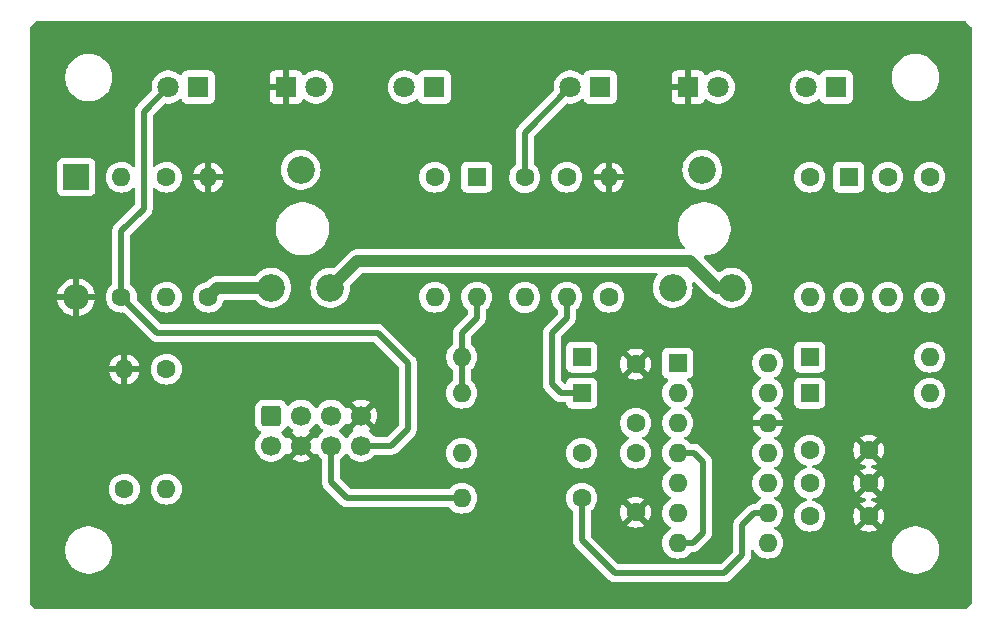
<source format=gbr>
%TF.GenerationSoftware,KiCad,Pcbnew,8.0.8*%
%TF.CreationDate,2025-01-24T23:50:33+01:00*%
%TF.ProjectId,Bias,42696173-2e6b-4696-9361-645f70636258,rev?*%
%TF.SameCoordinates,Original*%
%TF.FileFunction,Copper,L1,Top*%
%TF.FilePolarity,Positive*%
%FSLAX46Y46*%
G04 Gerber Fmt 4.6, Leading zero omitted, Abs format (unit mm)*
G04 Created by KiCad (PCBNEW 8.0.8) date 2025-01-24 23:50:33*
%MOMM*%
%LPD*%
G01*
G04 APERTURE LIST*
G04 Aperture macros list*
%AMRoundRect*
0 Rectangle with rounded corners*
0 $1 Rounding radius*
0 $2 $3 $4 $5 $6 $7 $8 $9 X,Y pos of 4 corners*
0 Add a 4 corners polygon primitive as box body*
4,1,4,$2,$3,$4,$5,$6,$7,$8,$9,$2,$3,0*
0 Add four circle primitives for the rounded corners*
1,1,$1+$1,$2,$3*
1,1,$1+$1,$4,$5*
1,1,$1+$1,$6,$7*
1,1,$1+$1,$8,$9*
0 Add four rect primitives between the rounded corners*
20,1,$1+$1,$2,$3,$4,$5,0*
20,1,$1+$1,$4,$5,$6,$7,0*
20,1,$1+$1,$6,$7,$8,$9,0*
20,1,$1+$1,$8,$9,$2,$3,0*%
G04 Aperture macros list end*
%TA.AperFunction,ComponentPad*%
%ADD10R,1.600000X1.600000*%
%TD*%
%TA.AperFunction,ComponentPad*%
%ADD11O,1.600000X1.600000*%
%TD*%
%TA.AperFunction,ComponentPad*%
%ADD12C,1.600000*%
%TD*%
%TA.AperFunction,ComponentPad*%
%ADD13R,1.800000X1.800000*%
%TD*%
%TA.AperFunction,ComponentPad*%
%ADD14C,1.800000*%
%TD*%
%TA.AperFunction,ComponentPad*%
%ADD15R,2.200000X2.200000*%
%TD*%
%TA.AperFunction,ComponentPad*%
%ADD16O,2.200000X2.200000*%
%TD*%
%TA.AperFunction,ComponentPad*%
%ADD17C,2.340000*%
%TD*%
%TA.AperFunction,ComponentPad*%
%ADD18RoundRect,0.250000X-0.600000X0.600000X-0.600000X-0.600000X0.600000X-0.600000X0.600000X0.600000X0*%
%TD*%
%TA.AperFunction,ComponentPad*%
%ADD19C,1.700000*%
%TD*%
%TA.AperFunction,ViaPad*%
%ADD20C,0.600000*%
%TD*%
%TA.AperFunction,Conductor*%
%ADD21C,0.500000*%
%TD*%
%TA.AperFunction,Conductor*%
%ADD22C,1.000000*%
%TD*%
G04 APERTURE END LIST*
D10*
X195072000Y-91440000D03*
D11*
X195072000Y-93980000D03*
X195072000Y-96520000D03*
X195072000Y-99060000D03*
X195072000Y-101600000D03*
X195072000Y-104140000D03*
X195072000Y-106680000D03*
X202692000Y-106680000D03*
X202692000Y-104140000D03*
X202692000Y-101600000D03*
X202692000Y-99060000D03*
X202692000Y-96520000D03*
X202692000Y-93980000D03*
X202692000Y-91440000D03*
D12*
X191516000Y-96520000D03*
X191516000Y-91520000D03*
X191516000Y-99060000D03*
X191516000Y-104060000D03*
X206248000Y-101600000D03*
X211248000Y-101600000D03*
D10*
X186944000Y-93980000D03*
D11*
X176784000Y-93980000D03*
D13*
X154470000Y-68072000D03*
D14*
X151930000Y-68072000D03*
D10*
X178054000Y-75692000D03*
D11*
X178054000Y-85852000D03*
D13*
X161920000Y-68072000D03*
D14*
X164460000Y-68072000D03*
D10*
X186944000Y-90932000D03*
D11*
X176784000Y-90932000D03*
D13*
X208506000Y-68072000D03*
D14*
X205966000Y-68072000D03*
D10*
X206248000Y-93980000D03*
D11*
X216408000Y-93980000D03*
D10*
X209550000Y-75692000D03*
D11*
X209550000Y-85852000D03*
D10*
X206248000Y-90932000D03*
D11*
X216408000Y-90932000D03*
D15*
X144145000Y-75692000D03*
D16*
X144145000Y-85852000D03*
D12*
X185674000Y-75692000D03*
D11*
X185674000Y-85852000D03*
D12*
X186944000Y-99060000D03*
D11*
X176784000Y-99060000D03*
D12*
X174498000Y-75692000D03*
D11*
X174498000Y-85852000D03*
D12*
X212852000Y-75692000D03*
D11*
X212852000Y-85852000D03*
D12*
X216408000Y-75692000D03*
D11*
X216408000Y-85852000D03*
D12*
X186944000Y-102870000D03*
D11*
X176784000Y-102870000D03*
D12*
X206248000Y-75692000D03*
D11*
X206248000Y-85852000D03*
D12*
X147955000Y-85852000D03*
D11*
X147955000Y-75692000D03*
D12*
X151765000Y-75692000D03*
D11*
X151765000Y-85852000D03*
D12*
X151765000Y-91948000D03*
D11*
X151765000Y-102108000D03*
D12*
X148209000Y-102108000D03*
D11*
X148209000Y-91948000D03*
D12*
X206248000Y-98806000D03*
X211248000Y-98806000D03*
X206248000Y-104394000D03*
X211248000Y-104394000D03*
D13*
X174470000Y-68072000D03*
D14*
X171930000Y-68072000D03*
D12*
X182118000Y-75704700D03*
D11*
X182118000Y-85864700D03*
D13*
X195956000Y-68072000D03*
D14*
X198496000Y-68072000D03*
D13*
X188506000Y-68072000D03*
D14*
X185966000Y-68072000D03*
D12*
X155321000Y-85852000D03*
D11*
X155321000Y-75692000D03*
D12*
X189230000Y-85852000D03*
D11*
X189230000Y-75692000D03*
D17*
X194655000Y-85072000D03*
X197155000Y-75072000D03*
X199655000Y-85072000D03*
X160655000Y-85072000D03*
X163155000Y-75072000D03*
X165655000Y-85072000D03*
D18*
X160655000Y-95885000D03*
D19*
X160655000Y-98425000D03*
X163195000Y-95885000D03*
X163195000Y-98425000D03*
X165735000Y-95885000D03*
X165735000Y-98425000D03*
X168275000Y-95885000D03*
X168275000Y-98425000D03*
D20*
X181610000Y-98552000D03*
X205994000Y-63754000D03*
X199898000Y-102870000D03*
X198628000Y-92456000D03*
X169926000Y-91440000D03*
X156464000Y-104394000D03*
X163195000Y-87122000D03*
X151638000Y-82042000D03*
X164973000Y-108966000D03*
X201168000Y-74422000D03*
X181610000Y-108966000D03*
X217932000Y-96774000D03*
X167640000Y-87122000D03*
X161290000Y-90424000D03*
X197104000Y-85852000D03*
X201168000Y-79756000D03*
X142494000Y-100330000D03*
X141986000Y-64008000D03*
X165100000Y-104394000D03*
X179832000Y-72644000D03*
X182118000Y-78232000D03*
X149860000Y-110744000D03*
X141986000Y-110490000D03*
X201676000Y-71120000D03*
X216916000Y-80772000D03*
X181610000Y-106426000D03*
X191770000Y-86868000D03*
X149987000Y-104394000D03*
X155448000Y-87630000D03*
X198628000Y-106680000D03*
X174498000Y-105156000D03*
X159004000Y-74422000D03*
X174498000Y-100584000D03*
X183896000Y-86868000D03*
X161798000Y-63754000D03*
X209042000Y-110490000D03*
X151765000Y-97282000D03*
X215138000Y-88138000D03*
X155956000Y-90932000D03*
X198628000Y-97282000D03*
X185928000Y-63754000D03*
X193802000Y-80518000D03*
X172212000Y-88392000D03*
X217932000Y-64008000D03*
X166878000Y-79756000D03*
X180848000Y-68072000D03*
X181610000Y-102743000D03*
X209804000Y-81026000D03*
X157988000Y-97282000D03*
X195834000Y-63754000D03*
X174498000Y-95250000D03*
X171958000Y-63754000D03*
X146304000Y-71882000D03*
X217932000Y-110490000D03*
X187452000Y-72136000D03*
X151892000Y-63754000D03*
X208280000Y-88138000D03*
X142494000Y-91186000D03*
X166878000Y-90170000D03*
X170180000Y-99822000D03*
X181610000Y-92456000D03*
X190754000Y-107188000D03*
D21*
X172212000Y-97028000D02*
X170815000Y-98425000D01*
X147955000Y-80264000D02*
X149860000Y-78359000D01*
X172212000Y-91440000D02*
X172212000Y-97028000D01*
X147955000Y-85852000D02*
X151003000Y-88900000D01*
X170815000Y-98425000D02*
X168275000Y-98425000D01*
X182118000Y-71920000D02*
X185966000Y-68072000D01*
X169672000Y-88900000D02*
X172212000Y-91440000D01*
X149860000Y-78359000D02*
X149860000Y-70142000D01*
X149860000Y-70142000D02*
X151930000Y-68072000D01*
X147955000Y-85852000D02*
X147955000Y-80264000D01*
X151003000Y-88900000D02*
X169672000Y-88900000D01*
X182118000Y-75704700D02*
X182118000Y-71920000D01*
X197231000Y-105791000D02*
X197231000Y-99822000D01*
X196469000Y-99060000D02*
X195072000Y-99060000D01*
X196342000Y-106680000D02*
X197231000Y-105791000D01*
X197231000Y-99822000D02*
X196469000Y-99060000D01*
X195072000Y-106680000D02*
X196342000Y-106680000D01*
X186944000Y-102870000D02*
X186944000Y-106426000D01*
X199009000Y-109220000D02*
X200533000Y-107696000D01*
X200533000Y-107696000D02*
X200533000Y-105156000D01*
X201549000Y-104140000D02*
X202692000Y-104140000D01*
X200533000Y-105156000D02*
X201549000Y-104140000D01*
X189738000Y-109220000D02*
X199009000Y-109220000D01*
X186944000Y-106426000D02*
X189738000Y-109220000D01*
X185166000Y-93980000D02*
X186944000Y-93980000D01*
X184404000Y-93218000D02*
X185166000Y-93980000D01*
X185674000Y-87630000D02*
X184404000Y-88900000D01*
X184404000Y-88900000D02*
X184404000Y-93218000D01*
X185674000Y-85852000D02*
X185674000Y-87630000D01*
X178054000Y-87630000D02*
X176784000Y-88900000D01*
X176784000Y-88900000D02*
X176784000Y-90932000D01*
X178054000Y-85852000D02*
X178054000Y-87630000D01*
X176784000Y-90932000D02*
X176784000Y-93980000D01*
D22*
X165655000Y-85072000D02*
X167923000Y-82804000D01*
X167923000Y-82804000D02*
X196147913Y-82804000D01*
X198415913Y-85072000D02*
X199655000Y-85072000D01*
X196147913Y-82804000D02*
X198415913Y-85072000D01*
D21*
X165735000Y-98425000D02*
X165735000Y-101536500D01*
X165735000Y-101536500D02*
X167068500Y-102870000D01*
X167068500Y-102870000D02*
X176784000Y-102870000D01*
D22*
X156101000Y-85072000D02*
X155321000Y-85852000D01*
X160655000Y-85072000D02*
X156101000Y-85072000D01*
%TA.AperFunction,Conductor*%
G36*
X162122021Y-96737442D02*
G01*
X162158483Y-96764857D01*
X162271759Y-96887905D01*
X162271760Y-96887906D01*
X162449424Y-97026189D01*
X162483205Y-97044470D01*
X162533596Y-97094482D01*
X162548949Y-97163799D01*
X162524389Y-97230412D01*
X162483208Y-97266097D01*
X162449700Y-97284230D01*
X162429310Y-97300099D01*
X162429310Y-97300101D01*
X163070051Y-97940842D01*
X163002007Y-97959075D01*
X162887993Y-98024901D01*
X162794901Y-98117993D01*
X162729075Y-98232007D01*
X162710841Y-98300052D01*
X162071921Y-97661132D01*
X162071920Y-97661132D01*
X162030780Y-97724102D01*
X161976776Y-97770190D01*
X161906428Y-97779765D01*
X161842071Y-97749787D01*
X161819822Y-97724111D01*
X161730722Y-97587732D01*
X161578240Y-97422094D01*
X161578238Y-97422093D01*
X161578236Y-97422090D01*
X161543436Y-97395004D01*
X161501966Y-97337379D01*
X161498233Y-97266480D01*
X161533423Y-97204819D01*
X161571763Y-97181669D01*
X161571086Y-97180217D01*
X161577728Y-97177118D01*
X161577738Y-97177115D01*
X161728652Y-97084030D01*
X161854030Y-96958652D01*
X161947115Y-96807738D01*
X161947118Y-96807728D01*
X161950217Y-96801086D01*
X161952126Y-96801976D01*
X161986581Y-96752200D01*
X162052135Y-96724936D01*
X162122021Y-96737442D01*
G37*
%TD.AperFunction*%
%TA.AperFunction,Conductor*%
G36*
X164548225Y-96560669D02*
G01*
X164570480Y-96586353D01*
X164603607Y-96637058D01*
X164659275Y-96722265D01*
X164659279Y-96722270D01*
X164811762Y-96887908D01*
X164852994Y-96920000D01*
X164989424Y-97026189D01*
X165022153Y-97043901D01*
X165022680Y-97044186D01*
X165073071Y-97094200D01*
X165088423Y-97163516D01*
X165063862Y-97230129D01*
X165022680Y-97265813D01*
X164989426Y-97283810D01*
X164989424Y-97283811D01*
X164811762Y-97422091D01*
X164659279Y-97587729D01*
X164570183Y-97724102D01*
X164516179Y-97770190D01*
X164445831Y-97779765D01*
X164381474Y-97749788D01*
X164359218Y-97724102D01*
X164318076Y-97661132D01*
X163679157Y-98300051D01*
X163660925Y-98232007D01*
X163595099Y-98117993D01*
X163502007Y-98024901D01*
X163387993Y-97959075D01*
X163319947Y-97940841D01*
X163960689Y-97300100D01*
X163960688Y-97300099D01*
X163940306Y-97284235D01*
X163940294Y-97284227D01*
X163906792Y-97266097D01*
X163856402Y-97216084D01*
X163841050Y-97146767D01*
X163865611Y-97080154D01*
X163906790Y-97044472D01*
X163940576Y-97026189D01*
X164118240Y-96887906D01*
X164270722Y-96722268D01*
X164359518Y-96586354D01*
X164413520Y-96540268D01*
X164483868Y-96530692D01*
X164548225Y-96560669D01*
G37*
%TD.AperFunction*%
%TA.AperFunction,Conductor*%
G36*
X167809075Y-96077993D02*
G01*
X167874901Y-96192007D01*
X167967993Y-96285099D01*
X168082007Y-96350925D01*
X168150051Y-96369157D01*
X167509310Y-97009898D01*
X167529694Y-97025763D01*
X167529700Y-97025768D01*
X167563206Y-97043900D01*
X167613597Y-97093913D01*
X167628949Y-97163230D01*
X167604389Y-97229843D01*
X167563209Y-97265526D01*
X167529430Y-97283806D01*
X167529424Y-97283811D01*
X167351762Y-97422091D01*
X167199279Y-97587729D01*
X167110483Y-97723643D01*
X167056479Y-97769731D01*
X166986131Y-97779306D01*
X166921774Y-97749329D01*
X166899517Y-97723643D01*
X166810720Y-97587729D01*
X166658237Y-97422091D01*
X166549399Y-97337379D01*
X166480576Y-97283811D01*
X166447319Y-97265813D01*
X166396929Y-97215802D01*
X166381576Y-97146485D01*
X166406136Y-97079872D01*
X166447320Y-97044186D01*
X166447847Y-97043901D01*
X166480576Y-97026189D01*
X166658240Y-96887906D01*
X166810722Y-96722268D01*
X166899816Y-96585898D01*
X166953819Y-96539810D01*
X167024167Y-96530235D01*
X167088524Y-96560212D01*
X167110782Y-96585898D01*
X167151922Y-96648866D01*
X167790841Y-96009946D01*
X167809075Y-96077993D01*
G37*
%TD.AperFunction*%
%TA.AperFunction,Conductor*%
G36*
X219479931Y-62504002D02*
G01*
X219500905Y-62520905D01*
X219927095Y-62947095D01*
X219961121Y-63009407D01*
X219964000Y-63036190D01*
X219964000Y-111715810D01*
X219943998Y-111783931D01*
X219927095Y-111804905D01*
X219500905Y-112231095D01*
X219438593Y-112265121D01*
X219411810Y-112268000D01*
X140760190Y-112268000D01*
X140692069Y-112247998D01*
X140671095Y-112231095D01*
X140244905Y-111804905D01*
X140210879Y-111742593D01*
X140208000Y-111715810D01*
X140208000Y-107135613D01*
X143208700Y-107135613D01*
X143208700Y-107397866D01*
X143242928Y-107657860D01*
X143242930Y-107657867D01*
X143310804Y-107911179D01*
X143411162Y-108153464D01*
X143411163Y-108153465D01*
X143411168Y-108153475D01*
X143542283Y-108380573D01*
X143542287Y-108380579D01*
X143701927Y-108588625D01*
X143701946Y-108588646D01*
X143887353Y-108774053D01*
X143887363Y-108774062D01*
X143887369Y-108774068D01*
X144095423Y-108933714D01*
X144322536Y-109064838D01*
X144564821Y-109165196D01*
X144818133Y-109233070D01*
X144818137Y-109233070D01*
X144818139Y-109233071D01*
X144885148Y-109241892D01*
X145078136Y-109267300D01*
X145078143Y-109267300D01*
X145340377Y-109267300D01*
X145340384Y-109267300D01*
X145575362Y-109236364D01*
X145600380Y-109233071D01*
X145600380Y-109233070D01*
X145600387Y-109233070D01*
X145853699Y-109165196D01*
X146095984Y-109064838D01*
X146323097Y-108933714D01*
X146531151Y-108774068D01*
X146716588Y-108588631D01*
X146876234Y-108380577D01*
X147007358Y-108153464D01*
X147107716Y-107911179D01*
X147175590Y-107657867D01*
X147209820Y-107397864D01*
X147209820Y-107135616D01*
X147175590Y-106875613D01*
X147107716Y-106622301D01*
X147007358Y-106380016D01*
X146876234Y-106152903D01*
X146874224Y-106150284D01*
X146716592Y-105944854D01*
X146716590Y-105944852D01*
X146716588Y-105944849D01*
X146716582Y-105944843D01*
X146716573Y-105944833D01*
X146531166Y-105759426D01*
X146531145Y-105759407D01*
X146323099Y-105599767D01*
X146323093Y-105599763D01*
X146095995Y-105468648D01*
X146095990Y-105468645D01*
X146095984Y-105468642D01*
X145853699Y-105368284D01*
X145600387Y-105300410D01*
X145600380Y-105300408D01*
X145340386Y-105266180D01*
X145340384Y-105266180D01*
X145078136Y-105266180D01*
X145078133Y-105266180D01*
X144818139Y-105300408D01*
X144621683Y-105353048D01*
X144564821Y-105368284D01*
X144357282Y-105454250D01*
X144322534Y-105468643D01*
X144322524Y-105468648D01*
X144095426Y-105599763D01*
X144095420Y-105599767D01*
X143887374Y-105759407D01*
X143887353Y-105759426D01*
X143701946Y-105944833D01*
X143701927Y-105944854D01*
X143542287Y-106152900D01*
X143542283Y-106152906D01*
X143411168Y-106380004D01*
X143411163Y-106380014D01*
X143310804Y-106622301D01*
X143242928Y-106875619D01*
X143208700Y-107135613D01*
X140208000Y-107135613D01*
X140208000Y-102108000D01*
X146895502Y-102108000D01*
X146915457Y-102336087D01*
X146938145Y-102420759D01*
X146974715Y-102557240D01*
X146974717Y-102557246D01*
X147071477Y-102764749D01*
X147193460Y-102938959D01*
X147202802Y-102952300D01*
X147364700Y-103114198D01*
X147552251Y-103245523D01*
X147759757Y-103342284D01*
X147980913Y-103401543D01*
X148209000Y-103421498D01*
X148437087Y-103401543D01*
X148658243Y-103342284D01*
X148865749Y-103245523D01*
X149053300Y-103114198D01*
X149215198Y-102952300D01*
X149346523Y-102764749D01*
X149443284Y-102557243D01*
X149502543Y-102336087D01*
X149522498Y-102108000D01*
X150451502Y-102108000D01*
X150471457Y-102336087D01*
X150494145Y-102420759D01*
X150530715Y-102557240D01*
X150530717Y-102557246D01*
X150627477Y-102764749D01*
X150749460Y-102938959D01*
X150758802Y-102952300D01*
X150920700Y-103114198D01*
X151108251Y-103245523D01*
X151315757Y-103342284D01*
X151536913Y-103401543D01*
X151765000Y-103421498D01*
X151993087Y-103401543D01*
X152214243Y-103342284D01*
X152421749Y-103245523D01*
X152609300Y-103114198D01*
X152771198Y-102952300D01*
X152902523Y-102764749D01*
X152999284Y-102557243D01*
X153058543Y-102336087D01*
X153078498Y-102108000D01*
X153058543Y-101879913D01*
X152999284Y-101658757D01*
X152902523Y-101451251D01*
X152771198Y-101263700D01*
X152609300Y-101101802D01*
X152554706Y-101063575D01*
X152421749Y-100970477D01*
X152214246Y-100873717D01*
X152214240Y-100873715D01*
X152120771Y-100848670D01*
X151993087Y-100814457D01*
X151765000Y-100794502D01*
X151536913Y-100814457D01*
X151315759Y-100873715D01*
X151315753Y-100873717D01*
X151108250Y-100970477D01*
X150920703Y-101101799D01*
X150920697Y-101101804D01*
X150758804Y-101263697D01*
X150758799Y-101263703D01*
X150627477Y-101451250D01*
X150530717Y-101658753D01*
X150530715Y-101658759D01*
X150504191Y-101757749D01*
X150471457Y-101879913D01*
X150451502Y-102108000D01*
X149522498Y-102108000D01*
X149502543Y-101879913D01*
X149443284Y-101658757D01*
X149346523Y-101451251D01*
X149215198Y-101263700D01*
X149053300Y-101101802D01*
X148998706Y-101063575D01*
X148865749Y-100970477D01*
X148658246Y-100873717D01*
X148658240Y-100873715D01*
X148564771Y-100848670D01*
X148437087Y-100814457D01*
X148209000Y-100794502D01*
X147980913Y-100814457D01*
X147759759Y-100873715D01*
X147759753Y-100873717D01*
X147552250Y-100970477D01*
X147364703Y-101101799D01*
X147364697Y-101101804D01*
X147202804Y-101263697D01*
X147202799Y-101263703D01*
X147071477Y-101451250D01*
X146974717Y-101658753D01*
X146974715Y-101658759D01*
X146948191Y-101757749D01*
X146915457Y-101879913D01*
X146895502Y-102108000D01*
X140208000Y-102108000D01*
X140208000Y-91694000D01*
X146922917Y-91694000D01*
X147897314Y-91694000D01*
X147888920Y-91702394D01*
X147836259Y-91793606D01*
X147809000Y-91895339D01*
X147809000Y-92000661D01*
X147836259Y-92102394D01*
X147888920Y-92193606D01*
X147897314Y-92202000D01*
X146922918Y-92202000D01*
X146975186Y-92397068D01*
X146975188Y-92397073D01*
X147071912Y-92604498D01*
X147203184Y-92791974D01*
X147203189Y-92791980D01*
X147365019Y-92953810D01*
X147365025Y-92953815D01*
X147552501Y-93085087D01*
X147759926Y-93181811D01*
X147759931Y-93181813D01*
X147955000Y-93234081D01*
X147955000Y-92259686D01*
X147963394Y-92268080D01*
X148054606Y-92320741D01*
X148156339Y-92348000D01*
X148261661Y-92348000D01*
X148363394Y-92320741D01*
X148454606Y-92268080D01*
X148463000Y-92259686D01*
X148463000Y-93234081D01*
X148658068Y-93181813D01*
X148658073Y-93181811D01*
X148865498Y-93085087D01*
X149052974Y-92953815D01*
X149052980Y-92953810D01*
X149214810Y-92791980D01*
X149214815Y-92791974D01*
X149346087Y-92604498D01*
X149442811Y-92397073D01*
X149442813Y-92397068D01*
X149495082Y-92202000D01*
X148520686Y-92202000D01*
X148529080Y-92193606D01*
X148581741Y-92102394D01*
X148609000Y-92000661D01*
X148609000Y-91948000D01*
X150451502Y-91948000D01*
X150471457Y-92176087D01*
X150490056Y-92245498D01*
X150530715Y-92397240D01*
X150530717Y-92397246D01*
X150627477Y-92604749D01*
X150749460Y-92778959D01*
X150758802Y-92792300D01*
X150920700Y-92954198D01*
X151108251Y-93085523D01*
X151315757Y-93182284D01*
X151536913Y-93241543D01*
X151765000Y-93261498D01*
X151993087Y-93241543D01*
X152214243Y-93182284D01*
X152421749Y-93085523D01*
X152609300Y-92954198D01*
X152771198Y-92792300D01*
X152902523Y-92604749D01*
X152999284Y-92397243D01*
X153058543Y-92176087D01*
X153078498Y-91948000D01*
X153058543Y-91719913D01*
X152999284Y-91498757D01*
X152902523Y-91291251D01*
X152771198Y-91103700D01*
X152609300Y-90941802D01*
X152595301Y-90932000D01*
X152421749Y-90810477D01*
X152214246Y-90713717D01*
X152214240Y-90713715D01*
X152120771Y-90688670D01*
X151993087Y-90654457D01*
X151765000Y-90634502D01*
X151536913Y-90654457D01*
X151315759Y-90713715D01*
X151315753Y-90713717D01*
X151108250Y-90810477D01*
X150920703Y-90941799D01*
X150920697Y-90941804D01*
X150758804Y-91103697D01*
X150758799Y-91103703D01*
X150627477Y-91291250D01*
X150530717Y-91498753D01*
X150530715Y-91498759D01*
X150485344Y-91668086D01*
X150471457Y-91719913D01*
X150451502Y-91948000D01*
X148609000Y-91948000D01*
X148609000Y-91895339D01*
X148581741Y-91793606D01*
X148529080Y-91702394D01*
X148520686Y-91694000D01*
X149495082Y-91694000D01*
X149442813Y-91498931D01*
X149442811Y-91498926D01*
X149346087Y-91291501D01*
X149214815Y-91104025D01*
X149214810Y-91104019D01*
X149052980Y-90942189D01*
X149052974Y-90942184D01*
X148865498Y-90810912D01*
X148658073Y-90714188D01*
X148658071Y-90714187D01*
X148463000Y-90661917D01*
X148463000Y-91636314D01*
X148454606Y-91627920D01*
X148363394Y-91575259D01*
X148261661Y-91548000D01*
X148156339Y-91548000D01*
X148054606Y-91575259D01*
X147963394Y-91627920D01*
X147955000Y-91636314D01*
X147955000Y-90661917D01*
X147954999Y-90661917D01*
X147759928Y-90714187D01*
X147759926Y-90714188D01*
X147552501Y-90810912D01*
X147365025Y-90942184D01*
X147365019Y-90942189D01*
X147203189Y-91104019D01*
X147203184Y-91104025D01*
X147071912Y-91291501D01*
X146975188Y-91498926D01*
X146975186Y-91498931D01*
X146922917Y-91694000D01*
X140208000Y-91694000D01*
X140208000Y-85598000D01*
X142552289Y-85598000D01*
X143656562Y-85598000D01*
X143632482Y-85639708D01*
X143595000Y-85779591D01*
X143595000Y-85924409D01*
X143632482Y-86064292D01*
X143656562Y-86106000D01*
X142552289Y-86106000D01*
X142610971Y-86350434D01*
X142707830Y-86584272D01*
X142840077Y-86800079D01*
X143004457Y-86992542D01*
X143196920Y-87156922D01*
X143412727Y-87289169D01*
X143646565Y-87386028D01*
X143891000Y-87444710D01*
X143891000Y-86340438D01*
X143932708Y-86364518D01*
X144072591Y-86402000D01*
X144217409Y-86402000D01*
X144357292Y-86364518D01*
X144399000Y-86340438D01*
X144399000Y-87444709D01*
X144643434Y-87386028D01*
X144877272Y-87289169D01*
X145093079Y-87156922D01*
X145285542Y-86992542D01*
X145449922Y-86800079D01*
X145582169Y-86584272D01*
X145679028Y-86350434D01*
X145737711Y-86106000D01*
X144633438Y-86106000D01*
X144657518Y-86064292D01*
X144695000Y-85924409D01*
X144695000Y-85779591D01*
X144657518Y-85639708D01*
X144633438Y-85598000D01*
X145737711Y-85598000D01*
X145679028Y-85353565D01*
X145582169Y-85119727D01*
X145449922Y-84903920D01*
X145285542Y-84711457D01*
X145093079Y-84547077D01*
X144877272Y-84414830D01*
X144643434Y-84317971D01*
X144399000Y-84259288D01*
X144399000Y-85363561D01*
X144357292Y-85339482D01*
X144217409Y-85302000D01*
X144072591Y-85302000D01*
X143932708Y-85339482D01*
X143891000Y-85363561D01*
X143891000Y-84259288D01*
X143646565Y-84317971D01*
X143412727Y-84414830D01*
X143196920Y-84547077D01*
X143004457Y-84711457D01*
X142840077Y-84903920D01*
X142707830Y-85119727D01*
X142610971Y-85353565D01*
X142552289Y-85598000D01*
X140208000Y-85598000D01*
X140208000Y-74543350D01*
X142536500Y-74543350D01*
X142536500Y-76840649D01*
X142543009Y-76901196D01*
X142543011Y-76901204D01*
X142594110Y-77038202D01*
X142594112Y-77038207D01*
X142681738Y-77155261D01*
X142798792Y-77242887D01*
X142798794Y-77242888D01*
X142798796Y-77242889D01*
X142857875Y-77264924D01*
X142935795Y-77293988D01*
X142935803Y-77293990D01*
X142996350Y-77300499D01*
X142996355Y-77300499D01*
X142996362Y-77300500D01*
X142996368Y-77300500D01*
X145293632Y-77300500D01*
X145293638Y-77300500D01*
X145293645Y-77300499D01*
X145293649Y-77300499D01*
X145354196Y-77293990D01*
X145354199Y-77293989D01*
X145354201Y-77293989D01*
X145491204Y-77242889D01*
X145608261Y-77155261D01*
X145695889Y-77038204D01*
X145746989Y-76901201D01*
X145753500Y-76840638D01*
X145753500Y-75692000D01*
X146641502Y-75692000D01*
X146661457Y-75920087D01*
X146686107Y-76012080D01*
X146720715Y-76141240D01*
X146720717Y-76141246D01*
X146817477Y-76348749D01*
X146944180Y-76529700D01*
X146948802Y-76536300D01*
X147110700Y-76698198D01*
X147298251Y-76829523D01*
X147505757Y-76926284D01*
X147726913Y-76985543D01*
X147955000Y-77005498D01*
X148183087Y-76985543D01*
X148404243Y-76926284D01*
X148611749Y-76829523D01*
X148799300Y-76698198D01*
X148886405Y-76611093D01*
X148948717Y-76577067D01*
X149019532Y-76582132D01*
X149076368Y-76624679D01*
X149101179Y-76691199D01*
X149101500Y-76700188D01*
X149101500Y-77992629D01*
X149081498Y-78060750D01*
X149064595Y-78081724D01*
X147365837Y-79780481D01*
X147365832Y-79780488D01*
X147282826Y-79904715D01*
X147225650Y-80042750D01*
X147225649Y-80042753D01*
X147196500Y-80189290D01*
X147196500Y-84720132D01*
X147176498Y-84788253D01*
X147142772Y-84823344D01*
X147110706Y-84845797D01*
X147110697Y-84845804D01*
X146948804Y-85007697D01*
X146948799Y-85007703D01*
X146817477Y-85195250D01*
X146720717Y-85402753D01*
X146720715Y-85402759D01*
X146717314Y-85415453D01*
X146661457Y-85623913D01*
X146641502Y-85852000D01*
X146661457Y-86080087D01*
X146670809Y-86114989D01*
X146720715Y-86301240D01*
X146720717Y-86301246D01*
X146767699Y-86402000D01*
X146817477Y-86508749D01*
X146948802Y-86696300D01*
X147110700Y-86858198D01*
X147298251Y-86989523D01*
X147505757Y-87086284D01*
X147726913Y-87145543D01*
X147955000Y-87165498D01*
X148086286Y-87154011D01*
X148117912Y-87151245D01*
X148187517Y-87165233D01*
X148217989Y-87187670D01*
X150519485Y-89489166D01*
X150643716Y-89572174D01*
X150781753Y-89629351D01*
X150827532Y-89638457D01*
X150928294Y-89658500D01*
X150928295Y-89658500D01*
X151077705Y-89658500D01*
X169305629Y-89658500D01*
X169373750Y-89678502D01*
X169394724Y-89695405D01*
X171416595Y-91717276D01*
X171450621Y-91779588D01*
X171453500Y-91806371D01*
X171453500Y-96661629D01*
X171433498Y-96729750D01*
X171416595Y-96750724D01*
X170537724Y-97629595D01*
X170475412Y-97663621D01*
X170448629Y-97666500D01*
X169470372Y-97666500D01*
X169402251Y-97646498D01*
X169364890Y-97609417D01*
X169350723Y-97587734D01*
X169350722Y-97587732D01*
X169198240Y-97422094D01*
X169198239Y-97422093D01*
X169198237Y-97422091D01*
X169089399Y-97337379D01*
X169020576Y-97283811D01*
X168986792Y-97265528D01*
X168936402Y-97215516D01*
X168921050Y-97146199D01*
X168945610Y-97079586D01*
X168986793Y-97043901D01*
X169020299Y-97025768D01*
X169020302Y-97025766D01*
X169040689Y-97009898D01*
X168399948Y-96369157D01*
X168467993Y-96350925D01*
X168582007Y-96285099D01*
X168675099Y-96192007D01*
X168740925Y-96077993D01*
X168759157Y-96009948D01*
X169398076Y-96648867D01*
X169398077Y-96648866D01*
X169473419Y-96533551D01*
X169563820Y-96327456D01*
X169563823Y-96327449D01*
X169619067Y-96109292D01*
X169637653Y-95885000D01*
X169619067Y-95660707D01*
X169563823Y-95442550D01*
X169563820Y-95442543D01*
X169473422Y-95236456D01*
X169473417Y-95236448D01*
X169398076Y-95121132D01*
X168759157Y-95760051D01*
X168740925Y-95692007D01*
X168675099Y-95577993D01*
X168582007Y-95484901D01*
X168467993Y-95419075D01*
X168399947Y-95400841D01*
X169040689Y-94760100D01*
X169040688Y-94760099D01*
X169020306Y-94744235D01*
X169020299Y-94744230D01*
X168822371Y-94637118D01*
X168822369Y-94637116D01*
X168609516Y-94564044D01*
X168609509Y-94564042D01*
X168387523Y-94527000D01*
X168162477Y-94527000D01*
X167940490Y-94564042D01*
X167940483Y-94564044D01*
X167727630Y-94637116D01*
X167727628Y-94637118D01*
X167529700Y-94744230D01*
X167509310Y-94760099D01*
X167509310Y-94760101D01*
X168150051Y-95400842D01*
X168082007Y-95419075D01*
X167967993Y-95484901D01*
X167874901Y-95577993D01*
X167809075Y-95692007D01*
X167790841Y-95760052D01*
X167151921Y-95121132D01*
X167151920Y-95121132D01*
X167110780Y-95184102D01*
X167056776Y-95230190D01*
X166986428Y-95239765D01*
X166922071Y-95209787D01*
X166899822Y-95184111D01*
X166810722Y-95047732D01*
X166658240Y-94882094D01*
X166658239Y-94882093D01*
X166658237Y-94882091D01*
X166568387Y-94812158D01*
X166480576Y-94743811D01*
X166282574Y-94636658D01*
X166282572Y-94636657D01*
X166282571Y-94636656D01*
X166069639Y-94563557D01*
X166069630Y-94563555D01*
X166025476Y-94556187D01*
X165847569Y-94526500D01*
X165622431Y-94526500D01*
X165474211Y-94551233D01*
X165400369Y-94563555D01*
X165400360Y-94563557D01*
X165187428Y-94636656D01*
X165187426Y-94636658D01*
X164989426Y-94743810D01*
X164989424Y-94743811D01*
X164811762Y-94882091D01*
X164659279Y-95047729D01*
X164570483Y-95183643D01*
X164516479Y-95229731D01*
X164446131Y-95239306D01*
X164381774Y-95209329D01*
X164359517Y-95183643D01*
X164270720Y-95047729D01*
X164124785Y-94889204D01*
X164118240Y-94882094D01*
X164118239Y-94882093D01*
X164118237Y-94882091D01*
X164028387Y-94812158D01*
X163940576Y-94743811D01*
X163742574Y-94636658D01*
X163742572Y-94636657D01*
X163742571Y-94636656D01*
X163529639Y-94563557D01*
X163529630Y-94563555D01*
X163485476Y-94556187D01*
X163307569Y-94526500D01*
X163082431Y-94526500D01*
X162934211Y-94551233D01*
X162860369Y-94563555D01*
X162860360Y-94563557D01*
X162647428Y-94636656D01*
X162647426Y-94636658D01*
X162449426Y-94743810D01*
X162449424Y-94743811D01*
X162271759Y-94882094D01*
X162158483Y-95005143D01*
X162097630Y-95041714D01*
X162026666Y-95039579D01*
X161968121Y-94999417D01*
X161951144Y-94968481D01*
X161950217Y-94968914D01*
X161947116Y-94962266D01*
X161947115Y-94962262D01*
X161854030Y-94811348D01*
X161854029Y-94811347D01*
X161854024Y-94811341D01*
X161728658Y-94685975D01*
X161728652Y-94685970D01*
X161673857Y-94652172D01*
X161577738Y-94592885D01*
X161489224Y-94563555D01*
X161409427Y-94537113D01*
X161409420Y-94537112D01*
X161305553Y-94526500D01*
X160004455Y-94526500D01*
X159900574Y-94537112D01*
X159732261Y-94592885D01*
X159581347Y-94685970D01*
X159581341Y-94685975D01*
X159455975Y-94811341D01*
X159455970Y-94811347D01*
X159362885Y-94962262D01*
X159307113Y-95130572D01*
X159307112Y-95130579D01*
X159296500Y-95234446D01*
X159296500Y-96535544D01*
X159307112Y-96639425D01*
X159362885Y-96807738D01*
X159455970Y-96958652D01*
X159455975Y-96958658D01*
X159581341Y-97084024D01*
X159581347Y-97084029D01*
X159581348Y-97084030D01*
X159732262Y-97177115D01*
X159732268Y-97177117D01*
X159738914Y-97180217D01*
X159737943Y-97182299D01*
X159787167Y-97216372D01*
X159814430Y-97281925D01*
X159801924Y-97351811D01*
X159766564Y-97395003D01*
X159731764Y-97422089D01*
X159579279Y-97587729D01*
X159579275Y-97587734D01*
X159456141Y-97776206D01*
X159365703Y-97982386D01*
X159365702Y-97982387D01*
X159310437Y-98200624D01*
X159310436Y-98200630D01*
X159310436Y-98200632D01*
X159291844Y-98425000D01*
X159307836Y-98617993D01*
X159310437Y-98649375D01*
X159365702Y-98867612D01*
X159365703Y-98867613D01*
X159365704Y-98867616D01*
X159446409Y-99051606D01*
X159456141Y-99073793D01*
X159579275Y-99262265D01*
X159579279Y-99262270D01*
X159731762Y-99427908D01*
X159776202Y-99462497D01*
X159909424Y-99566189D01*
X160107426Y-99673342D01*
X160107427Y-99673342D01*
X160107428Y-99673343D01*
X160219227Y-99711723D01*
X160320365Y-99746444D01*
X160542431Y-99783500D01*
X160542435Y-99783500D01*
X160767565Y-99783500D01*
X160767569Y-99783500D01*
X160989635Y-99746444D01*
X161202574Y-99673342D01*
X161400576Y-99566189D01*
X161578240Y-99427906D01*
X161730722Y-99262268D01*
X161744890Y-99240583D01*
X161791706Y-99168925D01*
X161819816Y-99125898D01*
X161873819Y-99079810D01*
X161944167Y-99070235D01*
X162008524Y-99100212D01*
X162030782Y-99125898D01*
X162071922Y-99188866D01*
X162710841Y-98549946D01*
X162729075Y-98617993D01*
X162794901Y-98732007D01*
X162887993Y-98825099D01*
X163002007Y-98890925D01*
X163070051Y-98909157D01*
X162429310Y-99549898D01*
X162449694Y-99565763D01*
X162449696Y-99565765D01*
X162647632Y-99672883D01*
X162860483Y-99745955D01*
X162860490Y-99745957D01*
X163082477Y-99783000D01*
X163307523Y-99783000D01*
X163529509Y-99745957D01*
X163529516Y-99745955D01*
X163742369Y-99672883D01*
X163742371Y-99672882D01*
X163940298Y-99565768D01*
X163940302Y-99565766D01*
X163960689Y-99549898D01*
X163319948Y-98909157D01*
X163387993Y-98890925D01*
X163502007Y-98825099D01*
X163595099Y-98732007D01*
X163660925Y-98617993D01*
X163679157Y-98549948D01*
X164318076Y-99188867D01*
X164318077Y-99188866D01*
X164359218Y-99125898D01*
X164413222Y-99079810D01*
X164483570Y-99070235D01*
X164547927Y-99100213D01*
X164570183Y-99125898D01*
X164659279Y-99262270D01*
X164683045Y-99288086D01*
X164811760Y-99427906D01*
X164927892Y-99518296D01*
X164969362Y-99575919D01*
X164976500Y-99617726D01*
X164976500Y-101611211D01*
X164988645Y-101672264D01*
X164991074Y-101684476D01*
X165005649Y-101757747D01*
X165062826Y-101895784D01*
X165145834Y-102020015D01*
X166479335Y-103353516D01*
X166584984Y-103459165D01*
X166709216Y-103542174D01*
X166847254Y-103599351D01*
X166993794Y-103628500D01*
X166993795Y-103628500D01*
X167143205Y-103628500D01*
X175652132Y-103628500D01*
X175720253Y-103648502D01*
X175755344Y-103682228D01*
X175761318Y-103690759D01*
X175777802Y-103714300D01*
X175939700Y-103876198D01*
X176127251Y-104007523D01*
X176334757Y-104104284D01*
X176555913Y-104163543D01*
X176784000Y-104183498D01*
X177012087Y-104163543D01*
X177233243Y-104104284D01*
X177440749Y-104007523D01*
X177628300Y-103876198D01*
X177790198Y-103714300D01*
X177921523Y-103526749D01*
X178018284Y-103319243D01*
X178077543Y-103098087D01*
X178097498Y-102870000D01*
X185630502Y-102870000D01*
X185650457Y-103098087D01*
X185667097Y-103160188D01*
X185709715Y-103319240D01*
X185709717Y-103319246D01*
X185806477Y-103526749D01*
X185918867Y-103687259D01*
X185937802Y-103714300D01*
X186099700Y-103876198D01*
X186131770Y-103898653D01*
X186176099Y-103954110D01*
X186185500Y-104001867D01*
X186185500Y-106351295D01*
X186185500Y-106500705D01*
X186214649Y-106647247D01*
X186271826Y-106785284D01*
X186354834Y-106909515D01*
X189148834Y-109703515D01*
X189148835Y-109703516D01*
X189254484Y-109809165D01*
X189378716Y-109892174D01*
X189516754Y-109949351D01*
X189663294Y-109978500D01*
X199083701Y-109978500D01*
X199083705Y-109978500D01*
X199083706Y-109978500D01*
X199156976Y-109963925D01*
X199230247Y-109949351D01*
X199368284Y-109892174D01*
X199492515Y-109809166D01*
X201122165Y-108179516D01*
X201205173Y-108055285D01*
X201205174Y-108055284D01*
X201262351Y-107917246D01*
X201291500Y-107770706D01*
X201291500Y-107341142D01*
X201311502Y-107273021D01*
X201365158Y-107226528D01*
X201435432Y-107216424D01*
X201500012Y-107245918D01*
X201531695Y-107287893D01*
X201554475Y-107336747D01*
X201615518Y-107423925D01*
X201685802Y-107524300D01*
X201847700Y-107686198D01*
X202035251Y-107817523D01*
X202242757Y-107914284D01*
X202463913Y-107973543D01*
X202692000Y-107993498D01*
X202920087Y-107973543D01*
X203141243Y-107914284D01*
X203348749Y-107817523D01*
X203536300Y-107686198D01*
X203698198Y-107524300D01*
X203829523Y-107336749D01*
X203923314Y-107135613D01*
X213208560Y-107135613D01*
X213208560Y-107397866D01*
X213242788Y-107657860D01*
X213242790Y-107657867D01*
X213310664Y-107911179D01*
X213411022Y-108153464D01*
X213411023Y-108153465D01*
X213411028Y-108153475D01*
X213542143Y-108380573D01*
X213542147Y-108380579D01*
X213701787Y-108588625D01*
X213701806Y-108588646D01*
X213887213Y-108774053D01*
X213887223Y-108774062D01*
X213887229Y-108774068D01*
X214095283Y-108933714D01*
X214322396Y-109064838D01*
X214564681Y-109165196D01*
X214817993Y-109233070D01*
X214817997Y-109233070D01*
X214817999Y-109233071D01*
X214885008Y-109241892D01*
X215077996Y-109267300D01*
X215078003Y-109267300D01*
X215340237Y-109267300D01*
X215340244Y-109267300D01*
X215575222Y-109236364D01*
X215600240Y-109233071D01*
X215600240Y-109233070D01*
X215600247Y-109233070D01*
X215853559Y-109165196D01*
X216095844Y-109064838D01*
X216322957Y-108933714D01*
X216531011Y-108774068D01*
X216716448Y-108588631D01*
X216876094Y-108380577D01*
X217007218Y-108153464D01*
X217107576Y-107911179D01*
X217175450Y-107657867D01*
X217209680Y-107397864D01*
X217209680Y-107135616D01*
X217175450Y-106875613D01*
X217107576Y-106622301D01*
X217007218Y-106380016D01*
X216876094Y-106152903D01*
X216874084Y-106150284D01*
X216716452Y-105944854D01*
X216716450Y-105944852D01*
X216716448Y-105944849D01*
X216716442Y-105944843D01*
X216716433Y-105944833D01*
X216531026Y-105759426D01*
X216531005Y-105759407D01*
X216322959Y-105599767D01*
X216322953Y-105599763D01*
X216095855Y-105468648D01*
X216095850Y-105468645D01*
X216095844Y-105468642D01*
X215853559Y-105368284D01*
X215600247Y-105300410D01*
X215600240Y-105300408D01*
X215340246Y-105266180D01*
X215340244Y-105266180D01*
X215077996Y-105266180D01*
X215077993Y-105266180D01*
X214817999Y-105300408D01*
X214621543Y-105353048D01*
X214564681Y-105368284D01*
X214357142Y-105454250D01*
X214322394Y-105468643D01*
X214322384Y-105468648D01*
X214095286Y-105599763D01*
X214095280Y-105599767D01*
X213887234Y-105759407D01*
X213887213Y-105759426D01*
X213701806Y-105944833D01*
X213701787Y-105944854D01*
X213542147Y-106152900D01*
X213542143Y-106152906D01*
X213411028Y-106380004D01*
X213411023Y-106380014D01*
X213310664Y-106622301D01*
X213242788Y-106875619D01*
X213208560Y-107135613D01*
X203923314Y-107135613D01*
X203926284Y-107129243D01*
X203985543Y-106908087D01*
X204005498Y-106680000D01*
X203985543Y-106451913D01*
X203926284Y-106230757D01*
X203829523Y-106023251D01*
X203698198Y-105835700D01*
X203536300Y-105673802D01*
X203348749Y-105542477D01*
X203309543Y-105524195D01*
X203256258Y-105477279D01*
X203236796Y-105409002D01*
X203257337Y-105341042D01*
X203309543Y-105295805D01*
X203313819Y-105293811D01*
X203348749Y-105277523D01*
X203536300Y-105146198D01*
X203698198Y-104984300D01*
X203829523Y-104796749D01*
X203926284Y-104589243D01*
X203985543Y-104368087D01*
X204005498Y-104140000D01*
X203985543Y-103911913D01*
X203926284Y-103690757D01*
X203829523Y-103483251D01*
X203698198Y-103295700D01*
X203536300Y-103133802D01*
X203508298Y-103114195D01*
X203370768Y-103017895D01*
X203348749Y-103002477D01*
X203309543Y-102984195D01*
X203256258Y-102937279D01*
X203236796Y-102869002D01*
X203257337Y-102801042D01*
X203309543Y-102755805D01*
X203311997Y-102754660D01*
X203348749Y-102737523D01*
X203536300Y-102606198D01*
X203698198Y-102444300D01*
X203829523Y-102256749D01*
X203926284Y-102049243D01*
X203985543Y-101828087D01*
X204005498Y-101600000D01*
X203985543Y-101371913D01*
X203926284Y-101150757D01*
X203829523Y-100943251D01*
X203698198Y-100755700D01*
X203536300Y-100593802D01*
X203348749Y-100462477D01*
X203309543Y-100444195D01*
X203256258Y-100397279D01*
X203236796Y-100329002D01*
X203257337Y-100261042D01*
X203309543Y-100215805D01*
X203311997Y-100214660D01*
X203348749Y-100197523D01*
X203536300Y-100066198D01*
X203698198Y-99904300D01*
X203829523Y-99716749D01*
X203926284Y-99509243D01*
X203985543Y-99288087D01*
X204005498Y-99060000D01*
X203985543Y-98831913D01*
X203978600Y-98806000D01*
X204934502Y-98806000D01*
X204954457Y-99034087D01*
X204965096Y-99073791D01*
X205013715Y-99255240D01*
X205013717Y-99255246D01*
X205110477Y-99462749D01*
X205207106Y-99600750D01*
X205241802Y-99650300D01*
X205403700Y-99812198D01*
X205591251Y-99943523D01*
X205798757Y-100040284D01*
X205951806Y-100081293D01*
X206012428Y-100118245D01*
X206043449Y-100182105D01*
X206035021Y-100252600D01*
X205989818Y-100307347D01*
X205951807Y-100324706D01*
X205882462Y-100343286D01*
X205798759Y-100365715D01*
X205798753Y-100365717D01*
X205591250Y-100462477D01*
X205403703Y-100593799D01*
X205403697Y-100593804D01*
X205241804Y-100755697D01*
X205241799Y-100755703D01*
X205110477Y-100943250D01*
X205013717Y-101150753D01*
X205013715Y-101150759D01*
X204959151Y-101354394D01*
X204954457Y-101371913D01*
X204934502Y-101600000D01*
X204954457Y-101828087D01*
X204972597Y-101895785D01*
X205013715Y-102049240D01*
X205013717Y-102049246D01*
X205110477Y-102256749D01*
X205166029Y-102336086D01*
X205241802Y-102444300D01*
X205403700Y-102606198D01*
X205591251Y-102737523D01*
X205798757Y-102834284D01*
X205951806Y-102875293D01*
X206012428Y-102912245D01*
X206043449Y-102976105D01*
X206035021Y-103046600D01*
X205989818Y-103101347D01*
X205951807Y-103118706D01*
X205895480Y-103133799D01*
X205798759Y-103159715D01*
X205798753Y-103159717D01*
X205591250Y-103256477D01*
X205403703Y-103387799D01*
X205403697Y-103387804D01*
X205241804Y-103549697D01*
X205241799Y-103549703D01*
X205110477Y-103737250D01*
X205013717Y-103944753D01*
X205013715Y-103944759D01*
X204968726Y-104112661D01*
X204954457Y-104165913D01*
X204934502Y-104394000D01*
X204954457Y-104622087D01*
X204968674Y-104675146D01*
X205013715Y-104843240D01*
X205013717Y-104843246D01*
X205110477Y-105050749D01*
X205212943Y-105197086D01*
X205241802Y-105238300D01*
X205403700Y-105400198D01*
X205591251Y-105531523D01*
X205798757Y-105628284D01*
X206019913Y-105687543D01*
X206248000Y-105707498D01*
X206476087Y-105687543D01*
X206697243Y-105628284D01*
X206904749Y-105531523D01*
X207092300Y-105400198D01*
X207254198Y-105238300D01*
X207385523Y-105050749D01*
X207482284Y-104843243D01*
X207541543Y-104622087D01*
X207561498Y-104394000D01*
X207541543Y-104165913D01*
X207482284Y-103944757D01*
X207385523Y-103737251D01*
X207254198Y-103549700D01*
X207092300Y-103387802D01*
X207069875Y-103372100D01*
X206904749Y-103256477D01*
X206697246Y-103159717D01*
X206697240Y-103159715D01*
X206661863Y-103150235D01*
X206544192Y-103118705D01*
X206483571Y-103081755D01*
X206452550Y-103017895D01*
X206460978Y-102947400D01*
X206506181Y-102892653D01*
X206544190Y-102875294D01*
X206697243Y-102834284D01*
X206904749Y-102737523D01*
X207092300Y-102606198D01*
X207254198Y-102444300D01*
X207385523Y-102256749D01*
X207482284Y-102049243D01*
X207541543Y-101828087D01*
X207561498Y-101600000D01*
X207541543Y-101371913D01*
X207482284Y-101150757D01*
X207385523Y-100943251D01*
X207254198Y-100755700D01*
X207092300Y-100593802D01*
X206976757Y-100512898D01*
X206904749Y-100462477D01*
X206697246Y-100365717D01*
X206697240Y-100365715D01*
X206651809Y-100353542D01*
X206544192Y-100324705D01*
X206483571Y-100287755D01*
X206452550Y-100223895D01*
X206460978Y-100153400D01*
X206506181Y-100098653D01*
X206544190Y-100081294D01*
X206697243Y-100040284D01*
X206904749Y-99943523D01*
X207092300Y-99812198D01*
X207254198Y-99650300D01*
X207385523Y-99462749D01*
X207482284Y-99255243D01*
X207541543Y-99034087D01*
X207561498Y-98806000D01*
X209935004Y-98806000D01*
X209954951Y-99034002D01*
X210014186Y-99255068D01*
X210014188Y-99255073D01*
X210110913Y-99462501D01*
X210160899Y-99533888D01*
X210848000Y-98846788D01*
X210848000Y-98858661D01*
X210875259Y-98960394D01*
X210927920Y-99051606D01*
X211002394Y-99126080D01*
X211093606Y-99178741D01*
X211195339Y-99206000D01*
X211207210Y-99206000D01*
X210520110Y-99893098D01*
X210520110Y-99893100D01*
X210591498Y-99943086D01*
X210798926Y-100039811D01*
X210798931Y-100039813D01*
X210953734Y-100081293D01*
X211014357Y-100118245D01*
X211045378Y-100182106D01*
X211036950Y-100252600D01*
X210991747Y-100307347D01*
X210953734Y-100324707D01*
X210798931Y-100366186D01*
X210798926Y-100366188D01*
X210591500Y-100462913D01*
X210520109Y-100512900D01*
X211207209Y-101200000D01*
X211195339Y-101200000D01*
X211093606Y-101227259D01*
X211002394Y-101279920D01*
X210927920Y-101354394D01*
X210875259Y-101445606D01*
X210848000Y-101547339D01*
X210848000Y-101559209D01*
X210160900Y-100872109D01*
X210110913Y-100943500D01*
X210014188Y-101150926D01*
X210014186Y-101150931D01*
X209954951Y-101371997D01*
X209935004Y-101600000D01*
X209954951Y-101828002D01*
X210014186Y-102049068D01*
X210014188Y-102049073D01*
X210110913Y-102256501D01*
X210160899Y-102327888D01*
X210848000Y-101640788D01*
X210848000Y-101652661D01*
X210875259Y-101754394D01*
X210927920Y-101845606D01*
X211002394Y-101920080D01*
X211093606Y-101972741D01*
X211195339Y-102000000D01*
X211207210Y-102000000D01*
X210520110Y-102687098D01*
X210520110Y-102687100D01*
X210591498Y-102737086D01*
X210798926Y-102833811D01*
X210798931Y-102833813D01*
X210953734Y-102875293D01*
X211014357Y-102912245D01*
X211045378Y-102976106D01*
X211036950Y-103046600D01*
X210991747Y-103101347D01*
X210953734Y-103118707D01*
X210798931Y-103160186D01*
X210798926Y-103160188D01*
X210591500Y-103256913D01*
X210520109Y-103306900D01*
X211207209Y-103994000D01*
X211195339Y-103994000D01*
X211093606Y-104021259D01*
X211002394Y-104073920D01*
X210927920Y-104148394D01*
X210875259Y-104239606D01*
X210848000Y-104341339D01*
X210848000Y-104353209D01*
X210160900Y-103666109D01*
X210110913Y-103737500D01*
X210014188Y-103944926D01*
X210014186Y-103944931D01*
X209954951Y-104165997D01*
X209935004Y-104394000D01*
X209954951Y-104622002D01*
X210014186Y-104843068D01*
X210014188Y-104843073D01*
X210110913Y-105050501D01*
X210160899Y-105121888D01*
X210848000Y-104434788D01*
X210848000Y-104446661D01*
X210875259Y-104548394D01*
X210927920Y-104639606D01*
X211002394Y-104714080D01*
X211093606Y-104766741D01*
X211195339Y-104794000D01*
X211207210Y-104794000D01*
X210520110Y-105481098D01*
X210520110Y-105481100D01*
X210591498Y-105531086D01*
X210798926Y-105627811D01*
X210798931Y-105627813D01*
X211019999Y-105687048D01*
X211019995Y-105687048D01*
X211248000Y-105706995D01*
X211476002Y-105687048D01*
X211697068Y-105627813D01*
X211697073Y-105627811D01*
X211904497Y-105531088D01*
X211975888Y-105481099D01*
X211975888Y-105481097D01*
X211288791Y-104794000D01*
X211300661Y-104794000D01*
X211402394Y-104766741D01*
X211493606Y-104714080D01*
X211568080Y-104639606D01*
X211620741Y-104548394D01*
X211648000Y-104446661D01*
X211648000Y-104434791D01*
X212335097Y-105121888D01*
X212335099Y-105121888D01*
X212385088Y-105050497D01*
X212481811Y-104843073D01*
X212481813Y-104843068D01*
X212541048Y-104622002D01*
X212560995Y-104394000D01*
X212541048Y-104165997D01*
X212481813Y-103944931D01*
X212481811Y-103944926D01*
X212385086Y-103737498D01*
X212335100Y-103666110D01*
X212335098Y-103666110D01*
X211648000Y-104353208D01*
X211648000Y-104341339D01*
X211620741Y-104239606D01*
X211568080Y-104148394D01*
X211493606Y-104073920D01*
X211402394Y-104021259D01*
X211300661Y-103994000D01*
X211288790Y-103994000D01*
X211975888Y-103306899D01*
X211975888Y-103306898D01*
X211904501Y-103256913D01*
X211697073Y-103160188D01*
X211697068Y-103160186D01*
X211542265Y-103118707D01*
X211481642Y-103081755D01*
X211450621Y-103017895D01*
X211459049Y-102947400D01*
X211504252Y-102892653D01*
X211542265Y-102875293D01*
X211697068Y-102833813D01*
X211697073Y-102833811D01*
X211904497Y-102737088D01*
X211975888Y-102687099D01*
X211975888Y-102687097D01*
X211288791Y-102000000D01*
X211300661Y-102000000D01*
X211402394Y-101972741D01*
X211493606Y-101920080D01*
X211568080Y-101845606D01*
X211620741Y-101754394D01*
X211648000Y-101652661D01*
X211648000Y-101640791D01*
X212335097Y-102327888D01*
X212335099Y-102327888D01*
X212385088Y-102256497D01*
X212481811Y-102049073D01*
X212481813Y-102049068D01*
X212541048Y-101828002D01*
X212560995Y-101600000D01*
X212541048Y-101371997D01*
X212481813Y-101150931D01*
X212481811Y-101150926D01*
X212385086Y-100943498D01*
X212335100Y-100872110D01*
X212335098Y-100872110D01*
X211648000Y-101559208D01*
X211648000Y-101547339D01*
X211620741Y-101445606D01*
X211568080Y-101354394D01*
X211493606Y-101279920D01*
X211402394Y-101227259D01*
X211300661Y-101200000D01*
X211288790Y-101200000D01*
X211975888Y-100512899D01*
X211975888Y-100512898D01*
X211904501Y-100462913D01*
X211697073Y-100366188D01*
X211697068Y-100366186D01*
X211542265Y-100324707D01*
X211481642Y-100287755D01*
X211450621Y-100223895D01*
X211459049Y-100153400D01*
X211504252Y-100098653D01*
X211542265Y-100081293D01*
X211697068Y-100039813D01*
X211697073Y-100039811D01*
X211904497Y-99943088D01*
X211975888Y-99893099D01*
X211975888Y-99893097D01*
X211288791Y-99206000D01*
X211300661Y-99206000D01*
X211402394Y-99178741D01*
X211493606Y-99126080D01*
X211568080Y-99051606D01*
X211620741Y-98960394D01*
X211648000Y-98858661D01*
X211648000Y-98846791D01*
X212335097Y-99533888D01*
X212335099Y-99533888D01*
X212385088Y-99462497D01*
X212481811Y-99255073D01*
X212481813Y-99255068D01*
X212541048Y-99034002D01*
X212560995Y-98806000D01*
X212541048Y-98577997D01*
X212481813Y-98356931D01*
X212481811Y-98356926D01*
X212385086Y-98149498D01*
X212335100Y-98078110D01*
X212335098Y-98078110D01*
X211648000Y-98765208D01*
X211648000Y-98753339D01*
X211620741Y-98651606D01*
X211568080Y-98560394D01*
X211493606Y-98485920D01*
X211402394Y-98433259D01*
X211300661Y-98406000D01*
X211288790Y-98406000D01*
X211975888Y-97718899D01*
X211975888Y-97718898D01*
X211904501Y-97668913D01*
X211697073Y-97572188D01*
X211697068Y-97572186D01*
X211476000Y-97512951D01*
X211476004Y-97512951D01*
X211248000Y-97493004D01*
X211019997Y-97512951D01*
X210798931Y-97572186D01*
X210798926Y-97572188D01*
X210591500Y-97668913D01*
X210520109Y-97718900D01*
X211207209Y-98406000D01*
X211195339Y-98406000D01*
X211093606Y-98433259D01*
X211002394Y-98485920D01*
X210927920Y-98560394D01*
X210875259Y-98651606D01*
X210848000Y-98753339D01*
X210848000Y-98765209D01*
X210160900Y-98078109D01*
X210110913Y-98149500D01*
X210014188Y-98356926D01*
X210014186Y-98356931D01*
X209954951Y-98577997D01*
X209935004Y-98806000D01*
X207561498Y-98806000D01*
X207541543Y-98577913D01*
X207482284Y-98356757D01*
X207385523Y-98149251D01*
X207254198Y-97961700D01*
X207092300Y-97799802D01*
X207079335Y-97790724D01*
X206904749Y-97668477D01*
X206697246Y-97571717D01*
X206697240Y-97571715D01*
X206527376Y-97526200D01*
X206476087Y-97512457D01*
X206248000Y-97492502D01*
X206019913Y-97512457D01*
X205798759Y-97571715D01*
X205798753Y-97571717D01*
X205591250Y-97668477D01*
X205403703Y-97799799D01*
X205403697Y-97799804D01*
X205241804Y-97961697D01*
X205241799Y-97961703D01*
X205110477Y-98149250D01*
X205013717Y-98356753D01*
X205013715Y-98356759D01*
X204977792Y-98490826D01*
X204954457Y-98577913D01*
X204934502Y-98806000D01*
X203978600Y-98806000D01*
X203926284Y-98610757D01*
X203829523Y-98403251D01*
X203698198Y-98215700D01*
X203536300Y-98053802D01*
X203348749Y-97922477D01*
X203308951Y-97903919D01*
X203255666Y-97857002D01*
X203236205Y-97788725D01*
X203256747Y-97720765D01*
X203308951Y-97675529D01*
X203348498Y-97657087D01*
X203535974Y-97525815D01*
X203535980Y-97525810D01*
X203697810Y-97363980D01*
X203697815Y-97363974D01*
X203829087Y-97176498D01*
X203925811Y-96969073D01*
X203925813Y-96969068D01*
X203978082Y-96774000D01*
X203003686Y-96774000D01*
X203012080Y-96765606D01*
X203064741Y-96674394D01*
X203092000Y-96572661D01*
X203092000Y-96467339D01*
X203064741Y-96365606D01*
X203012080Y-96274394D01*
X203003686Y-96266000D01*
X203978082Y-96266000D01*
X203925813Y-96070931D01*
X203925811Y-96070926D01*
X203829087Y-95863501D01*
X203697815Y-95676025D01*
X203697810Y-95676019D01*
X203535980Y-95514189D01*
X203535974Y-95514184D01*
X203348497Y-95382911D01*
X203308949Y-95364469D01*
X203255665Y-95317551D01*
X203236205Y-95249273D01*
X203256748Y-95181314D01*
X203308950Y-95136081D01*
X203348749Y-95117523D01*
X203536300Y-94986198D01*
X203698198Y-94824300D01*
X203829523Y-94636749D01*
X203926284Y-94429243D01*
X203985543Y-94208087D01*
X204005498Y-93980000D01*
X203985543Y-93751913D01*
X203926284Y-93530757D01*
X203829523Y-93323251D01*
X203698198Y-93135700D01*
X203693848Y-93131350D01*
X204939500Y-93131350D01*
X204939500Y-94828649D01*
X204946009Y-94889196D01*
X204946011Y-94889204D01*
X204997110Y-95026202D01*
X204997112Y-95026207D01*
X205084738Y-95143261D01*
X205201792Y-95230887D01*
X205201794Y-95230888D01*
X205201796Y-95230889D01*
X205256447Y-95251273D01*
X205338795Y-95281988D01*
X205338803Y-95281990D01*
X205399350Y-95288499D01*
X205399355Y-95288499D01*
X205399362Y-95288500D01*
X205399368Y-95288500D01*
X207096632Y-95288500D01*
X207096638Y-95288500D01*
X207096645Y-95288499D01*
X207096649Y-95288499D01*
X207157196Y-95281990D01*
X207157199Y-95281989D01*
X207157201Y-95281989D01*
X207294204Y-95230889D01*
X207300125Y-95226457D01*
X207411261Y-95143261D01*
X207498887Y-95026207D01*
X207498887Y-95026206D01*
X207498889Y-95026204D01*
X207549989Y-94889201D01*
X207550754Y-94882091D01*
X207556499Y-94828649D01*
X207556500Y-94828632D01*
X207556500Y-93980000D01*
X215094502Y-93980000D01*
X215114457Y-94208086D01*
X215173715Y-94429240D01*
X215173717Y-94429246D01*
X215270477Y-94636749D01*
X215356848Y-94760100D01*
X215401802Y-94824300D01*
X215563700Y-94986198D01*
X215751251Y-95117523D01*
X215958757Y-95214284D01*
X216179913Y-95273543D01*
X216408000Y-95293498D01*
X216636087Y-95273543D01*
X216857243Y-95214284D01*
X217064749Y-95117523D01*
X217252300Y-94986198D01*
X217414198Y-94824300D01*
X217545523Y-94636749D01*
X217642284Y-94429243D01*
X217701543Y-94208087D01*
X217721498Y-93980000D01*
X217701543Y-93751913D01*
X217642284Y-93530757D01*
X217545523Y-93323251D01*
X217414198Y-93135700D01*
X217252300Y-92973802D01*
X217252291Y-92973796D01*
X217064749Y-92842477D01*
X216857246Y-92745717D01*
X216857240Y-92745715D01*
X216720225Y-92709002D01*
X216636087Y-92686457D01*
X216408000Y-92666502D01*
X216179913Y-92686457D01*
X215958759Y-92745715D01*
X215958753Y-92745717D01*
X215751250Y-92842477D01*
X215563703Y-92973799D01*
X215563697Y-92973804D01*
X215401804Y-93135697D01*
X215401799Y-93135703D01*
X215270477Y-93323250D01*
X215173717Y-93530753D01*
X215173715Y-93530759D01*
X215114457Y-93751913D01*
X215094502Y-93980000D01*
X207556500Y-93980000D01*
X207556500Y-93131367D01*
X207556499Y-93131350D01*
X207549990Y-93070803D01*
X207549988Y-93070795D01*
X207513811Y-92973804D01*
X207498889Y-92933796D01*
X207498888Y-92933794D01*
X207498887Y-92933792D01*
X207411261Y-92816738D01*
X207294207Y-92729112D01*
X207294202Y-92729110D01*
X207157204Y-92678011D01*
X207157196Y-92678009D01*
X207096649Y-92671500D01*
X207096638Y-92671500D01*
X205399362Y-92671500D01*
X205399350Y-92671500D01*
X205338803Y-92678009D01*
X205338795Y-92678011D01*
X205201797Y-92729110D01*
X205201792Y-92729112D01*
X205084738Y-92816738D01*
X204997112Y-92933792D01*
X204997110Y-92933797D01*
X204946011Y-93070795D01*
X204946009Y-93070803D01*
X204939500Y-93131350D01*
X203693848Y-93131350D01*
X203536300Y-92973802D01*
X203536291Y-92973796D01*
X203352936Y-92845409D01*
X203348749Y-92842477D01*
X203309543Y-92824195D01*
X203256258Y-92777279D01*
X203236796Y-92709002D01*
X203257337Y-92641042D01*
X203309543Y-92595805D01*
X203311997Y-92594660D01*
X203348749Y-92577523D01*
X203536300Y-92446198D01*
X203698198Y-92284300D01*
X203829523Y-92096749D01*
X203926284Y-91889243D01*
X203985543Y-91668087D01*
X204005498Y-91440000D01*
X203985543Y-91211913D01*
X203926284Y-90990757D01*
X203829523Y-90783251D01*
X203698198Y-90595700D01*
X203536300Y-90433802D01*
X203535010Y-90432899D01*
X203348749Y-90302477D01*
X203141246Y-90205717D01*
X203141240Y-90205715D01*
X203047771Y-90180670D01*
X202920087Y-90146457D01*
X202692000Y-90126502D01*
X202463913Y-90146457D01*
X202242759Y-90205715D01*
X202242753Y-90205717D01*
X202035250Y-90302477D01*
X201847703Y-90433799D01*
X201847697Y-90433804D01*
X201685804Y-90595697D01*
X201685799Y-90595703D01*
X201554477Y-90783250D01*
X201457717Y-90990753D01*
X201457715Y-90990759D01*
X201423085Y-91120000D01*
X201398457Y-91211913D01*
X201378502Y-91440000D01*
X201398457Y-91668087D01*
X201407650Y-91702394D01*
X201457715Y-91889240D01*
X201457717Y-91889246D01*
X201554477Y-92096749D01*
X201674444Y-92268080D01*
X201685802Y-92284300D01*
X201847700Y-92446198D01*
X202035251Y-92577523D01*
X202070359Y-92593894D01*
X202074457Y-92595805D01*
X202127742Y-92642722D01*
X202147203Y-92710999D01*
X202126661Y-92778959D01*
X202074457Y-92824195D01*
X202035250Y-92842477D01*
X201847703Y-92973799D01*
X201847697Y-92973804D01*
X201685804Y-93135697D01*
X201685799Y-93135703D01*
X201554477Y-93323250D01*
X201457717Y-93530753D01*
X201457715Y-93530759D01*
X201398457Y-93751913D01*
X201378502Y-93980000D01*
X201398457Y-94208086D01*
X201457715Y-94429240D01*
X201457717Y-94429246D01*
X201554477Y-94636749D01*
X201640848Y-94760100D01*
X201685802Y-94824300D01*
X201847700Y-94986198D01*
X202035251Y-95117523D01*
X202063250Y-95130579D01*
X202075047Y-95136080D01*
X202128332Y-95182996D01*
X202147794Y-95251273D01*
X202127253Y-95319233D01*
X202075051Y-95364468D01*
X202035504Y-95382910D01*
X201848025Y-95514184D01*
X201848019Y-95514189D01*
X201686189Y-95676019D01*
X201686184Y-95676025D01*
X201554912Y-95863501D01*
X201458188Y-96070926D01*
X201458186Y-96070931D01*
X201405917Y-96266000D01*
X202380314Y-96266000D01*
X202371920Y-96274394D01*
X202319259Y-96365606D01*
X202292000Y-96467339D01*
X202292000Y-96572661D01*
X202319259Y-96674394D01*
X202371920Y-96765606D01*
X202380314Y-96774000D01*
X201405918Y-96774000D01*
X201458186Y-96969068D01*
X201458188Y-96969073D01*
X201554912Y-97176498D01*
X201686184Y-97363974D01*
X201686189Y-97363980D01*
X201848019Y-97525810D01*
X201848025Y-97525815D01*
X202035503Y-97657089D01*
X202075049Y-97675530D01*
X202128334Y-97722447D01*
X202147794Y-97790724D01*
X202127252Y-97858684D01*
X202075049Y-97903918D01*
X202035252Y-97922475D01*
X201847703Y-98053799D01*
X201847697Y-98053804D01*
X201685804Y-98215697D01*
X201685799Y-98215703D01*
X201554477Y-98403250D01*
X201457717Y-98610753D01*
X201457716Y-98610757D01*
X201398457Y-98831913D01*
X201378502Y-99060000D01*
X201388890Y-99178741D01*
X201398457Y-99288086D01*
X201457715Y-99509240D01*
X201457717Y-99509246D01*
X201554477Y-99716749D01*
X201677959Y-99893100D01*
X201685802Y-99904300D01*
X201847700Y-100066198D01*
X202035251Y-100197523D01*
X202070359Y-100213894D01*
X202074457Y-100215805D01*
X202127742Y-100262722D01*
X202147203Y-100330999D01*
X202126661Y-100398959D01*
X202074457Y-100444195D01*
X202035250Y-100462477D01*
X201847703Y-100593799D01*
X201847697Y-100593804D01*
X201685804Y-100755697D01*
X201685799Y-100755703D01*
X201554477Y-100943250D01*
X201457717Y-101150753D01*
X201457715Y-101150759D01*
X201403151Y-101354394D01*
X201398457Y-101371913D01*
X201378502Y-101600000D01*
X201398457Y-101828087D01*
X201416597Y-101895785D01*
X201457715Y-102049240D01*
X201457717Y-102049246D01*
X201554477Y-102256749D01*
X201610029Y-102336086D01*
X201685802Y-102444300D01*
X201847700Y-102606198D01*
X202035251Y-102737523D01*
X202070359Y-102753894D01*
X202074457Y-102755805D01*
X202127742Y-102802722D01*
X202147203Y-102870999D01*
X202126661Y-102938959D01*
X202074457Y-102984195D01*
X202035250Y-103002477D01*
X201847703Y-103133799D01*
X201847697Y-103133804D01*
X201685804Y-103295697D01*
X201685797Y-103295706D01*
X201663344Y-103327772D01*
X201607887Y-103372100D01*
X201560132Y-103381500D01*
X201474288Y-103381500D01*
X201401024Y-103396073D01*
X201401024Y-103396074D01*
X201327753Y-103410649D01*
X201327751Y-103410649D01*
X201327750Y-103410650D01*
X201301561Y-103421498D01*
X201210626Y-103459165D01*
X201189714Y-103467827D01*
X201065486Y-103550833D01*
X201065480Y-103550838D01*
X199943838Y-104672480D01*
X199943833Y-104672486D01*
X199862641Y-104794000D01*
X199860826Y-104796716D01*
X199858993Y-104801142D01*
X199803650Y-104934750D01*
X199789074Y-105008025D01*
X199774500Y-105081288D01*
X199774500Y-107329629D01*
X199754498Y-107397750D01*
X199737595Y-107418724D01*
X198731724Y-108424595D01*
X198669412Y-108458621D01*
X198642629Y-108461500D01*
X190104371Y-108461500D01*
X190036250Y-108441498D01*
X190015276Y-108424595D01*
X187739405Y-106148724D01*
X187705379Y-106086412D01*
X187702500Y-106059629D01*
X187702500Y-104060000D01*
X190203004Y-104060000D01*
X190222951Y-104288002D01*
X190282186Y-104509068D01*
X190282188Y-104509073D01*
X190378913Y-104716501D01*
X190428899Y-104787888D01*
X191116000Y-104100788D01*
X191116000Y-104112661D01*
X191143259Y-104214394D01*
X191195920Y-104305606D01*
X191270394Y-104380080D01*
X191361606Y-104432741D01*
X191463339Y-104460000D01*
X191475210Y-104460000D01*
X190788110Y-105147098D01*
X190788110Y-105147100D01*
X190859498Y-105197086D01*
X191066926Y-105293811D01*
X191066931Y-105293813D01*
X191287999Y-105353048D01*
X191287995Y-105353048D01*
X191516000Y-105372995D01*
X191744002Y-105353048D01*
X191965068Y-105293813D01*
X191965073Y-105293811D01*
X192172497Y-105197088D01*
X192243888Y-105147099D01*
X192243888Y-105147097D01*
X191556791Y-104460000D01*
X191568661Y-104460000D01*
X191670394Y-104432741D01*
X191761606Y-104380080D01*
X191836080Y-104305606D01*
X191888741Y-104214394D01*
X191916000Y-104112661D01*
X191916000Y-104100791D01*
X192603097Y-104787888D01*
X192603099Y-104787888D01*
X192653088Y-104716497D01*
X192749811Y-104509073D01*
X192749813Y-104509068D01*
X192809048Y-104288002D01*
X192828995Y-104060000D01*
X192809048Y-103831997D01*
X192749813Y-103610931D01*
X192749811Y-103610926D01*
X192653086Y-103403498D01*
X192603100Y-103332110D01*
X192603098Y-103332110D01*
X191916000Y-104019208D01*
X191916000Y-104007339D01*
X191888741Y-103905606D01*
X191836080Y-103814394D01*
X191761606Y-103739920D01*
X191670394Y-103687259D01*
X191568661Y-103660000D01*
X191556790Y-103660000D01*
X192243888Y-102972899D01*
X192243888Y-102972898D01*
X192172501Y-102922913D01*
X191965073Y-102826188D01*
X191965068Y-102826186D01*
X191744000Y-102766951D01*
X191744004Y-102766951D01*
X191516000Y-102747004D01*
X191287997Y-102766951D01*
X191066931Y-102826186D01*
X191066926Y-102826188D01*
X190859500Y-102922913D01*
X190788109Y-102972900D01*
X191475209Y-103660000D01*
X191463339Y-103660000D01*
X191361606Y-103687259D01*
X191270394Y-103739920D01*
X191195920Y-103814394D01*
X191143259Y-103905606D01*
X191116000Y-104007339D01*
X191116000Y-104019209D01*
X190428900Y-103332109D01*
X190378913Y-103403500D01*
X190282188Y-103610926D01*
X190282186Y-103610931D01*
X190222951Y-103831997D01*
X190203004Y-104060000D01*
X187702500Y-104060000D01*
X187702500Y-104001867D01*
X187722502Y-103933746D01*
X187756228Y-103898654D01*
X187788300Y-103876198D01*
X187950198Y-103714300D01*
X188081523Y-103526749D01*
X188178284Y-103319243D01*
X188237543Y-103098087D01*
X188257498Y-102870000D01*
X188237543Y-102641913D01*
X188178284Y-102420757D01*
X188081523Y-102213251D01*
X187950198Y-102025700D01*
X187788300Y-101863802D01*
X187762313Y-101845606D01*
X187600749Y-101732477D01*
X187393246Y-101635717D01*
X187393240Y-101635715D01*
X187299771Y-101610670D01*
X187172087Y-101576457D01*
X186944000Y-101556502D01*
X186715913Y-101576457D01*
X186494759Y-101635715D01*
X186494753Y-101635717D01*
X186287250Y-101732477D01*
X186099703Y-101863799D01*
X186099697Y-101863804D01*
X185937804Y-102025697D01*
X185937799Y-102025703D01*
X185806477Y-102213250D01*
X185709717Y-102420753D01*
X185709715Y-102420759D01*
X185703407Y-102444302D01*
X185650457Y-102641913D01*
X185630502Y-102870000D01*
X178097498Y-102870000D01*
X178077543Y-102641913D01*
X178018284Y-102420757D01*
X177921523Y-102213251D01*
X177790198Y-102025700D01*
X177628300Y-101863802D01*
X177602313Y-101845606D01*
X177440749Y-101732477D01*
X177233246Y-101635717D01*
X177233240Y-101635715D01*
X177139771Y-101610670D01*
X177012087Y-101576457D01*
X176784000Y-101556502D01*
X176555913Y-101576457D01*
X176334759Y-101635715D01*
X176334753Y-101635717D01*
X176127250Y-101732477D01*
X175939703Y-101863799D01*
X175939697Y-101863804D01*
X175777804Y-102025697D01*
X175777797Y-102025706D01*
X175755344Y-102057772D01*
X175699887Y-102102100D01*
X175652132Y-102111500D01*
X167434871Y-102111500D01*
X167366750Y-102091498D01*
X167345776Y-102074595D01*
X166530405Y-101259224D01*
X166496379Y-101196912D01*
X166493500Y-101170129D01*
X166493500Y-99617726D01*
X166513502Y-99549605D01*
X166542106Y-99518297D01*
X166658240Y-99427906D01*
X166810722Y-99262268D01*
X166899518Y-99126354D01*
X166953520Y-99080268D01*
X167023868Y-99070692D01*
X167088225Y-99100669D01*
X167110480Y-99126353D01*
X167138294Y-99168925D01*
X167199275Y-99262265D01*
X167199279Y-99262270D01*
X167351762Y-99427908D01*
X167396202Y-99462497D01*
X167529424Y-99566189D01*
X167727426Y-99673342D01*
X167727427Y-99673342D01*
X167727428Y-99673343D01*
X167839227Y-99711723D01*
X167940365Y-99746444D01*
X168162431Y-99783500D01*
X168162435Y-99783500D01*
X168387565Y-99783500D01*
X168387569Y-99783500D01*
X168609635Y-99746444D01*
X168822574Y-99673342D01*
X169020576Y-99566189D01*
X169198240Y-99427906D01*
X169350722Y-99262268D01*
X169364890Y-99240583D01*
X169418895Y-99194495D01*
X169470372Y-99183500D01*
X170889701Y-99183500D01*
X170889705Y-99183500D01*
X170889706Y-99183500D01*
X170962976Y-99168925D01*
X171036247Y-99154351D01*
X171174284Y-99097174D01*
X171229919Y-99060000D01*
X175470502Y-99060000D01*
X175480890Y-99178741D01*
X175490457Y-99288086D01*
X175549715Y-99509240D01*
X175549717Y-99509246D01*
X175646477Y-99716749D01*
X175769959Y-99893100D01*
X175777802Y-99904300D01*
X175939700Y-100066198D01*
X176127251Y-100197523D01*
X176334757Y-100294284D01*
X176555913Y-100353543D01*
X176784000Y-100373498D01*
X177012087Y-100353543D01*
X177233243Y-100294284D01*
X177440749Y-100197523D01*
X177628300Y-100066198D01*
X177790198Y-99904300D01*
X177921523Y-99716749D01*
X178018284Y-99509243D01*
X178077543Y-99288087D01*
X178097498Y-99060000D01*
X185630502Y-99060000D01*
X185640890Y-99178741D01*
X185650457Y-99288086D01*
X185709715Y-99509240D01*
X185709717Y-99509246D01*
X185806477Y-99716749D01*
X185929959Y-99893100D01*
X185937802Y-99904300D01*
X186099700Y-100066198D01*
X186287251Y-100197523D01*
X186494757Y-100294284D01*
X186715913Y-100353543D01*
X186944000Y-100373498D01*
X187172087Y-100353543D01*
X187393243Y-100294284D01*
X187600749Y-100197523D01*
X187788300Y-100066198D01*
X187950198Y-99904300D01*
X188081523Y-99716749D01*
X188178284Y-99509243D01*
X188237543Y-99288087D01*
X188257498Y-99060000D01*
X188237543Y-98831913D01*
X188178284Y-98610757D01*
X188081523Y-98403251D01*
X187950198Y-98215700D01*
X187788300Y-98053802D01*
X187600749Y-97922477D01*
X187560949Y-97903918D01*
X187393246Y-97825717D01*
X187393240Y-97825715D01*
X187256225Y-97789002D01*
X187172087Y-97766457D01*
X186944000Y-97746502D01*
X186715913Y-97766457D01*
X186494759Y-97825715D01*
X186494753Y-97825717D01*
X186287250Y-97922477D01*
X186099703Y-98053799D01*
X186099697Y-98053804D01*
X185937804Y-98215697D01*
X185937799Y-98215703D01*
X185806477Y-98403250D01*
X185709717Y-98610753D01*
X185709716Y-98610757D01*
X185650457Y-98831913D01*
X185630502Y-99060000D01*
X178097498Y-99060000D01*
X178077543Y-98831913D01*
X178018284Y-98610757D01*
X177921523Y-98403251D01*
X177790198Y-98215700D01*
X177628300Y-98053802D01*
X177440749Y-97922477D01*
X177400949Y-97903918D01*
X177233246Y-97825717D01*
X177233240Y-97825715D01*
X177096225Y-97789002D01*
X177012087Y-97766457D01*
X176784000Y-97746502D01*
X176555913Y-97766457D01*
X176334759Y-97825715D01*
X176334753Y-97825717D01*
X176127250Y-97922477D01*
X175939703Y-98053799D01*
X175939697Y-98053804D01*
X175777804Y-98215697D01*
X175777799Y-98215703D01*
X175646477Y-98403250D01*
X175549717Y-98610753D01*
X175549716Y-98610757D01*
X175490457Y-98831913D01*
X175470502Y-99060000D01*
X171229919Y-99060000D01*
X171298515Y-99014166D01*
X172801165Y-97511516D01*
X172860915Y-97422094D01*
X172884174Y-97387284D01*
X172941351Y-97249246D01*
X172970500Y-97102706D01*
X172970500Y-96520000D01*
X190202502Y-96520000D01*
X190222457Y-96748087D01*
X190236658Y-96801086D01*
X190281715Y-96969240D01*
X190281717Y-96969246D01*
X190378477Y-97176749D01*
X190490951Y-97337379D01*
X190509802Y-97364300D01*
X190671700Y-97526198D01*
X190859251Y-97657523D01*
X190882742Y-97668477D01*
X190898457Y-97675805D01*
X190951742Y-97722722D01*
X190971203Y-97790999D01*
X190950661Y-97858959D01*
X190898457Y-97904195D01*
X190859250Y-97922477D01*
X190671703Y-98053799D01*
X190671697Y-98053804D01*
X190509804Y-98215697D01*
X190509799Y-98215703D01*
X190378477Y-98403250D01*
X190281717Y-98610753D01*
X190281716Y-98610757D01*
X190222457Y-98831913D01*
X190202502Y-99060000D01*
X190212890Y-99178741D01*
X190222457Y-99288086D01*
X190281715Y-99509240D01*
X190281717Y-99509246D01*
X190378477Y-99716749D01*
X190501959Y-99893100D01*
X190509802Y-99904300D01*
X190671700Y-100066198D01*
X190859251Y-100197523D01*
X191066757Y-100294284D01*
X191287913Y-100353543D01*
X191516000Y-100373498D01*
X191744087Y-100353543D01*
X191965243Y-100294284D01*
X192172749Y-100197523D01*
X192360300Y-100066198D01*
X192522198Y-99904300D01*
X192653523Y-99716749D01*
X192750284Y-99509243D01*
X192809543Y-99288087D01*
X192829498Y-99060000D01*
X192809543Y-98831913D01*
X192750284Y-98610757D01*
X192653523Y-98403251D01*
X192522198Y-98215700D01*
X192360300Y-98053802D01*
X192172749Y-97922477D01*
X192133543Y-97904195D01*
X192080258Y-97857279D01*
X192060796Y-97789002D01*
X192081337Y-97721042D01*
X192133543Y-97675805D01*
X192135997Y-97674660D01*
X192172749Y-97657523D01*
X192360300Y-97526198D01*
X192522198Y-97364300D01*
X192653523Y-97176749D01*
X192750284Y-96969243D01*
X192809543Y-96748087D01*
X192829498Y-96520000D01*
X192809543Y-96291913D01*
X192750284Y-96070757D01*
X192653523Y-95863251D01*
X192522198Y-95675700D01*
X192360300Y-95513802D01*
X192172749Y-95382477D01*
X192172747Y-95382476D01*
X191965246Y-95285717D01*
X191965240Y-95285715D01*
X191828225Y-95249002D01*
X191744087Y-95226457D01*
X191516000Y-95206502D01*
X191287913Y-95226457D01*
X191066759Y-95285715D01*
X191066753Y-95285717D01*
X190859250Y-95382477D01*
X190671703Y-95513799D01*
X190671697Y-95513804D01*
X190509804Y-95675697D01*
X190509799Y-95675703D01*
X190378477Y-95863250D01*
X190281717Y-96070753D01*
X190281715Y-96070759D01*
X190235239Y-96244210D01*
X190222457Y-96291913D01*
X190202502Y-96520000D01*
X172970500Y-96520000D01*
X172970500Y-91365294D01*
X172941351Y-91218754D01*
X172938517Y-91211913D01*
X172933549Y-91199920D01*
X172914217Y-91153246D01*
X172900446Y-91120000D01*
X172884174Y-91080716D01*
X172801165Y-90956484D01*
X172776681Y-90932000D01*
X175470502Y-90932000D01*
X175490457Y-91160087D01*
X175501130Y-91199920D01*
X175549715Y-91381240D01*
X175549717Y-91381246D01*
X175646477Y-91588749D01*
X175702029Y-91668086D01*
X175777802Y-91776300D01*
X175939700Y-91938198D01*
X175971770Y-91960653D01*
X176016099Y-92016110D01*
X176025500Y-92063867D01*
X176025500Y-92848132D01*
X176005498Y-92916253D01*
X175971772Y-92951344D01*
X175939706Y-92973797D01*
X175939697Y-92973804D01*
X175777804Y-93135697D01*
X175777799Y-93135703D01*
X175646477Y-93323250D01*
X175549717Y-93530753D01*
X175549715Y-93530759D01*
X175490457Y-93751913D01*
X175470502Y-93980000D01*
X175490457Y-94208086D01*
X175549715Y-94429240D01*
X175549717Y-94429246D01*
X175646477Y-94636749D01*
X175732848Y-94760100D01*
X175777802Y-94824300D01*
X175939700Y-94986198D01*
X176127251Y-95117523D01*
X176334757Y-95214284D01*
X176555913Y-95273543D01*
X176784000Y-95293498D01*
X177012087Y-95273543D01*
X177233243Y-95214284D01*
X177440749Y-95117523D01*
X177628300Y-94986198D01*
X177790198Y-94824300D01*
X177921523Y-94636749D01*
X178018284Y-94429243D01*
X178077543Y-94208087D01*
X178097498Y-93980000D01*
X178077543Y-93751913D01*
X178018284Y-93530757D01*
X177921523Y-93323251D01*
X177790198Y-93135700D01*
X177628300Y-92973802D01*
X177628293Y-92973797D01*
X177596228Y-92951344D01*
X177551900Y-92895887D01*
X177542500Y-92848132D01*
X177542500Y-92063867D01*
X177562502Y-91995746D01*
X177596228Y-91960654D01*
X177628300Y-91938198D01*
X177790198Y-91776300D01*
X177921523Y-91588749D01*
X178018284Y-91381243D01*
X178077543Y-91160087D01*
X178097498Y-90932000D01*
X178077543Y-90703913D01*
X178018284Y-90482757D01*
X177921523Y-90275251D01*
X177790198Y-90087700D01*
X177628300Y-89925802D01*
X177628293Y-89925797D01*
X177596228Y-89903344D01*
X177551900Y-89847887D01*
X177542500Y-89800132D01*
X177542500Y-89266371D01*
X177562502Y-89198250D01*
X177579405Y-89177276D01*
X177931391Y-88825290D01*
X183645500Y-88825290D01*
X183645500Y-93292707D01*
X183651576Y-93323251D01*
X183674649Y-93439247D01*
X183731826Y-93577284D01*
X183814834Y-93701515D01*
X184682485Y-94569166D01*
X184783494Y-94636657D01*
X184783495Y-94636659D01*
X184806713Y-94652172D01*
X184806716Y-94652174D01*
X184944754Y-94709351D01*
X185091294Y-94738500D01*
X185091295Y-94738500D01*
X185240705Y-94738500D01*
X185512629Y-94738500D01*
X185580750Y-94758502D01*
X185627243Y-94812158D01*
X185637907Y-94851032D01*
X185642009Y-94889196D01*
X185642011Y-94889204D01*
X185693110Y-95026202D01*
X185693112Y-95026207D01*
X185780738Y-95143261D01*
X185897792Y-95230887D01*
X185897794Y-95230888D01*
X185897796Y-95230889D01*
X185952447Y-95251273D01*
X186034795Y-95281988D01*
X186034803Y-95281990D01*
X186095350Y-95288499D01*
X186095355Y-95288499D01*
X186095362Y-95288500D01*
X186095368Y-95288500D01*
X187792632Y-95288500D01*
X187792638Y-95288500D01*
X187792645Y-95288499D01*
X187792649Y-95288499D01*
X187853196Y-95281990D01*
X187853199Y-95281989D01*
X187853201Y-95281989D01*
X187990204Y-95230889D01*
X187996125Y-95226457D01*
X188107261Y-95143261D01*
X188194887Y-95026207D01*
X188194887Y-95026206D01*
X188194889Y-95026204D01*
X188245989Y-94889201D01*
X188246754Y-94882091D01*
X188252499Y-94828649D01*
X188252500Y-94828632D01*
X188252500Y-93980000D01*
X193758502Y-93980000D01*
X193778457Y-94208086D01*
X193837715Y-94429240D01*
X193837717Y-94429246D01*
X193934477Y-94636749D01*
X194020848Y-94760100D01*
X194065802Y-94824300D01*
X194227700Y-94986198D01*
X194415251Y-95117523D01*
X194422991Y-95121132D01*
X194454457Y-95135805D01*
X194507742Y-95182722D01*
X194527203Y-95250999D01*
X194506661Y-95318959D01*
X194454457Y-95364195D01*
X194415250Y-95382477D01*
X194227703Y-95513799D01*
X194227697Y-95513804D01*
X194065804Y-95675697D01*
X194065799Y-95675703D01*
X193934477Y-95863250D01*
X193837717Y-96070753D01*
X193837715Y-96070759D01*
X193791239Y-96244210D01*
X193778457Y-96291913D01*
X193758502Y-96520000D01*
X193778457Y-96748087D01*
X193792658Y-96801086D01*
X193837715Y-96969240D01*
X193837717Y-96969246D01*
X193934477Y-97176749D01*
X194046951Y-97337379D01*
X194065802Y-97364300D01*
X194227700Y-97526198D01*
X194415251Y-97657523D01*
X194438742Y-97668477D01*
X194454457Y-97675805D01*
X194507742Y-97722722D01*
X194527203Y-97790999D01*
X194506661Y-97858959D01*
X194454457Y-97904195D01*
X194415250Y-97922477D01*
X194227703Y-98053799D01*
X194227697Y-98053804D01*
X194065804Y-98215697D01*
X194065799Y-98215703D01*
X193934477Y-98403250D01*
X193837717Y-98610753D01*
X193837716Y-98610757D01*
X193778457Y-98831913D01*
X193758502Y-99060000D01*
X193768890Y-99178741D01*
X193778457Y-99288086D01*
X193837715Y-99509240D01*
X193837717Y-99509246D01*
X193934477Y-99716749D01*
X194057959Y-99893100D01*
X194065802Y-99904300D01*
X194227700Y-100066198D01*
X194415251Y-100197523D01*
X194450359Y-100213894D01*
X194454457Y-100215805D01*
X194507742Y-100262722D01*
X194527203Y-100330999D01*
X194506661Y-100398959D01*
X194454457Y-100444195D01*
X194415250Y-100462477D01*
X194227703Y-100593799D01*
X194227697Y-100593804D01*
X194065804Y-100755697D01*
X194065799Y-100755703D01*
X193934477Y-100943250D01*
X193837717Y-101150753D01*
X193837715Y-101150759D01*
X193783151Y-101354394D01*
X193778457Y-101371913D01*
X193758502Y-101600000D01*
X193778457Y-101828087D01*
X193796597Y-101895785D01*
X193837715Y-102049240D01*
X193837717Y-102049246D01*
X193934477Y-102256749D01*
X193990029Y-102336086D01*
X194065802Y-102444300D01*
X194227700Y-102606198D01*
X194415251Y-102737523D01*
X194450359Y-102753894D01*
X194454457Y-102755805D01*
X194507742Y-102802722D01*
X194527203Y-102870999D01*
X194506661Y-102938959D01*
X194454457Y-102984195D01*
X194415250Y-103002477D01*
X194227703Y-103133799D01*
X194227697Y-103133804D01*
X194065804Y-103295697D01*
X194065799Y-103295703D01*
X193934477Y-103483250D01*
X193837717Y-103690753D01*
X193837715Y-103690759D01*
X193788028Y-103876195D01*
X193778457Y-103911913D01*
X193758502Y-104140000D01*
X193778457Y-104368087D01*
X193795781Y-104432741D01*
X193837715Y-104589240D01*
X193837717Y-104589246D01*
X193934477Y-104796749D01*
X194031106Y-104934750D01*
X194065802Y-104984300D01*
X194227700Y-105146198D01*
X194415251Y-105277523D01*
X194450181Y-105293811D01*
X194454457Y-105295805D01*
X194507742Y-105342722D01*
X194527203Y-105410999D01*
X194506661Y-105478959D01*
X194454457Y-105524195D01*
X194415250Y-105542477D01*
X194227703Y-105673799D01*
X194227697Y-105673804D01*
X194065804Y-105835697D01*
X194065799Y-105835703D01*
X193934477Y-106023250D01*
X193837717Y-106230753D01*
X193837715Y-106230759D01*
X193778457Y-106451913D01*
X193758502Y-106680000D01*
X193778457Y-106908086D01*
X193837715Y-107129240D01*
X193837717Y-107129246D01*
X193934477Y-107336749D01*
X193985311Y-107409348D01*
X194065802Y-107524300D01*
X194227700Y-107686198D01*
X194415251Y-107817523D01*
X194622757Y-107914284D01*
X194843913Y-107973543D01*
X195072000Y-107993498D01*
X195300087Y-107973543D01*
X195521243Y-107914284D01*
X195728749Y-107817523D01*
X195916300Y-107686198D01*
X196078198Y-107524300D01*
X196089618Y-107507990D01*
X196100656Y-107492228D01*
X196156113Y-107447900D01*
X196203868Y-107438500D01*
X196416701Y-107438500D01*
X196416705Y-107438500D01*
X196416706Y-107438500D01*
X196489976Y-107423925D01*
X196563247Y-107409351D01*
X196701284Y-107352174D01*
X196825515Y-107269166D01*
X197820166Y-106274515D01*
X197903174Y-106150284D01*
X197960351Y-106012247D01*
X197985592Y-105885351D01*
X197989500Y-105865706D01*
X197989500Y-99747294D01*
X197960351Y-99600754D01*
X197903174Y-99462716D01*
X197820165Y-99338484D01*
X197714516Y-99232835D01*
X196952515Y-98470834D01*
X196828284Y-98387826D01*
X196690247Y-98330649D01*
X196616976Y-98316074D01*
X196616975Y-98316073D01*
X196543711Y-98301500D01*
X196543706Y-98301500D01*
X196203868Y-98301500D01*
X196135747Y-98281498D01*
X196100656Y-98247772D01*
X196078202Y-98215706D01*
X196078200Y-98215703D01*
X196078198Y-98215700D01*
X195916300Y-98053802D01*
X195728749Y-97922477D01*
X195689543Y-97904195D01*
X195636258Y-97857279D01*
X195616796Y-97789002D01*
X195637337Y-97721042D01*
X195689543Y-97675805D01*
X195691997Y-97674660D01*
X195728749Y-97657523D01*
X195916300Y-97526198D01*
X196078198Y-97364300D01*
X196209523Y-97176749D01*
X196306284Y-96969243D01*
X196365543Y-96748087D01*
X196385498Y-96520000D01*
X196365543Y-96291913D01*
X196306284Y-96070757D01*
X196209523Y-95863251D01*
X196078198Y-95675700D01*
X195916300Y-95513802D01*
X195728749Y-95382477D01*
X195690130Y-95364469D01*
X195689543Y-95364195D01*
X195636258Y-95317279D01*
X195616796Y-95249002D01*
X195637337Y-95181042D01*
X195689543Y-95135805D01*
X195700750Y-95130579D01*
X195728749Y-95117523D01*
X195916300Y-94986198D01*
X196078198Y-94824300D01*
X196209523Y-94636749D01*
X196306284Y-94429243D01*
X196365543Y-94208087D01*
X196385498Y-93980000D01*
X196365543Y-93751913D01*
X196306284Y-93530757D01*
X196209523Y-93323251D01*
X196078198Y-93135700D01*
X195916300Y-92973802D01*
X195916293Y-92973797D01*
X195916292Y-92973796D01*
X195912995Y-92971487D01*
X195868669Y-92916028D01*
X195861363Y-92845409D01*
X195893396Y-92782049D01*
X195954599Y-92746067D01*
X195971801Y-92742999D01*
X195981201Y-92741989D01*
X196118204Y-92690889D01*
X196124125Y-92686457D01*
X196235261Y-92603261D01*
X196322887Y-92486207D01*
X196322887Y-92486206D01*
X196322889Y-92486204D01*
X196373989Y-92349201D01*
X196374119Y-92348000D01*
X196380499Y-92288649D01*
X196380500Y-92288632D01*
X196380500Y-90591367D01*
X196380499Y-90591350D01*
X196373990Y-90530803D01*
X196373988Y-90530795D01*
X196337811Y-90433804D01*
X196322889Y-90393796D01*
X196322888Y-90393794D01*
X196322887Y-90393792D01*
X196235261Y-90276738D01*
X196118207Y-90189112D01*
X196118202Y-90189110D01*
X195981204Y-90138011D01*
X195981196Y-90138009D01*
X195920649Y-90131500D01*
X195920638Y-90131500D01*
X194223362Y-90131500D01*
X194223350Y-90131500D01*
X194162803Y-90138009D01*
X194162795Y-90138011D01*
X194025797Y-90189110D01*
X194025792Y-90189112D01*
X193908738Y-90276738D01*
X193821112Y-90393792D01*
X193821110Y-90393797D01*
X193770011Y-90530795D01*
X193770009Y-90530803D01*
X193763500Y-90591350D01*
X193763500Y-92288649D01*
X193770009Y-92349196D01*
X193770011Y-92349204D01*
X193821110Y-92486202D01*
X193821112Y-92486207D01*
X193908738Y-92603261D01*
X194025792Y-92690887D01*
X194025794Y-92690888D01*
X194025796Y-92690889D01*
X194162799Y-92741989D01*
X194172191Y-92742998D01*
X194237784Y-92770163D01*
X194278279Y-92828479D01*
X194280817Y-92899430D01*
X194244593Y-92960490D01*
X194231010Y-92971483D01*
X194227708Y-92973795D01*
X194227697Y-92973804D01*
X194065804Y-93135697D01*
X194065799Y-93135703D01*
X193934477Y-93323250D01*
X193837717Y-93530753D01*
X193837715Y-93530759D01*
X193778457Y-93751913D01*
X193758502Y-93980000D01*
X188252500Y-93980000D01*
X188252500Y-93131367D01*
X188252499Y-93131350D01*
X188245990Y-93070803D01*
X188245988Y-93070795D01*
X188209811Y-92973804D01*
X188194889Y-92933796D01*
X188194888Y-92933794D01*
X188194887Y-92933792D01*
X188107261Y-92816738D01*
X187990207Y-92729112D01*
X187990202Y-92729110D01*
X187853204Y-92678011D01*
X187853196Y-92678009D01*
X187792649Y-92671500D01*
X187792638Y-92671500D01*
X186095362Y-92671500D01*
X186095350Y-92671500D01*
X186034803Y-92678009D01*
X186034795Y-92678011D01*
X185897797Y-92729110D01*
X185897792Y-92729112D01*
X185780738Y-92816738D01*
X185693112Y-92933792D01*
X185693110Y-92933797D01*
X185642011Y-93070795D01*
X185642010Y-93070802D01*
X185639823Y-93091144D01*
X185612653Y-93156736D01*
X185554335Y-93197226D01*
X185483383Y-93199760D01*
X185425450Y-93166769D01*
X185199405Y-92940724D01*
X185165379Y-92878412D01*
X185162500Y-92851629D01*
X185162500Y-90083350D01*
X185635500Y-90083350D01*
X185635500Y-91780649D01*
X185642009Y-91841196D01*
X185642011Y-91841204D01*
X185693110Y-91978202D01*
X185693112Y-91978207D01*
X185780738Y-92095261D01*
X185897792Y-92182887D01*
X185897794Y-92182888D01*
X185897796Y-92182889D01*
X185949034Y-92202000D01*
X186034795Y-92233988D01*
X186034803Y-92233990D01*
X186095350Y-92240499D01*
X186095355Y-92240499D01*
X186095362Y-92240500D01*
X186095368Y-92240500D01*
X187792632Y-92240500D01*
X187792638Y-92240500D01*
X187792645Y-92240499D01*
X187792649Y-92240499D01*
X187853196Y-92233990D01*
X187853199Y-92233989D01*
X187853201Y-92233989D01*
X187990204Y-92182889D01*
X187998738Y-92176501D01*
X188107261Y-92095261D01*
X188194887Y-91978207D01*
X188194887Y-91978206D01*
X188194889Y-91978204D01*
X188245989Y-91841201D01*
X188249734Y-91806371D01*
X188252499Y-91780649D01*
X188252500Y-91780632D01*
X188252500Y-91520000D01*
X190203004Y-91520000D01*
X190222951Y-91748002D01*
X190282186Y-91969068D01*
X190282188Y-91969073D01*
X190378913Y-92176501D01*
X190428899Y-92247888D01*
X191116000Y-91560788D01*
X191116000Y-91572661D01*
X191143259Y-91674394D01*
X191195920Y-91765606D01*
X191270394Y-91840080D01*
X191361606Y-91892741D01*
X191463339Y-91920000D01*
X191475210Y-91920000D01*
X190788110Y-92607098D01*
X190788110Y-92607100D01*
X190859498Y-92657086D01*
X191066926Y-92753811D01*
X191066931Y-92753813D01*
X191287999Y-92813048D01*
X191287995Y-92813048D01*
X191516000Y-92832995D01*
X191744002Y-92813048D01*
X191965068Y-92753813D01*
X191965073Y-92753811D01*
X192172497Y-92657088D01*
X192243888Y-92607099D01*
X192243888Y-92607097D01*
X191556791Y-91920000D01*
X191568661Y-91920000D01*
X191670394Y-91892741D01*
X191761606Y-91840080D01*
X191836080Y-91765606D01*
X191888741Y-91674394D01*
X191916000Y-91572661D01*
X191916000Y-91560791D01*
X192603097Y-92247888D01*
X192603099Y-92247888D01*
X192653088Y-92176497D01*
X192749811Y-91969073D01*
X192749813Y-91969068D01*
X192809048Y-91748002D01*
X192828995Y-91520000D01*
X192809048Y-91291997D01*
X192749813Y-91070931D01*
X192749811Y-91070926D01*
X192653086Y-90863498D01*
X192603100Y-90792110D01*
X192603098Y-90792110D01*
X191916000Y-91479208D01*
X191916000Y-91467339D01*
X191888741Y-91365606D01*
X191836080Y-91274394D01*
X191761606Y-91199920D01*
X191670394Y-91147259D01*
X191568661Y-91120000D01*
X191556790Y-91120000D01*
X192243888Y-90432899D01*
X192243888Y-90432898D01*
X192172501Y-90382913D01*
X191965073Y-90286188D01*
X191965068Y-90286186D01*
X191744000Y-90226951D01*
X191744004Y-90226951D01*
X191516000Y-90207004D01*
X191287997Y-90226951D01*
X191066931Y-90286186D01*
X191066926Y-90286188D01*
X190859500Y-90382913D01*
X190788109Y-90432900D01*
X191475209Y-91120000D01*
X191463339Y-91120000D01*
X191361606Y-91147259D01*
X191270394Y-91199920D01*
X191195920Y-91274394D01*
X191143259Y-91365606D01*
X191116000Y-91467339D01*
X191116000Y-91479209D01*
X190428900Y-90792109D01*
X190378913Y-90863500D01*
X190282188Y-91070926D01*
X190282186Y-91070931D01*
X190222951Y-91291997D01*
X190203004Y-91520000D01*
X188252500Y-91520000D01*
X188252500Y-90083367D01*
X188252499Y-90083350D01*
X204939500Y-90083350D01*
X204939500Y-91780649D01*
X204946009Y-91841196D01*
X204946011Y-91841204D01*
X204997110Y-91978202D01*
X204997112Y-91978207D01*
X205084738Y-92095261D01*
X205201792Y-92182887D01*
X205201794Y-92182888D01*
X205201796Y-92182889D01*
X205253034Y-92202000D01*
X205338795Y-92233988D01*
X205338803Y-92233990D01*
X205399350Y-92240499D01*
X205399355Y-92240499D01*
X205399362Y-92240500D01*
X205399368Y-92240500D01*
X207096632Y-92240500D01*
X207096638Y-92240500D01*
X207096645Y-92240499D01*
X207096649Y-92240499D01*
X207157196Y-92233990D01*
X207157199Y-92233989D01*
X207157201Y-92233989D01*
X207294204Y-92182889D01*
X207302738Y-92176501D01*
X207411261Y-92095261D01*
X207498887Y-91978207D01*
X207498887Y-91978206D01*
X207498889Y-91978204D01*
X207549989Y-91841201D01*
X207553734Y-91806371D01*
X207556499Y-91780649D01*
X207556500Y-91780632D01*
X207556500Y-90932000D01*
X215094502Y-90932000D01*
X215114457Y-91160087D01*
X215125130Y-91199920D01*
X215173715Y-91381240D01*
X215173717Y-91381246D01*
X215270477Y-91588749D01*
X215326029Y-91668086D01*
X215401802Y-91776300D01*
X215563700Y-91938198D01*
X215751251Y-92069523D01*
X215958757Y-92166284D01*
X216179913Y-92225543D01*
X216408000Y-92245498D01*
X216636087Y-92225543D01*
X216857243Y-92166284D01*
X217064749Y-92069523D01*
X217252300Y-91938198D01*
X217414198Y-91776300D01*
X217545523Y-91588749D01*
X217642284Y-91381243D01*
X217701543Y-91160087D01*
X217721498Y-90932000D01*
X217701543Y-90703913D01*
X217642284Y-90482757D01*
X217545523Y-90275251D01*
X217414198Y-90087700D01*
X217252300Y-89925802D01*
X217064749Y-89794477D01*
X216857246Y-89697717D01*
X216857240Y-89697715D01*
X216710884Y-89658499D01*
X216636087Y-89638457D01*
X216408000Y-89618502D01*
X216179913Y-89638457D01*
X215958759Y-89697715D01*
X215958753Y-89697717D01*
X215751250Y-89794477D01*
X215563703Y-89925799D01*
X215563697Y-89925804D01*
X215401804Y-90087697D01*
X215401799Y-90087703D01*
X215270477Y-90275250D01*
X215173717Y-90482753D01*
X215173715Y-90482759D01*
X215143453Y-90595700D01*
X215114457Y-90703913D01*
X215094502Y-90932000D01*
X207556500Y-90932000D01*
X207556500Y-90083367D01*
X207556499Y-90083350D01*
X207549990Y-90022803D01*
X207549988Y-90022795D01*
X207513811Y-89925804D01*
X207498889Y-89885796D01*
X207498888Y-89885794D01*
X207498887Y-89885792D01*
X207411261Y-89768738D01*
X207294207Y-89681112D01*
X207294202Y-89681110D01*
X207157204Y-89630011D01*
X207157196Y-89630009D01*
X207096649Y-89623500D01*
X207096638Y-89623500D01*
X205399362Y-89623500D01*
X205399350Y-89623500D01*
X205338803Y-89630009D01*
X205338795Y-89630011D01*
X205201797Y-89681110D01*
X205201792Y-89681112D01*
X205084738Y-89768738D01*
X204997112Y-89885792D01*
X204997110Y-89885797D01*
X204946011Y-90022795D01*
X204946009Y-90022803D01*
X204939500Y-90083350D01*
X188252499Y-90083350D01*
X188245990Y-90022803D01*
X188245988Y-90022795D01*
X188209811Y-89925804D01*
X188194889Y-89885796D01*
X188194888Y-89885794D01*
X188194887Y-89885792D01*
X188107261Y-89768738D01*
X187990207Y-89681112D01*
X187990202Y-89681110D01*
X187853204Y-89630011D01*
X187853196Y-89630009D01*
X187792649Y-89623500D01*
X187792638Y-89623500D01*
X186095362Y-89623500D01*
X186095350Y-89623500D01*
X186034803Y-89630009D01*
X186034795Y-89630011D01*
X185897797Y-89681110D01*
X185897792Y-89681112D01*
X185780738Y-89768738D01*
X185693112Y-89885792D01*
X185693110Y-89885797D01*
X185642011Y-90022795D01*
X185642009Y-90022803D01*
X185635500Y-90083350D01*
X185162500Y-90083350D01*
X185162500Y-89266371D01*
X185182502Y-89198250D01*
X185199405Y-89177276D01*
X185697931Y-88678750D01*
X186263165Y-88113516D01*
X186346173Y-87989285D01*
X186346174Y-87989284D01*
X186403351Y-87851246D01*
X186432500Y-87704706D01*
X186432500Y-86983867D01*
X186452502Y-86915746D01*
X186486228Y-86880654D01*
X186518300Y-86858198D01*
X186680198Y-86696300D01*
X186811523Y-86508749D01*
X186908284Y-86301243D01*
X186967543Y-86080087D01*
X186987498Y-85852000D01*
X187916502Y-85852000D01*
X187936457Y-86080087D01*
X187945809Y-86114989D01*
X187995715Y-86301240D01*
X187995717Y-86301246D01*
X188042699Y-86402000D01*
X188092477Y-86508749D01*
X188223802Y-86696300D01*
X188385700Y-86858198D01*
X188573251Y-86989523D01*
X188780757Y-87086284D01*
X189001913Y-87145543D01*
X189230000Y-87165498D01*
X189458087Y-87145543D01*
X189679243Y-87086284D01*
X189886749Y-86989523D01*
X190074300Y-86858198D01*
X190236198Y-86696300D01*
X190367523Y-86508749D01*
X190464284Y-86301243D01*
X190523543Y-86080087D01*
X190543498Y-85852000D01*
X190523543Y-85623913D01*
X190464284Y-85402757D01*
X190367523Y-85195251D01*
X190236198Y-85007700D01*
X190074300Y-84845802D01*
X189886749Y-84714477D01*
X189864455Y-84704081D01*
X189679246Y-84617717D01*
X189679240Y-84617715D01*
X189523371Y-84575950D01*
X189458087Y-84558457D01*
X189230000Y-84538502D01*
X189001913Y-84558457D01*
X188780759Y-84617715D01*
X188780753Y-84617717D01*
X188573250Y-84714477D01*
X188385703Y-84845799D01*
X188385697Y-84845804D01*
X188223804Y-85007697D01*
X188223799Y-85007703D01*
X188092477Y-85195250D01*
X187995717Y-85402753D01*
X187995715Y-85402759D01*
X187992314Y-85415453D01*
X187936457Y-85623913D01*
X187916502Y-85852000D01*
X186987498Y-85852000D01*
X186967543Y-85623913D01*
X186908284Y-85402757D01*
X186811523Y-85195251D01*
X186680198Y-85007700D01*
X186518300Y-84845802D01*
X186330749Y-84714477D01*
X186308455Y-84704081D01*
X186123246Y-84617717D01*
X186123240Y-84617715D01*
X185967371Y-84575950D01*
X185902087Y-84558457D01*
X185674000Y-84538502D01*
X185445913Y-84558457D01*
X185224759Y-84617715D01*
X185224753Y-84617717D01*
X185017250Y-84714477D01*
X184829703Y-84845799D01*
X184829697Y-84845804D01*
X184667804Y-85007697D01*
X184667799Y-85007703D01*
X184536477Y-85195250D01*
X184439717Y-85402753D01*
X184439715Y-85402759D01*
X184436314Y-85415453D01*
X184380457Y-85623913D01*
X184360502Y-85852000D01*
X184380457Y-86080087D01*
X184389809Y-86114989D01*
X184439715Y-86301240D01*
X184439717Y-86301246D01*
X184486699Y-86402000D01*
X184536477Y-86508749D01*
X184667802Y-86696300D01*
X184829700Y-86858198D01*
X184861770Y-86880653D01*
X184906099Y-86936110D01*
X184915500Y-86983867D01*
X184915500Y-87263629D01*
X184895498Y-87331750D01*
X184878595Y-87352724D01*
X183814837Y-88416481D01*
X183814832Y-88416488D01*
X183731826Y-88540715D01*
X183674650Y-88678750D01*
X183674649Y-88678753D01*
X183645500Y-88825290D01*
X177931391Y-88825290D01*
X178077931Y-88678750D01*
X178643165Y-88113516D01*
X178726173Y-87989285D01*
X178726174Y-87989284D01*
X178783351Y-87851246D01*
X178812500Y-87704706D01*
X178812500Y-86983867D01*
X178832502Y-86915746D01*
X178866228Y-86880654D01*
X178898300Y-86858198D01*
X179060198Y-86696300D01*
X179191523Y-86508749D01*
X179288284Y-86301243D01*
X179347543Y-86080087D01*
X179366387Y-85864700D01*
X180804502Y-85864700D01*
X180824457Y-86092787D01*
X180833876Y-86127940D01*
X180883715Y-86313940D01*
X180883717Y-86313946D01*
X180980477Y-86521449D01*
X181102906Y-86696296D01*
X181111802Y-86709000D01*
X181273700Y-86870898D01*
X181461251Y-87002223D01*
X181668757Y-87098984D01*
X181889913Y-87158243D01*
X182118000Y-87178198D01*
X182346087Y-87158243D01*
X182567243Y-87098984D01*
X182774749Y-87002223D01*
X182962300Y-86870898D01*
X183124198Y-86709000D01*
X183255523Y-86521449D01*
X183352284Y-86313943D01*
X183411543Y-86092787D01*
X183431498Y-85864700D01*
X183411543Y-85636613D01*
X183352284Y-85415457D01*
X183255523Y-85207951D01*
X183124198Y-85020400D01*
X182962300Y-84858502D01*
X182944165Y-84845804D01*
X182774749Y-84727177D01*
X182567246Y-84630417D01*
X182567240Y-84630415D01*
X182405019Y-84586948D01*
X182346087Y-84571157D01*
X182118000Y-84551202D01*
X181889913Y-84571157D01*
X181668759Y-84630415D01*
X181668753Y-84630417D01*
X181461250Y-84727177D01*
X181273703Y-84858499D01*
X181273697Y-84858504D01*
X181111804Y-85020397D01*
X181111799Y-85020403D01*
X180980477Y-85207950D01*
X180883717Y-85415453D01*
X180883716Y-85415457D01*
X180824457Y-85636613D01*
X180804502Y-85864700D01*
X179366387Y-85864700D01*
X179367498Y-85852000D01*
X179347543Y-85623913D01*
X179288284Y-85402757D01*
X179191523Y-85195251D01*
X179060198Y-85007700D01*
X178898300Y-84845802D01*
X178710749Y-84714477D01*
X178688455Y-84704081D01*
X178503246Y-84617717D01*
X178503240Y-84617715D01*
X178347371Y-84575950D01*
X178282087Y-84558457D01*
X178054000Y-84538502D01*
X177825913Y-84558457D01*
X177604759Y-84617715D01*
X177604753Y-84617717D01*
X177397250Y-84714477D01*
X177209703Y-84845799D01*
X177209697Y-84845804D01*
X177047804Y-85007697D01*
X177047799Y-85007703D01*
X176916477Y-85195250D01*
X176819717Y-85402753D01*
X176819715Y-85402759D01*
X176816314Y-85415453D01*
X176760457Y-85623913D01*
X176740502Y-85852000D01*
X176760457Y-86080087D01*
X176769809Y-86114989D01*
X176819715Y-86301240D01*
X176819717Y-86301246D01*
X176866699Y-86402000D01*
X176916477Y-86508749D01*
X177047802Y-86696300D01*
X177209700Y-86858198D01*
X177241770Y-86880653D01*
X177286099Y-86936110D01*
X177295500Y-86983867D01*
X177295500Y-87263629D01*
X177275498Y-87331750D01*
X177258595Y-87352724D01*
X176194837Y-88416481D01*
X176194832Y-88416488D01*
X176111826Y-88540715D01*
X176054650Y-88678750D01*
X176054649Y-88678753D01*
X176025500Y-88825290D01*
X176025500Y-89800132D01*
X176005498Y-89868253D01*
X175971772Y-89903344D01*
X175939706Y-89925797D01*
X175939697Y-89925804D01*
X175777804Y-90087697D01*
X175777799Y-90087703D01*
X175646477Y-90275250D01*
X175549717Y-90482753D01*
X175549715Y-90482759D01*
X175519453Y-90595700D01*
X175490457Y-90703913D01*
X175470502Y-90932000D01*
X172776681Y-90932000D01*
X172695516Y-90850835D01*
X170155515Y-88310834D01*
X170031284Y-88227826D01*
X169893247Y-88170649D01*
X169819976Y-88156074D01*
X169819975Y-88156073D01*
X169746711Y-88141500D01*
X169746706Y-88141500D01*
X151369371Y-88141500D01*
X151301250Y-88121498D01*
X151280276Y-88104595D01*
X149290670Y-86114989D01*
X149256644Y-86052677D01*
X149254245Y-86014912D01*
X149257011Y-85983286D01*
X149268498Y-85852000D01*
X150451502Y-85852000D01*
X150471457Y-86080087D01*
X150480809Y-86114989D01*
X150530715Y-86301240D01*
X150530717Y-86301246D01*
X150577699Y-86402000D01*
X150627477Y-86508749D01*
X150758802Y-86696300D01*
X150920700Y-86858198D01*
X151108251Y-86989523D01*
X151315757Y-87086284D01*
X151536913Y-87145543D01*
X151765000Y-87165498D01*
X151993087Y-87145543D01*
X152214243Y-87086284D01*
X152421749Y-86989523D01*
X152609300Y-86858198D01*
X152771198Y-86696300D01*
X152902523Y-86508749D01*
X152999284Y-86301243D01*
X153058543Y-86080087D01*
X153078498Y-85852000D01*
X154007502Y-85852000D01*
X154027457Y-86080087D01*
X154036809Y-86114989D01*
X154086715Y-86301240D01*
X154086717Y-86301246D01*
X154133699Y-86402000D01*
X154183477Y-86508749D01*
X154314802Y-86696300D01*
X154476700Y-86858198D01*
X154664251Y-86989523D01*
X154871757Y-87086284D01*
X155092913Y-87145543D01*
X155321000Y-87165498D01*
X155549087Y-87145543D01*
X155770243Y-87086284D01*
X155977749Y-86989523D01*
X156165300Y-86858198D01*
X156327198Y-86696300D01*
X156458523Y-86508749D01*
X156555284Y-86301243D01*
X156589408Y-86173887D01*
X156626360Y-86113266D01*
X156690220Y-86082245D01*
X156711115Y-86080500D01*
X159251690Y-86080500D01*
X159319811Y-86100502D01*
X159350200Y-86127940D01*
X159421120Y-86216870D01*
X159421123Y-86216874D01*
X159552494Y-86338767D01*
X159605538Y-86387984D01*
X159605544Y-86387988D01*
X159813387Y-86529694D01*
X159813394Y-86529698D01*
X159813397Y-86529700D01*
X160040055Y-86638853D01*
X160040058Y-86638853D01*
X160040063Y-86638856D01*
X160280440Y-86713002D01*
X160280442Y-86713002D01*
X160280451Y-86713005D01*
X160529214Y-86750500D01*
X160529218Y-86750500D01*
X160780782Y-86750500D01*
X160780786Y-86750500D01*
X161029549Y-86713005D01*
X161029559Y-86713002D01*
X161269936Y-86638856D01*
X161269938Y-86638854D01*
X161269945Y-86638853D01*
X161496604Y-86529700D01*
X161704462Y-86387984D01*
X161888878Y-86216872D01*
X162045731Y-86020184D01*
X162171517Y-85802316D01*
X162263427Y-85568134D01*
X162319407Y-85322869D01*
X162338207Y-85072000D01*
X163971793Y-85072000D01*
X163990593Y-85322869D01*
X163990594Y-85322873D01*
X164046571Y-85568129D01*
X164138479Y-85802309D01*
X164138481Y-85802313D01*
X164264266Y-86020180D01*
X164264268Y-86020183D01*
X164264269Y-86020184D01*
X164290181Y-86052677D01*
X164421125Y-86216876D01*
X164557134Y-86343072D01*
X164605538Y-86387984D01*
X164605544Y-86387988D01*
X164813387Y-86529694D01*
X164813394Y-86529698D01*
X164813397Y-86529700D01*
X165040055Y-86638853D01*
X165040058Y-86638853D01*
X165040063Y-86638856D01*
X165280440Y-86713002D01*
X165280442Y-86713002D01*
X165280451Y-86713005D01*
X165529214Y-86750500D01*
X165529218Y-86750500D01*
X165780782Y-86750500D01*
X165780786Y-86750500D01*
X166029549Y-86713005D01*
X166029559Y-86713002D01*
X166269936Y-86638856D01*
X166269938Y-86638854D01*
X166269945Y-86638853D01*
X166496604Y-86529700D01*
X166704462Y-86387984D01*
X166888878Y-86216872D01*
X167045731Y-86020184D01*
X167142832Y-85852000D01*
X173184502Y-85852000D01*
X173204457Y-86080087D01*
X173213809Y-86114989D01*
X173263715Y-86301240D01*
X173263717Y-86301246D01*
X173310699Y-86402000D01*
X173360477Y-86508749D01*
X173491802Y-86696300D01*
X173653700Y-86858198D01*
X173841251Y-86989523D01*
X174048757Y-87086284D01*
X174269913Y-87145543D01*
X174498000Y-87165498D01*
X174726087Y-87145543D01*
X174947243Y-87086284D01*
X175154749Y-86989523D01*
X175342300Y-86858198D01*
X175504198Y-86696300D01*
X175635523Y-86508749D01*
X175732284Y-86301243D01*
X175791543Y-86080087D01*
X175811498Y-85852000D01*
X175791543Y-85623913D01*
X175732284Y-85402757D01*
X175635523Y-85195251D01*
X175504198Y-85007700D01*
X175342300Y-84845802D01*
X175154749Y-84714477D01*
X175132455Y-84704081D01*
X174947246Y-84617717D01*
X174947240Y-84617715D01*
X174791371Y-84575950D01*
X174726087Y-84558457D01*
X174498000Y-84538502D01*
X174269913Y-84558457D01*
X174048759Y-84617715D01*
X174048753Y-84617717D01*
X173841250Y-84714477D01*
X173653703Y-84845799D01*
X173653697Y-84845804D01*
X173491804Y-85007697D01*
X173491799Y-85007703D01*
X173360477Y-85195250D01*
X173263717Y-85402753D01*
X173263715Y-85402759D01*
X173260314Y-85415453D01*
X173204457Y-85623913D01*
X173184502Y-85852000D01*
X167142832Y-85852000D01*
X167171517Y-85802316D01*
X167263427Y-85568134D01*
X167319407Y-85322869D01*
X167338207Y-85072000D01*
X167324611Y-84890577D01*
X167339467Y-84821154D01*
X167361158Y-84792075D01*
X168303831Y-83849402D01*
X168366141Y-83815379D01*
X168392924Y-83812500D01*
X193250893Y-83812500D01*
X193319014Y-83832502D01*
X193365507Y-83886158D01*
X193375611Y-83956432D01*
X193349404Y-84017059D01*
X193264271Y-84123812D01*
X193264269Y-84123816D01*
X193138481Y-84341686D01*
X193138479Y-84341690D01*
X193046571Y-84575870D01*
X192990594Y-84821126D01*
X192990593Y-84821131D01*
X192971793Y-85072000D01*
X192990593Y-85322869D01*
X192990594Y-85322873D01*
X193046571Y-85568129D01*
X193138479Y-85802309D01*
X193138481Y-85802313D01*
X193264266Y-86020180D01*
X193264268Y-86020183D01*
X193264269Y-86020184D01*
X193290181Y-86052677D01*
X193421125Y-86216876D01*
X193557134Y-86343072D01*
X193605538Y-86387984D01*
X193605544Y-86387988D01*
X193813387Y-86529694D01*
X193813394Y-86529698D01*
X193813397Y-86529700D01*
X194040055Y-86638853D01*
X194040058Y-86638853D01*
X194040063Y-86638856D01*
X194280440Y-86713002D01*
X194280442Y-86713002D01*
X194280451Y-86713005D01*
X194529214Y-86750500D01*
X194529218Y-86750500D01*
X194780782Y-86750500D01*
X194780786Y-86750500D01*
X195029549Y-86713005D01*
X195029559Y-86713002D01*
X195269936Y-86638856D01*
X195269938Y-86638854D01*
X195269945Y-86638853D01*
X195496604Y-86529700D01*
X195704462Y-86387984D01*
X195888878Y-86216872D01*
X196045731Y-86020184D01*
X196171517Y-85802316D01*
X196263427Y-85568134D01*
X196319407Y-85322869D01*
X196338207Y-85072000D01*
X196319407Y-84821131D01*
X196292691Y-84704080D01*
X196297033Y-84633217D01*
X196338998Y-84575950D01*
X196405262Y-84550462D01*
X196474786Y-84564845D01*
X196504627Y-84586948D01*
X197632560Y-85714881D01*
X197773032Y-85855353D01*
X197938209Y-85965721D01*
X198121744Y-86041744D01*
X198266376Y-86070512D01*
X198329285Y-86103419D01*
X198340304Y-86115531D01*
X198421120Y-86216870D01*
X198421123Y-86216874D01*
X198552494Y-86338767D01*
X198605538Y-86387984D01*
X198605544Y-86387988D01*
X198813387Y-86529694D01*
X198813394Y-86529698D01*
X198813397Y-86529700D01*
X199040055Y-86638853D01*
X199040058Y-86638853D01*
X199040063Y-86638856D01*
X199280440Y-86713002D01*
X199280442Y-86713002D01*
X199280451Y-86713005D01*
X199529214Y-86750500D01*
X199529218Y-86750500D01*
X199780782Y-86750500D01*
X199780786Y-86750500D01*
X200029549Y-86713005D01*
X200029559Y-86713002D01*
X200269936Y-86638856D01*
X200269938Y-86638854D01*
X200269945Y-86638853D01*
X200496604Y-86529700D01*
X200704462Y-86387984D01*
X200888878Y-86216872D01*
X201045731Y-86020184D01*
X201142832Y-85852000D01*
X204934502Y-85852000D01*
X204954457Y-86080087D01*
X204963809Y-86114989D01*
X205013715Y-86301240D01*
X205013717Y-86301246D01*
X205060699Y-86402000D01*
X205110477Y-86508749D01*
X205241802Y-86696300D01*
X205403700Y-86858198D01*
X205591251Y-86989523D01*
X205798757Y-87086284D01*
X206019913Y-87145543D01*
X206248000Y-87165498D01*
X206476087Y-87145543D01*
X206697243Y-87086284D01*
X206904749Y-86989523D01*
X207092300Y-86858198D01*
X207254198Y-86696300D01*
X207385523Y-86508749D01*
X207482284Y-86301243D01*
X207541543Y-86080087D01*
X207561498Y-85852000D01*
X208236502Y-85852000D01*
X208256457Y-86080087D01*
X208265809Y-86114989D01*
X208315715Y-86301240D01*
X208315717Y-86301246D01*
X208362699Y-86402000D01*
X208412477Y-86508749D01*
X208543802Y-86696300D01*
X208705700Y-86858198D01*
X208893251Y-86989523D01*
X209100757Y-87086284D01*
X209321913Y-87145543D01*
X209550000Y-87165498D01*
X209778087Y-87145543D01*
X209999243Y-87086284D01*
X210206749Y-86989523D01*
X210394300Y-86858198D01*
X210556198Y-86696300D01*
X210687523Y-86508749D01*
X210784284Y-86301243D01*
X210843543Y-86080087D01*
X210863498Y-85852000D01*
X211538502Y-85852000D01*
X211558457Y-86080087D01*
X211567809Y-86114989D01*
X211617715Y-86301240D01*
X211617717Y-86301246D01*
X211664699Y-86402000D01*
X211714477Y-86508749D01*
X211845802Y-86696300D01*
X212007700Y-86858198D01*
X212195251Y-86989523D01*
X212402757Y-87086284D01*
X212623913Y-87145543D01*
X212852000Y-87165498D01*
X213080087Y-87145543D01*
X213301243Y-87086284D01*
X213508749Y-86989523D01*
X213696300Y-86858198D01*
X213858198Y-86696300D01*
X213989523Y-86508749D01*
X214086284Y-86301243D01*
X214145543Y-86080087D01*
X214165498Y-85852000D01*
X215094502Y-85852000D01*
X215114457Y-86080087D01*
X215123809Y-86114989D01*
X215173715Y-86301240D01*
X215173717Y-86301246D01*
X215220699Y-86402000D01*
X215270477Y-86508749D01*
X215401802Y-86696300D01*
X215563700Y-86858198D01*
X215751251Y-86989523D01*
X215958757Y-87086284D01*
X216179913Y-87145543D01*
X216408000Y-87165498D01*
X216636087Y-87145543D01*
X216857243Y-87086284D01*
X217064749Y-86989523D01*
X217252300Y-86858198D01*
X217414198Y-86696300D01*
X217545523Y-86508749D01*
X217642284Y-86301243D01*
X217701543Y-86080087D01*
X217721498Y-85852000D01*
X217701543Y-85623913D01*
X217642284Y-85402757D01*
X217545523Y-85195251D01*
X217414198Y-85007700D01*
X217252300Y-84845802D01*
X217064749Y-84714477D01*
X217042455Y-84704081D01*
X216857246Y-84617717D01*
X216857240Y-84617715D01*
X216701371Y-84575950D01*
X216636087Y-84558457D01*
X216408000Y-84538502D01*
X216179913Y-84558457D01*
X215958759Y-84617715D01*
X215958753Y-84617717D01*
X215751250Y-84714477D01*
X215563703Y-84845799D01*
X215563697Y-84845804D01*
X215401804Y-85007697D01*
X215401799Y-85007703D01*
X215270477Y-85195250D01*
X215173717Y-85402753D01*
X215173715Y-85402759D01*
X215170314Y-85415453D01*
X215114457Y-85623913D01*
X215094502Y-85852000D01*
X214165498Y-85852000D01*
X214145543Y-85623913D01*
X214086284Y-85402757D01*
X213989523Y-85195251D01*
X213858198Y-85007700D01*
X213696300Y-84845802D01*
X213508749Y-84714477D01*
X213486455Y-84704081D01*
X213301246Y-84617717D01*
X213301240Y-84617715D01*
X213145371Y-84575950D01*
X213080087Y-84558457D01*
X212852000Y-84538502D01*
X212623913Y-84558457D01*
X212402759Y-84617715D01*
X212402753Y-84617717D01*
X212195250Y-84714477D01*
X212007703Y-84845799D01*
X212007697Y-84845804D01*
X211845804Y-85007697D01*
X211845799Y-85007703D01*
X211714477Y-85195250D01*
X211617717Y-85402753D01*
X211617715Y-85402759D01*
X211614314Y-85415453D01*
X211558457Y-85623913D01*
X211538502Y-85852000D01*
X210863498Y-85852000D01*
X210843543Y-85623913D01*
X210784284Y-85402757D01*
X210687523Y-85195251D01*
X210556198Y-85007700D01*
X210394300Y-84845802D01*
X210206749Y-84714477D01*
X210184455Y-84704081D01*
X209999246Y-84617717D01*
X209999240Y-84617715D01*
X209843371Y-84575950D01*
X209778087Y-84558457D01*
X209550000Y-84538502D01*
X209321913Y-84558457D01*
X209100759Y-84617715D01*
X209100753Y-84617717D01*
X208893250Y-84714477D01*
X208705703Y-84845799D01*
X208705697Y-84845804D01*
X208543804Y-85007697D01*
X208543799Y-85007703D01*
X208412477Y-85195250D01*
X208315717Y-85402753D01*
X208315715Y-85402759D01*
X208312314Y-85415453D01*
X208256457Y-85623913D01*
X208236502Y-85852000D01*
X207561498Y-85852000D01*
X207541543Y-85623913D01*
X207482284Y-85402757D01*
X207385523Y-85195251D01*
X207254198Y-85007700D01*
X207092300Y-84845802D01*
X206904749Y-84714477D01*
X206882455Y-84704081D01*
X206697246Y-84617717D01*
X206697240Y-84617715D01*
X206541371Y-84575950D01*
X206476087Y-84558457D01*
X206248000Y-84538502D01*
X206019913Y-84558457D01*
X205798759Y-84617715D01*
X205798753Y-84617717D01*
X205591250Y-84714477D01*
X205403703Y-84845799D01*
X205403697Y-84845804D01*
X205241804Y-85007697D01*
X205241799Y-85007703D01*
X205110477Y-85195250D01*
X205013717Y-85402753D01*
X205013715Y-85402759D01*
X205010314Y-85415453D01*
X204954457Y-85623913D01*
X204934502Y-85852000D01*
X201142832Y-85852000D01*
X201171517Y-85802316D01*
X201263427Y-85568134D01*
X201319407Y-85322869D01*
X201338207Y-85072000D01*
X201319407Y-84821131D01*
X201263427Y-84575866D01*
X201200225Y-84414830D01*
X201171520Y-84341690D01*
X201171518Y-84341686D01*
X201140895Y-84288646D01*
X201045731Y-84123816D01*
X200888878Y-83927128D01*
X200888877Y-83927127D01*
X200888874Y-83927123D01*
X200704467Y-83756021D01*
X200704461Y-83756015D01*
X200635176Y-83708777D01*
X200496606Y-83614301D01*
X200269949Y-83505148D01*
X200269936Y-83505143D01*
X200029559Y-83430997D01*
X200029551Y-83430995D01*
X200029549Y-83430995D01*
X199780786Y-83393500D01*
X199529214Y-83393500D01*
X199280451Y-83430995D01*
X199280449Y-83430995D01*
X199280440Y-83430997D01*
X199040063Y-83505143D01*
X199040051Y-83505148D01*
X198813394Y-83614301D01*
X198813387Y-83614305D01*
X198644595Y-83729386D01*
X198577043Y-83751233D01*
X198508404Y-83733091D01*
X198484522Y-83714375D01*
X197307742Y-82537595D01*
X197273716Y-82475283D01*
X197278781Y-82404468D01*
X197321328Y-82347632D01*
X197387848Y-82322821D01*
X197396837Y-82322500D01*
X197452499Y-82322500D01*
X197452506Y-82322500D01*
X197744993Y-82283993D01*
X198029952Y-82207639D01*
X198302507Y-82094743D01*
X198557994Y-81947238D01*
X198792042Y-81767646D01*
X199000646Y-81559042D01*
X199180238Y-81324994D01*
X199327743Y-81069507D01*
X199440639Y-80796952D01*
X199516993Y-80511993D01*
X199555500Y-80219506D01*
X199555500Y-79924494D01*
X199516993Y-79632007D01*
X199440639Y-79347048D01*
X199327743Y-79074493D01*
X199327737Y-79074484D01*
X199327736Y-79074480D01*
X199180240Y-78819009D01*
X199180235Y-78819002D01*
X199000653Y-78584966D01*
X199000634Y-78584945D01*
X198792054Y-78376365D01*
X198792033Y-78376346D01*
X198557997Y-78196764D01*
X198557990Y-78196759D01*
X198302519Y-78049263D01*
X198302511Y-78049259D01*
X198302507Y-78049257D01*
X198029952Y-77936361D01*
X197744993Y-77860007D01*
X197744991Y-77860006D01*
X197744985Y-77860005D01*
X197452508Y-77821500D01*
X197452506Y-77821500D01*
X197157494Y-77821500D01*
X197157491Y-77821500D01*
X196865014Y-77860005D01*
X196865007Y-77860007D01*
X196580048Y-77936361D01*
X196318208Y-78044819D01*
X196307491Y-78049258D01*
X196307480Y-78049263D01*
X196052009Y-78196759D01*
X196052002Y-78196764D01*
X195817966Y-78376346D01*
X195817945Y-78376365D01*
X195609365Y-78584945D01*
X195609346Y-78584966D01*
X195429764Y-78819002D01*
X195429759Y-78819009D01*
X195282263Y-79074480D01*
X195282258Y-79074491D01*
X195169361Y-79347048D01*
X195093005Y-79632014D01*
X195054500Y-79924491D01*
X195054500Y-80219508D01*
X195093005Y-80511985D01*
X195093006Y-80511991D01*
X195093007Y-80511993D01*
X195169361Y-80796952D01*
X195282257Y-81069507D01*
X195282258Y-81069508D01*
X195282263Y-81069519D01*
X195429759Y-81324990D01*
X195429764Y-81324997D01*
X195609346Y-81559033D01*
X195609365Y-81559054D01*
X195630716Y-81580405D01*
X195664742Y-81642717D01*
X195659677Y-81713532D01*
X195617130Y-81770368D01*
X195550610Y-81795179D01*
X195541621Y-81795500D01*
X167823668Y-81795500D01*
X167628830Y-81834256D01*
X167628825Y-81834258D01*
X167445296Y-81910279D01*
X167280123Y-82020644D01*
X167280121Y-82020645D01*
X165935676Y-83365089D01*
X165873364Y-83399114D01*
X165827805Y-83400586D01*
X165789458Y-83394807D01*
X165780786Y-83393500D01*
X165529214Y-83393500D01*
X165280451Y-83430995D01*
X165280449Y-83430995D01*
X165280440Y-83430997D01*
X165040063Y-83505143D01*
X165040051Y-83505148D01*
X164813394Y-83614301D01*
X164813387Y-83614305D01*
X164605544Y-83756011D01*
X164605532Y-83756021D01*
X164421125Y-83927123D01*
X164317674Y-84056848D01*
X164281463Y-84102256D01*
X164264270Y-84123815D01*
X164264269Y-84123816D01*
X164138481Y-84341686D01*
X164138479Y-84341690D01*
X164046571Y-84575870D01*
X163990594Y-84821126D01*
X163990593Y-84821131D01*
X163971793Y-85072000D01*
X162338207Y-85072000D01*
X162319407Y-84821131D01*
X162263427Y-84575866D01*
X162200225Y-84414830D01*
X162171520Y-84341690D01*
X162171518Y-84341686D01*
X162140895Y-84288646D01*
X162045731Y-84123816D01*
X161888878Y-83927128D01*
X161888877Y-83927127D01*
X161888874Y-83927123D01*
X161704467Y-83756021D01*
X161704461Y-83756015D01*
X161635176Y-83708777D01*
X161496606Y-83614301D01*
X161269949Y-83505148D01*
X161269936Y-83505143D01*
X161029559Y-83430997D01*
X161029551Y-83430995D01*
X161029549Y-83430995D01*
X160780786Y-83393500D01*
X160529214Y-83393500D01*
X160280451Y-83430995D01*
X160280449Y-83430995D01*
X160280440Y-83430997D01*
X160040063Y-83505143D01*
X160040051Y-83505148D01*
X159813394Y-83614301D01*
X159813387Y-83614305D01*
X159605544Y-83756011D01*
X159605532Y-83756021D01*
X159421123Y-83927125D01*
X159421120Y-83927129D01*
X159350200Y-84016060D01*
X159292089Y-84056848D01*
X159251690Y-84063500D01*
X156001668Y-84063500D01*
X155886026Y-84086503D01*
X155806831Y-84102256D01*
X155806829Y-84102256D01*
X155806823Y-84102258D01*
X155754782Y-84123815D01*
X155754781Y-84123816D01*
X155623296Y-84178278D01*
X155458117Y-84288647D01*
X155229881Y-84516883D01*
X155167569Y-84550908D01*
X155151768Y-84553307D01*
X155092922Y-84558455D01*
X155092916Y-84558456D01*
X154871759Y-84617715D01*
X154871753Y-84617717D01*
X154664250Y-84714477D01*
X154476703Y-84845799D01*
X154476697Y-84845804D01*
X154314804Y-85007697D01*
X154314799Y-85007703D01*
X154183477Y-85195250D01*
X154086717Y-85402753D01*
X154086715Y-85402759D01*
X154083314Y-85415453D01*
X154027457Y-85623913D01*
X154007502Y-85852000D01*
X153078498Y-85852000D01*
X153058543Y-85623913D01*
X152999284Y-85402757D01*
X152902523Y-85195251D01*
X152771198Y-85007700D01*
X152609300Y-84845802D01*
X152421749Y-84714477D01*
X152399455Y-84704081D01*
X152214246Y-84617717D01*
X152214240Y-84617715D01*
X152058371Y-84575950D01*
X151993087Y-84558457D01*
X151765000Y-84538502D01*
X151536913Y-84558457D01*
X151315759Y-84617715D01*
X151315753Y-84617717D01*
X151108250Y-84714477D01*
X150920703Y-84845799D01*
X150920697Y-84845804D01*
X150758804Y-85007697D01*
X150758799Y-85007703D01*
X150627477Y-85195250D01*
X150530717Y-85402753D01*
X150530715Y-85402759D01*
X150527314Y-85415453D01*
X150471457Y-85623913D01*
X150451502Y-85852000D01*
X149268498Y-85852000D01*
X149248543Y-85623913D01*
X149189284Y-85402757D01*
X149092523Y-85195251D01*
X148961198Y-85007700D01*
X148799300Y-84845802D01*
X148780933Y-84832941D01*
X148767228Y-84823344D01*
X148722900Y-84767887D01*
X148713500Y-84720132D01*
X148713500Y-80630371D01*
X148733502Y-80562250D01*
X148750405Y-80541276D01*
X149367190Y-79924491D01*
X161054500Y-79924491D01*
X161054500Y-80219508D01*
X161093005Y-80511985D01*
X161093006Y-80511991D01*
X161093007Y-80511993D01*
X161169361Y-80796952D01*
X161282257Y-81069507D01*
X161282258Y-81069508D01*
X161282263Y-81069519D01*
X161429759Y-81324990D01*
X161429764Y-81324997D01*
X161609346Y-81559033D01*
X161609365Y-81559054D01*
X161817945Y-81767634D01*
X161817966Y-81767653D01*
X162052002Y-81947235D01*
X162052009Y-81947240D01*
X162307480Y-82094736D01*
X162307484Y-82094737D01*
X162307493Y-82094743D01*
X162580048Y-82207639D01*
X162865007Y-82283993D01*
X162865013Y-82283993D01*
X162865014Y-82283994D01*
X162898574Y-82288412D01*
X163157494Y-82322500D01*
X163157501Y-82322500D01*
X163452499Y-82322500D01*
X163452506Y-82322500D01*
X163744993Y-82283993D01*
X164029952Y-82207639D01*
X164302507Y-82094743D01*
X164557994Y-81947238D01*
X164792042Y-81767646D01*
X165000646Y-81559042D01*
X165180238Y-81324994D01*
X165327743Y-81069507D01*
X165440639Y-80796952D01*
X165516993Y-80511993D01*
X165555500Y-80219506D01*
X165555500Y-79924494D01*
X165516993Y-79632007D01*
X165440639Y-79347048D01*
X165327743Y-79074493D01*
X165327737Y-79074484D01*
X165327736Y-79074480D01*
X165180240Y-78819009D01*
X165180235Y-78819002D01*
X165000653Y-78584966D01*
X165000634Y-78584945D01*
X164792054Y-78376365D01*
X164792033Y-78376346D01*
X164557997Y-78196764D01*
X164557990Y-78196759D01*
X164302519Y-78049263D01*
X164302511Y-78049259D01*
X164302507Y-78049257D01*
X164029952Y-77936361D01*
X163744993Y-77860007D01*
X163744991Y-77860006D01*
X163744985Y-77860005D01*
X163452508Y-77821500D01*
X163452506Y-77821500D01*
X163157494Y-77821500D01*
X163157491Y-77821500D01*
X162865014Y-77860005D01*
X162865007Y-77860007D01*
X162580048Y-77936361D01*
X162318208Y-78044819D01*
X162307491Y-78049258D01*
X162307480Y-78049263D01*
X162052009Y-78196759D01*
X162052002Y-78196764D01*
X161817966Y-78376346D01*
X161817945Y-78376365D01*
X161609365Y-78584945D01*
X161609346Y-78584966D01*
X161429764Y-78819002D01*
X161429759Y-78819009D01*
X161282263Y-79074480D01*
X161282258Y-79074491D01*
X161169361Y-79347048D01*
X161093005Y-79632014D01*
X161054500Y-79924491D01*
X149367190Y-79924491D01*
X149511200Y-79780481D01*
X150449166Y-78842515D01*
X150532174Y-78718284D01*
X150589351Y-78580247D01*
X150618500Y-78433705D01*
X150618500Y-78284295D01*
X150618500Y-76700188D01*
X150638502Y-76632067D01*
X150692158Y-76585574D01*
X150762432Y-76575470D01*
X150827012Y-76604964D01*
X150833595Y-76611093D01*
X150920700Y-76698198D01*
X151108251Y-76829523D01*
X151315757Y-76926284D01*
X151536913Y-76985543D01*
X151765000Y-77005498D01*
X151993087Y-76985543D01*
X152214243Y-76926284D01*
X152421749Y-76829523D01*
X152609300Y-76698198D01*
X152771198Y-76536300D01*
X152902523Y-76348749D01*
X152999284Y-76141243D01*
X153058543Y-75920087D01*
X153078498Y-75692000D01*
X153058543Y-75463913D01*
X153051600Y-75438000D01*
X154034917Y-75438000D01*
X155009314Y-75438000D01*
X155000920Y-75446394D01*
X154948259Y-75537606D01*
X154921000Y-75639339D01*
X154921000Y-75744661D01*
X154948259Y-75846394D01*
X155000920Y-75937606D01*
X155009314Y-75946000D01*
X154034918Y-75946000D01*
X154087186Y-76141068D01*
X154087188Y-76141073D01*
X154183912Y-76348498D01*
X154315184Y-76535974D01*
X154315189Y-76535980D01*
X154477019Y-76697810D01*
X154477025Y-76697815D01*
X154664501Y-76829087D01*
X154871926Y-76925811D01*
X154871931Y-76925813D01*
X155067000Y-76978081D01*
X155067000Y-76003686D01*
X155075394Y-76012080D01*
X155166606Y-76064741D01*
X155268339Y-76092000D01*
X155373661Y-76092000D01*
X155475394Y-76064741D01*
X155566606Y-76012080D01*
X155575000Y-76003686D01*
X155575000Y-76978081D01*
X155770068Y-76925813D01*
X155770073Y-76925811D01*
X155977498Y-76829087D01*
X156164974Y-76697815D01*
X156164980Y-76697810D01*
X156326810Y-76535980D01*
X156326815Y-76535974D01*
X156458087Y-76348498D01*
X156554811Y-76141073D01*
X156554813Y-76141068D01*
X156607082Y-75946000D01*
X155632686Y-75946000D01*
X155641080Y-75937606D01*
X155693741Y-75846394D01*
X155721000Y-75744661D01*
X155721000Y-75639339D01*
X155693741Y-75537606D01*
X155641080Y-75446394D01*
X155632686Y-75438000D01*
X156607082Y-75438000D01*
X156554813Y-75242931D01*
X156554811Y-75242926D01*
X156475107Y-75072000D01*
X161471793Y-75072000D01*
X161490593Y-75322869D01*
X161490594Y-75322873D01*
X161546571Y-75568129D01*
X161638479Y-75802309D01*
X161638481Y-75802313D01*
X161764266Y-76020180D01*
X161921125Y-76216876D01*
X162057134Y-76343072D01*
X162105538Y-76387984D01*
X162105544Y-76387988D01*
X162313387Y-76529694D01*
X162313394Y-76529698D01*
X162313397Y-76529700D01*
X162540055Y-76638853D01*
X162540058Y-76638853D01*
X162540063Y-76638856D01*
X162780440Y-76713002D01*
X162780442Y-76713002D01*
X162780451Y-76713005D01*
X163029214Y-76750500D01*
X163029218Y-76750500D01*
X163280782Y-76750500D01*
X163280786Y-76750500D01*
X163529549Y-76713005D01*
X163529559Y-76713002D01*
X163769936Y-76638856D01*
X163769938Y-76638854D01*
X163769945Y-76638853D01*
X163996604Y-76529700D01*
X164204462Y-76387984D01*
X164388878Y-76216872D01*
X164545731Y-76020184D01*
X164671517Y-75802316D01*
X164714813Y-75692000D01*
X173184502Y-75692000D01*
X173204457Y-75920087D01*
X173229107Y-76012080D01*
X173263715Y-76141240D01*
X173263717Y-76141246D01*
X173360477Y-76348749D01*
X173487180Y-76529700D01*
X173491802Y-76536300D01*
X173653700Y-76698198D01*
X173841251Y-76829523D01*
X174048757Y-76926284D01*
X174269913Y-76985543D01*
X174498000Y-77005498D01*
X174726087Y-76985543D01*
X174947243Y-76926284D01*
X175154749Y-76829523D01*
X175342300Y-76698198D01*
X175504198Y-76536300D01*
X175635523Y-76348749D01*
X175732284Y-76141243D01*
X175791543Y-75920087D01*
X175811498Y-75692000D01*
X175791543Y-75463913D01*
X175732284Y-75242757D01*
X175635523Y-75035251D01*
X175504198Y-74847700D01*
X175499848Y-74843350D01*
X176745500Y-74843350D01*
X176745500Y-76540649D01*
X176752009Y-76601196D01*
X176752011Y-76601204D01*
X176803110Y-76738202D01*
X176803112Y-76738207D01*
X176890738Y-76855261D01*
X177007792Y-76942887D01*
X177007794Y-76942888D01*
X177007796Y-76942889D01*
X177066875Y-76964924D01*
X177144795Y-76993988D01*
X177144803Y-76993990D01*
X177205350Y-77000499D01*
X177205355Y-77000499D01*
X177205362Y-77000500D01*
X177205368Y-77000500D01*
X178902632Y-77000500D01*
X178902638Y-77000500D01*
X178902645Y-77000499D01*
X178902649Y-77000499D01*
X178963196Y-76993990D01*
X178963199Y-76993989D01*
X178963201Y-76993989D01*
X179100204Y-76942889D01*
X179105421Y-76938984D01*
X179217261Y-76855261D01*
X179304887Y-76738207D01*
X179304887Y-76738206D01*
X179304889Y-76738204D01*
X179352299Y-76611093D01*
X179355988Y-76601204D01*
X179355990Y-76601196D01*
X179362499Y-76540649D01*
X179362500Y-76540632D01*
X179362500Y-75704700D01*
X180804502Y-75704700D01*
X180824457Y-75932787D01*
X180845704Y-76012080D01*
X180883715Y-76153940D01*
X180883717Y-76153946D01*
X180980477Y-76361449D01*
X181105954Y-76540649D01*
X181111802Y-76549000D01*
X181273700Y-76710898D01*
X181461251Y-76842223D01*
X181668757Y-76938984D01*
X181889913Y-76998243D01*
X182118000Y-77018198D01*
X182346087Y-76998243D01*
X182567243Y-76938984D01*
X182774749Y-76842223D01*
X182962300Y-76710898D01*
X183124198Y-76549000D01*
X183255523Y-76361449D01*
X183352284Y-76153943D01*
X183411543Y-75932787D01*
X183431498Y-75704700D01*
X183430387Y-75692000D01*
X184360502Y-75692000D01*
X184380457Y-75920087D01*
X184405107Y-76012080D01*
X184439715Y-76141240D01*
X184439717Y-76141246D01*
X184536477Y-76348749D01*
X184663180Y-76529700D01*
X184667802Y-76536300D01*
X184829700Y-76698198D01*
X185017251Y-76829523D01*
X185224757Y-76926284D01*
X185445913Y-76985543D01*
X185674000Y-77005498D01*
X185902087Y-76985543D01*
X186123243Y-76926284D01*
X186330749Y-76829523D01*
X186518300Y-76698198D01*
X186680198Y-76536300D01*
X186811523Y-76348749D01*
X186908284Y-76141243D01*
X186967543Y-75920087D01*
X186987498Y-75692000D01*
X186967543Y-75463913D01*
X186960600Y-75438000D01*
X187943917Y-75438000D01*
X188918314Y-75438000D01*
X188909920Y-75446394D01*
X188857259Y-75537606D01*
X188830000Y-75639339D01*
X188830000Y-75744661D01*
X188857259Y-75846394D01*
X188909920Y-75937606D01*
X188918314Y-75946000D01*
X187943918Y-75946000D01*
X187996186Y-76141068D01*
X187996188Y-76141073D01*
X188092912Y-76348498D01*
X188224184Y-76535974D01*
X188224189Y-76535980D01*
X188386019Y-76697810D01*
X188386025Y-76697815D01*
X188573501Y-76829087D01*
X188780926Y-76925811D01*
X188780931Y-76925813D01*
X188976000Y-76978081D01*
X188976000Y-76003686D01*
X188984394Y-76012080D01*
X189075606Y-76064741D01*
X189177339Y-76092000D01*
X189282661Y-76092000D01*
X189384394Y-76064741D01*
X189475606Y-76012080D01*
X189484000Y-76003686D01*
X189484000Y-76978081D01*
X189679068Y-76925813D01*
X189679073Y-76925811D01*
X189886498Y-76829087D01*
X190073974Y-76697815D01*
X190073980Y-76697810D01*
X190235810Y-76535980D01*
X190235815Y-76535974D01*
X190367087Y-76348498D01*
X190463811Y-76141073D01*
X190463813Y-76141068D01*
X190516082Y-75946000D01*
X189541686Y-75946000D01*
X189550080Y-75937606D01*
X189602741Y-75846394D01*
X189630000Y-75744661D01*
X189630000Y-75639339D01*
X189602741Y-75537606D01*
X189550080Y-75446394D01*
X189541686Y-75438000D01*
X190516082Y-75438000D01*
X190463813Y-75242931D01*
X190463811Y-75242926D01*
X190384107Y-75072000D01*
X195471793Y-75072000D01*
X195490593Y-75322869D01*
X195490594Y-75322873D01*
X195546571Y-75568129D01*
X195638479Y-75802309D01*
X195638481Y-75802313D01*
X195764266Y-76020180D01*
X195921125Y-76216876D01*
X196057134Y-76343072D01*
X196105538Y-76387984D01*
X196105544Y-76387988D01*
X196313387Y-76529694D01*
X196313394Y-76529698D01*
X196313397Y-76529700D01*
X196540055Y-76638853D01*
X196540058Y-76638853D01*
X196540063Y-76638856D01*
X196780440Y-76713002D01*
X196780442Y-76713002D01*
X196780451Y-76713005D01*
X197029214Y-76750500D01*
X197029218Y-76750500D01*
X197280782Y-76750500D01*
X197280786Y-76750500D01*
X197529549Y-76713005D01*
X197529559Y-76713002D01*
X197769936Y-76638856D01*
X197769938Y-76638854D01*
X197769945Y-76638853D01*
X197996604Y-76529700D01*
X198204462Y-76387984D01*
X198388878Y-76216872D01*
X198545731Y-76020184D01*
X198671517Y-75802316D01*
X198714813Y-75692000D01*
X204934502Y-75692000D01*
X204954457Y-75920087D01*
X204979107Y-76012080D01*
X205013715Y-76141240D01*
X205013717Y-76141246D01*
X205110477Y-76348749D01*
X205237180Y-76529700D01*
X205241802Y-76536300D01*
X205403700Y-76698198D01*
X205591251Y-76829523D01*
X205798757Y-76926284D01*
X206019913Y-76985543D01*
X206248000Y-77005498D01*
X206476087Y-76985543D01*
X206697243Y-76926284D01*
X206904749Y-76829523D01*
X207092300Y-76698198D01*
X207254198Y-76536300D01*
X207385523Y-76348749D01*
X207482284Y-76141243D01*
X207541543Y-75920087D01*
X207561498Y-75692000D01*
X207541543Y-75463913D01*
X207482284Y-75242757D01*
X207385523Y-75035251D01*
X207254198Y-74847700D01*
X207249848Y-74843350D01*
X208241500Y-74843350D01*
X208241500Y-76540649D01*
X208248009Y-76601196D01*
X208248011Y-76601204D01*
X208299110Y-76738202D01*
X208299112Y-76738207D01*
X208386738Y-76855261D01*
X208503792Y-76942887D01*
X208503794Y-76942888D01*
X208503796Y-76942889D01*
X208562875Y-76964924D01*
X208640795Y-76993988D01*
X208640803Y-76993990D01*
X208701350Y-77000499D01*
X208701355Y-77000499D01*
X208701362Y-77000500D01*
X208701368Y-77000500D01*
X210398632Y-77000500D01*
X210398638Y-77000500D01*
X210398645Y-77000499D01*
X210398649Y-77000499D01*
X210459196Y-76993990D01*
X210459199Y-76993989D01*
X210459201Y-76993989D01*
X210596204Y-76942889D01*
X210601421Y-76938984D01*
X210713261Y-76855261D01*
X210800887Y-76738207D01*
X210800887Y-76738206D01*
X210800889Y-76738204D01*
X210848299Y-76611093D01*
X210851988Y-76601204D01*
X210851990Y-76601196D01*
X210858499Y-76540649D01*
X210858500Y-76540632D01*
X210858500Y-75692000D01*
X211538502Y-75692000D01*
X211558457Y-75920087D01*
X211583107Y-76012080D01*
X211617715Y-76141240D01*
X211617717Y-76141246D01*
X211714477Y-76348749D01*
X211841180Y-76529700D01*
X211845802Y-76536300D01*
X212007700Y-76698198D01*
X212195251Y-76829523D01*
X212402757Y-76926284D01*
X212623913Y-76985543D01*
X212852000Y-77005498D01*
X213080087Y-76985543D01*
X213301243Y-76926284D01*
X213508749Y-76829523D01*
X213696300Y-76698198D01*
X213858198Y-76536300D01*
X213989523Y-76348749D01*
X214086284Y-76141243D01*
X214145543Y-75920087D01*
X214165498Y-75692000D01*
X215094502Y-75692000D01*
X215114457Y-75920087D01*
X215139107Y-76012080D01*
X215173715Y-76141240D01*
X215173717Y-76141246D01*
X215270477Y-76348749D01*
X215397180Y-76529700D01*
X215401802Y-76536300D01*
X215563700Y-76698198D01*
X215751251Y-76829523D01*
X215958757Y-76926284D01*
X216179913Y-76985543D01*
X216408000Y-77005498D01*
X216636087Y-76985543D01*
X216857243Y-76926284D01*
X217064749Y-76829523D01*
X217252300Y-76698198D01*
X217414198Y-76536300D01*
X217545523Y-76348749D01*
X217642284Y-76141243D01*
X217701543Y-75920087D01*
X217721498Y-75692000D01*
X217701543Y-75463913D01*
X217642284Y-75242757D01*
X217545523Y-75035251D01*
X217414198Y-74847700D01*
X217252300Y-74685802D01*
X217184637Y-74638424D01*
X217064749Y-74554477D01*
X216857246Y-74457717D01*
X216857240Y-74457715D01*
X216763771Y-74432670D01*
X216636087Y-74398457D01*
X216408000Y-74378502D01*
X216179913Y-74398457D01*
X215958759Y-74457715D01*
X215958753Y-74457717D01*
X215751250Y-74554477D01*
X215563703Y-74685799D01*
X215563697Y-74685804D01*
X215401804Y-74847697D01*
X215401799Y-74847703D01*
X215270477Y-75035250D01*
X215173717Y-75242753D01*
X215173715Y-75242759D01*
X215121400Y-75438000D01*
X215114457Y-75463913D01*
X215094502Y-75692000D01*
X214165498Y-75692000D01*
X214145543Y-75463913D01*
X214086284Y-75242757D01*
X213989523Y-75035251D01*
X213858198Y-74847700D01*
X213696300Y-74685802D01*
X213628637Y-74638424D01*
X213508749Y-74554477D01*
X213301246Y-74457717D01*
X213301240Y-74457715D01*
X213207771Y-74432670D01*
X213080087Y-74398457D01*
X212852000Y-74378502D01*
X212623913Y-74398457D01*
X212402759Y-74457715D01*
X212402753Y-74457717D01*
X212195250Y-74554477D01*
X212007703Y-74685799D01*
X212007697Y-74685804D01*
X211845804Y-74847697D01*
X211845799Y-74847703D01*
X211714477Y-75035250D01*
X211617717Y-75242753D01*
X211617715Y-75242759D01*
X211565400Y-75438000D01*
X211558457Y-75463913D01*
X211538502Y-75692000D01*
X210858500Y-75692000D01*
X210858500Y-74843367D01*
X210858499Y-74843350D01*
X210851990Y-74782803D01*
X210851988Y-74782795D01*
X210820548Y-74698504D01*
X210800889Y-74645796D01*
X210800888Y-74645794D01*
X210800887Y-74645792D01*
X210713261Y-74528738D01*
X210596207Y-74441112D01*
X210596202Y-74441110D01*
X210459204Y-74390011D01*
X210459196Y-74390009D01*
X210398649Y-74383500D01*
X210398638Y-74383500D01*
X208701362Y-74383500D01*
X208701350Y-74383500D01*
X208640803Y-74390009D01*
X208640795Y-74390011D01*
X208503797Y-74441110D01*
X208503792Y-74441112D01*
X208386738Y-74528738D01*
X208299112Y-74645792D01*
X208299110Y-74645797D01*
X208248011Y-74782795D01*
X208248009Y-74782803D01*
X208241500Y-74843350D01*
X207249848Y-74843350D01*
X207092300Y-74685802D01*
X207024637Y-74638424D01*
X206904749Y-74554477D01*
X206697246Y-74457717D01*
X206697240Y-74457715D01*
X206603771Y-74432670D01*
X206476087Y-74398457D01*
X206248000Y-74378502D01*
X206019913Y-74398457D01*
X205798759Y-74457715D01*
X205798753Y-74457717D01*
X205591250Y-74554477D01*
X205403703Y-74685799D01*
X205403697Y-74685804D01*
X205241804Y-74847697D01*
X205241799Y-74847703D01*
X205110477Y-75035250D01*
X205013717Y-75242753D01*
X205013715Y-75242759D01*
X204961400Y-75438000D01*
X204954457Y-75463913D01*
X204934502Y-75692000D01*
X198714813Y-75692000D01*
X198763427Y-75568134D01*
X198819407Y-75322869D01*
X198838207Y-75072000D01*
X198819407Y-74821131D01*
X198763427Y-74575866D01*
X198690484Y-74390011D01*
X198671520Y-74341690D01*
X198671518Y-74341686D01*
X198545733Y-74123819D01*
X198388874Y-73927123D01*
X198204467Y-73756021D01*
X198204461Y-73756015D01*
X198135176Y-73708777D01*
X197996606Y-73614301D01*
X197769949Y-73505148D01*
X197769936Y-73505143D01*
X197529559Y-73430997D01*
X197529551Y-73430995D01*
X197529549Y-73430995D01*
X197280786Y-73393500D01*
X197029214Y-73393500D01*
X196780451Y-73430995D01*
X196780449Y-73430995D01*
X196780440Y-73430997D01*
X196540063Y-73505143D01*
X196540051Y-73505148D01*
X196313394Y-73614301D01*
X196313387Y-73614305D01*
X196105544Y-73756011D01*
X196105532Y-73756021D01*
X195921125Y-73927123D01*
X195764266Y-74123819D01*
X195638481Y-74341686D01*
X195638479Y-74341690D01*
X195546571Y-74575870D01*
X195493469Y-74808530D01*
X195490593Y-74821131D01*
X195471793Y-75072000D01*
X190384107Y-75072000D01*
X190367087Y-75035501D01*
X190235815Y-74848025D01*
X190235810Y-74848019D01*
X190073980Y-74686189D01*
X190073974Y-74686184D01*
X189886498Y-74554912D01*
X189679073Y-74458188D01*
X189679071Y-74458187D01*
X189484000Y-74405917D01*
X189484000Y-75380314D01*
X189475606Y-75371920D01*
X189384394Y-75319259D01*
X189282661Y-75292000D01*
X189177339Y-75292000D01*
X189075606Y-75319259D01*
X188984394Y-75371920D01*
X188976000Y-75380314D01*
X188976000Y-74405917D01*
X188975999Y-74405917D01*
X188780928Y-74458187D01*
X188780926Y-74458188D01*
X188573501Y-74554912D01*
X188386025Y-74686184D01*
X188386019Y-74686189D01*
X188224189Y-74848019D01*
X188224184Y-74848025D01*
X188092912Y-75035501D01*
X187996188Y-75242926D01*
X187996186Y-75242931D01*
X187943917Y-75438000D01*
X186960600Y-75438000D01*
X186908284Y-75242757D01*
X186811523Y-75035251D01*
X186680198Y-74847700D01*
X186518300Y-74685802D01*
X186450637Y-74638424D01*
X186330749Y-74554477D01*
X186123246Y-74457717D01*
X186123240Y-74457715D01*
X186029771Y-74432670D01*
X185902087Y-74398457D01*
X185674000Y-74378502D01*
X185445913Y-74398457D01*
X185224759Y-74457715D01*
X185224753Y-74457717D01*
X185017250Y-74554477D01*
X184829703Y-74685799D01*
X184829697Y-74685804D01*
X184667804Y-74847697D01*
X184667799Y-74847703D01*
X184536477Y-75035250D01*
X184439717Y-75242753D01*
X184439715Y-75242759D01*
X184387400Y-75438000D01*
X184380457Y-75463913D01*
X184360502Y-75692000D01*
X183430387Y-75692000D01*
X183411543Y-75476613D01*
X183352284Y-75255457D01*
X183255523Y-75047951D01*
X183124198Y-74860400D01*
X182962300Y-74698502D01*
X182962293Y-74698497D01*
X182930228Y-74676044D01*
X182885900Y-74620587D01*
X182876500Y-74572832D01*
X182876500Y-72286370D01*
X182896502Y-72218249D01*
X182913400Y-72197280D01*
X185615654Y-69495025D01*
X185677964Y-69461001D01*
X185725486Y-69459841D01*
X185849286Y-69480500D01*
X185849288Y-69480500D01*
X186082708Y-69480500D01*
X186082712Y-69480500D01*
X186312951Y-69442080D01*
X186533727Y-69366287D01*
X186739017Y-69255190D01*
X186923220Y-69111818D01*
X186923225Y-69111813D01*
X186927054Y-69108289D01*
X186928431Y-69109785D01*
X186981780Y-69077690D01*
X187052745Y-69079790D01*
X187111310Y-69119924D01*
X187131741Y-69155549D01*
X187155111Y-69218204D01*
X187155112Y-69218207D01*
X187242738Y-69335261D01*
X187359792Y-69422887D01*
X187359794Y-69422888D01*
X187359796Y-69422889D01*
X187411243Y-69442078D01*
X187496795Y-69473988D01*
X187496803Y-69473990D01*
X187557350Y-69480499D01*
X187557355Y-69480499D01*
X187557362Y-69480500D01*
X187557368Y-69480500D01*
X189454632Y-69480500D01*
X189454638Y-69480500D01*
X189454645Y-69480499D01*
X189454649Y-69480499D01*
X189515196Y-69473990D01*
X189515199Y-69473989D01*
X189515201Y-69473989D01*
X189652204Y-69422889D01*
X189652799Y-69422444D01*
X189769261Y-69335261D01*
X189856887Y-69218207D01*
X189856887Y-69218206D01*
X189856889Y-69218204D01*
X189907989Y-69081201D01*
X189908367Y-69077690D01*
X189914499Y-69020649D01*
X189914500Y-69020632D01*
X189914500Y-67123402D01*
X194548000Y-67123402D01*
X194548000Y-67818000D01*
X195583032Y-67818000D01*
X195536667Y-67898306D01*
X195506000Y-68012756D01*
X195506000Y-68131244D01*
X195536667Y-68245694D01*
X195583032Y-68326000D01*
X194548000Y-68326000D01*
X194548000Y-69020597D01*
X194554505Y-69081093D01*
X194605555Y-69217964D01*
X194605555Y-69217965D01*
X194693095Y-69334904D01*
X194810034Y-69422444D01*
X194946906Y-69473494D01*
X195007402Y-69479999D01*
X195007415Y-69480000D01*
X195702000Y-69480000D01*
X195702000Y-68444968D01*
X195782306Y-68491333D01*
X195896756Y-68522000D01*
X196015244Y-68522000D01*
X196129694Y-68491333D01*
X196210000Y-68444968D01*
X196210000Y-69480000D01*
X196904585Y-69480000D01*
X196904597Y-69479999D01*
X196965093Y-69473494D01*
X197101964Y-69422444D01*
X197101965Y-69422444D01*
X197218904Y-69334904D01*
X197306444Y-69217965D01*
X197329877Y-69155138D01*
X197372423Y-69098302D01*
X197438943Y-69073491D01*
X197508318Y-69088582D01*
X197534356Y-69108929D01*
X197534946Y-69108289D01*
X197538778Y-69111817D01*
X197594437Y-69155138D01*
X197722983Y-69255190D01*
X197928273Y-69366287D01*
X198149049Y-69442080D01*
X198379288Y-69480500D01*
X198379292Y-69480500D01*
X198612708Y-69480500D01*
X198612712Y-69480500D01*
X198842951Y-69442080D01*
X199063727Y-69366287D01*
X199269017Y-69255190D01*
X199453220Y-69111818D01*
X199465663Y-69098302D01*
X199611314Y-68940083D01*
X199627500Y-68915308D01*
X199738984Y-68744669D01*
X199832749Y-68530907D01*
X199890051Y-68304626D01*
X199909327Y-68072000D01*
X204552673Y-68072000D01*
X204571950Y-68304633D01*
X204629249Y-68530903D01*
X204629252Y-68530910D01*
X204723015Y-68744668D01*
X204850685Y-68940083D01*
X205008774Y-69111813D01*
X205008778Y-69111817D01*
X205064437Y-69155138D01*
X205192983Y-69255190D01*
X205398273Y-69366287D01*
X205619049Y-69442080D01*
X205849288Y-69480500D01*
X205849292Y-69480500D01*
X206082708Y-69480500D01*
X206082712Y-69480500D01*
X206312951Y-69442080D01*
X206533727Y-69366287D01*
X206739017Y-69255190D01*
X206923220Y-69111818D01*
X206923225Y-69111813D01*
X206927054Y-69108289D01*
X206928431Y-69109785D01*
X206981780Y-69077690D01*
X207052745Y-69079790D01*
X207111310Y-69119924D01*
X207131741Y-69155549D01*
X207155111Y-69218204D01*
X207155112Y-69218207D01*
X207242738Y-69335261D01*
X207359792Y-69422887D01*
X207359794Y-69422888D01*
X207359796Y-69422889D01*
X207411243Y-69442078D01*
X207496795Y-69473988D01*
X207496803Y-69473990D01*
X207557350Y-69480499D01*
X207557355Y-69480499D01*
X207557362Y-69480500D01*
X207557368Y-69480500D01*
X209454632Y-69480500D01*
X209454638Y-69480500D01*
X209454645Y-69480499D01*
X209454649Y-69480499D01*
X209515196Y-69473990D01*
X209515199Y-69473989D01*
X209515201Y-69473989D01*
X209652204Y-69422889D01*
X209652799Y-69422444D01*
X209769261Y-69335261D01*
X209856887Y-69218207D01*
X209856887Y-69218206D01*
X209856889Y-69218204D01*
X209907989Y-69081201D01*
X209908367Y-69077690D01*
X209914499Y-69020649D01*
X209914500Y-69020632D01*
X209914500Y-67135693D01*
X213208560Y-67135693D01*
X213208560Y-67397946D01*
X213242788Y-67657940D01*
X213242790Y-67657947D01*
X213310664Y-67911259D01*
X213411022Y-68153544D01*
X213411023Y-68153545D01*
X213411028Y-68153555D01*
X213542143Y-68380653D01*
X213542147Y-68380659D01*
X213701787Y-68588705D01*
X213701806Y-68588726D01*
X213887213Y-68774133D01*
X213887223Y-68774142D01*
X213887229Y-68774148D01*
X213887232Y-68774150D01*
X213887234Y-68774152D01*
X214095280Y-68933792D01*
X214095286Y-68933796D01*
X214245701Y-69020638D01*
X214322396Y-69064918D01*
X214564681Y-69165276D01*
X214817993Y-69233150D01*
X214817997Y-69233150D01*
X214817999Y-69233151D01*
X214885008Y-69241972D01*
X215077996Y-69267380D01*
X215078003Y-69267380D01*
X215340237Y-69267380D01*
X215340244Y-69267380D01*
X215575222Y-69236444D01*
X215600240Y-69233151D01*
X215600240Y-69233150D01*
X215600247Y-69233150D01*
X215853559Y-69165276D01*
X216095844Y-69064918D01*
X216322957Y-68933794D01*
X216531011Y-68774148D01*
X216716448Y-68588711D01*
X216876094Y-68380657D01*
X217007218Y-68153544D01*
X217107576Y-67911259D01*
X217175450Y-67657947D01*
X217209680Y-67397944D01*
X217209680Y-67135696D01*
X217175450Y-66875693D01*
X217107576Y-66622381D01*
X217007218Y-66380096D01*
X216876094Y-66152983D01*
X216716448Y-65944929D01*
X216716442Y-65944923D01*
X216716433Y-65944913D01*
X216531026Y-65759506D01*
X216531005Y-65759487D01*
X216322959Y-65599847D01*
X216322953Y-65599843D01*
X216095855Y-65468728D01*
X216095850Y-65468725D01*
X216095844Y-65468722D01*
X215853559Y-65368364D01*
X215600247Y-65300490D01*
X215600240Y-65300488D01*
X215340246Y-65266260D01*
X215340244Y-65266260D01*
X215077996Y-65266260D01*
X215077993Y-65266260D01*
X214817999Y-65300488D01*
X214564681Y-65368364D01*
X214322394Y-65468723D01*
X214322384Y-65468728D01*
X214095286Y-65599843D01*
X214095280Y-65599847D01*
X213887234Y-65759487D01*
X213887213Y-65759506D01*
X213701806Y-65944913D01*
X213701787Y-65944934D01*
X213542147Y-66152980D01*
X213542143Y-66152986D01*
X213411028Y-66380084D01*
X213411023Y-66380094D01*
X213310664Y-66622381D01*
X213242788Y-66875699D01*
X213208560Y-67135693D01*
X209914500Y-67135693D01*
X209914500Y-67123367D01*
X209914498Y-67123339D01*
X209907990Y-67062803D01*
X209907988Y-67062795D01*
X209856978Y-66926035D01*
X209856889Y-66925796D01*
X209856887Y-66925793D01*
X209856887Y-66925792D01*
X209769261Y-66808738D01*
X209652207Y-66721112D01*
X209652202Y-66721110D01*
X209515204Y-66670011D01*
X209515196Y-66670009D01*
X209454649Y-66663500D01*
X209454638Y-66663500D01*
X207557362Y-66663500D01*
X207557350Y-66663500D01*
X207496803Y-66670009D01*
X207496795Y-66670011D01*
X207359797Y-66721110D01*
X207359792Y-66721112D01*
X207242738Y-66808738D01*
X207155112Y-66925792D01*
X207155112Y-66925793D01*
X207131741Y-66988451D01*
X207089193Y-67045286D01*
X207022672Y-67070095D01*
X206953298Y-67055002D01*
X206927705Y-67035002D01*
X206927054Y-67035711D01*
X206923221Y-67032182D01*
X206786842Y-66926034D01*
X206739017Y-66888810D01*
X206533727Y-66777713D01*
X206533724Y-66777712D01*
X206533723Y-66777711D01*
X206312955Y-66701921D01*
X206312948Y-66701919D01*
X206214411Y-66685476D01*
X206082712Y-66663500D01*
X205849288Y-66663500D01*
X205734066Y-66682727D01*
X205619051Y-66701919D01*
X205619044Y-66701921D01*
X205398276Y-66777711D01*
X205398273Y-66777713D01*
X205192985Y-66888809D01*
X205192983Y-66888810D01*
X205008778Y-67032182D01*
X205008774Y-67032186D01*
X204850685Y-67203916D01*
X204723015Y-67399331D01*
X204629252Y-67613089D01*
X204629249Y-67613096D01*
X204571950Y-67839366D01*
X204571949Y-67839372D01*
X204571949Y-67839374D01*
X204557582Y-68012756D01*
X204552673Y-68072000D01*
X199909327Y-68072000D01*
X199890051Y-67839374D01*
X199844106Y-67657940D01*
X199832750Y-67613096D01*
X199832747Y-67613089D01*
X199738984Y-67399331D01*
X199611314Y-67203916D01*
X199453225Y-67032186D01*
X199453221Y-67032182D01*
X199316842Y-66926034D01*
X199269017Y-66888810D01*
X199063727Y-66777713D01*
X199063724Y-66777712D01*
X199063723Y-66777711D01*
X198842955Y-66701921D01*
X198842948Y-66701919D01*
X198744411Y-66685476D01*
X198612712Y-66663500D01*
X198379288Y-66663500D01*
X198264066Y-66682727D01*
X198149051Y-66701919D01*
X198149044Y-66701921D01*
X197928276Y-66777711D01*
X197928273Y-66777713D01*
X197722985Y-66888809D01*
X197722983Y-66888810D01*
X197538778Y-67032182D01*
X197534946Y-67035711D01*
X197533688Y-67034345D01*
X197479763Y-67066742D01*
X197408799Y-67064598D01*
X197350260Y-67024428D01*
X197329877Y-66988861D01*
X197306444Y-66926034D01*
X197218904Y-66809095D01*
X197101965Y-66721555D01*
X196965093Y-66670505D01*
X196904597Y-66664000D01*
X196210000Y-66664000D01*
X196210000Y-67699031D01*
X196129694Y-67652667D01*
X196015244Y-67622000D01*
X195896756Y-67622000D01*
X195782306Y-67652667D01*
X195702000Y-67699031D01*
X195702000Y-66664000D01*
X195007402Y-66664000D01*
X194946906Y-66670505D01*
X194810035Y-66721555D01*
X194810034Y-66721555D01*
X194693095Y-66809095D01*
X194605555Y-66926034D01*
X194605555Y-66926035D01*
X194554505Y-67062906D01*
X194548000Y-67123402D01*
X189914500Y-67123402D01*
X189914500Y-67123367D01*
X189914498Y-67123339D01*
X189907990Y-67062803D01*
X189907988Y-67062795D01*
X189856978Y-66926035D01*
X189856889Y-66925796D01*
X189856887Y-66925793D01*
X189856887Y-66925792D01*
X189769261Y-66808738D01*
X189652207Y-66721112D01*
X189652202Y-66721110D01*
X189515204Y-66670011D01*
X189515196Y-66670009D01*
X189454649Y-66663500D01*
X189454638Y-66663500D01*
X187557362Y-66663500D01*
X187557350Y-66663500D01*
X187496803Y-66670009D01*
X187496795Y-66670011D01*
X187359797Y-66721110D01*
X187359792Y-66721112D01*
X187242738Y-66808738D01*
X187155112Y-66925792D01*
X187155112Y-66925793D01*
X187131741Y-66988451D01*
X187089193Y-67045286D01*
X187022672Y-67070095D01*
X186953298Y-67055002D01*
X186927705Y-67035002D01*
X186927054Y-67035711D01*
X186923221Y-67032182D01*
X186786842Y-66926034D01*
X186739017Y-66888810D01*
X186533727Y-66777713D01*
X186533724Y-66777712D01*
X186533723Y-66777711D01*
X186312955Y-66701921D01*
X186312948Y-66701919D01*
X186214411Y-66685476D01*
X186082712Y-66663500D01*
X185849288Y-66663500D01*
X185734066Y-66682727D01*
X185619051Y-66701919D01*
X185619044Y-66701921D01*
X185398276Y-66777711D01*
X185398273Y-66777713D01*
X185192985Y-66888809D01*
X185192983Y-66888810D01*
X185008778Y-67032182D01*
X185008774Y-67032186D01*
X184850685Y-67203916D01*
X184723015Y-67399331D01*
X184629252Y-67613089D01*
X184629249Y-67613096D01*
X184571950Y-67839366D01*
X184571949Y-67839372D01*
X184571949Y-67839374D01*
X184552673Y-68072000D01*
X184571949Y-68304626D01*
X184571949Y-68304628D01*
X184571950Y-68304632D01*
X184572307Y-68306042D01*
X184572284Y-68306638D01*
X184572807Y-68309770D01*
X184572162Y-68309877D01*
X184569636Y-68376988D01*
X184539256Y-68426061D01*
X181634484Y-71330835D01*
X181528837Y-71436481D01*
X181528832Y-71436488D01*
X181445826Y-71560715D01*
X181388650Y-71698750D01*
X181388649Y-71698753D01*
X181359500Y-71845290D01*
X181359500Y-74572832D01*
X181339498Y-74640953D01*
X181305772Y-74676044D01*
X181273706Y-74698497D01*
X181273697Y-74698504D01*
X181111804Y-74860397D01*
X181111799Y-74860403D01*
X180980477Y-75047950D01*
X180883717Y-75255453D01*
X180883715Y-75255459D01*
X180834803Y-75438000D01*
X180824457Y-75476613D01*
X180804502Y-75704700D01*
X179362500Y-75704700D01*
X179362500Y-74843367D01*
X179362499Y-74843350D01*
X179355990Y-74782803D01*
X179355988Y-74782795D01*
X179324548Y-74698504D01*
X179304889Y-74645796D01*
X179304888Y-74645794D01*
X179304887Y-74645792D01*
X179217261Y-74528738D01*
X179100207Y-74441112D01*
X179100202Y-74441110D01*
X178963204Y-74390011D01*
X178963196Y-74390009D01*
X178902649Y-74383500D01*
X178902638Y-74383500D01*
X177205362Y-74383500D01*
X177205350Y-74383500D01*
X177144803Y-74390009D01*
X177144795Y-74390011D01*
X177007797Y-74441110D01*
X177007792Y-74441112D01*
X176890738Y-74528738D01*
X176803112Y-74645792D01*
X176803110Y-74645797D01*
X176752011Y-74782795D01*
X176752009Y-74782803D01*
X176745500Y-74843350D01*
X175499848Y-74843350D01*
X175342300Y-74685802D01*
X175274637Y-74638424D01*
X175154749Y-74554477D01*
X174947246Y-74457717D01*
X174947240Y-74457715D01*
X174853771Y-74432670D01*
X174726087Y-74398457D01*
X174498000Y-74378502D01*
X174269913Y-74398457D01*
X174048759Y-74457715D01*
X174048753Y-74457717D01*
X173841250Y-74554477D01*
X173653703Y-74685799D01*
X173653697Y-74685804D01*
X173491804Y-74847697D01*
X173491799Y-74847703D01*
X173360477Y-75035250D01*
X173263717Y-75242753D01*
X173263715Y-75242759D01*
X173211400Y-75438000D01*
X173204457Y-75463913D01*
X173184502Y-75692000D01*
X164714813Y-75692000D01*
X164763427Y-75568134D01*
X164819407Y-75322869D01*
X164838207Y-75072000D01*
X164819407Y-74821131D01*
X164763427Y-74575866D01*
X164690484Y-74390011D01*
X164671520Y-74341690D01*
X164671518Y-74341686D01*
X164545733Y-74123819D01*
X164388874Y-73927123D01*
X164204467Y-73756021D01*
X164204461Y-73756015D01*
X164135176Y-73708777D01*
X163996606Y-73614301D01*
X163769949Y-73505148D01*
X163769936Y-73505143D01*
X163529559Y-73430997D01*
X163529551Y-73430995D01*
X163529549Y-73430995D01*
X163280786Y-73393500D01*
X163029214Y-73393500D01*
X162780451Y-73430995D01*
X162780449Y-73430995D01*
X162780440Y-73430997D01*
X162540063Y-73505143D01*
X162540051Y-73505148D01*
X162313394Y-73614301D01*
X162313387Y-73614305D01*
X162105544Y-73756011D01*
X162105532Y-73756021D01*
X161921125Y-73927123D01*
X161764266Y-74123819D01*
X161638481Y-74341686D01*
X161638479Y-74341690D01*
X161546571Y-74575870D01*
X161493469Y-74808530D01*
X161490593Y-74821131D01*
X161471793Y-75072000D01*
X156475107Y-75072000D01*
X156458087Y-75035501D01*
X156326815Y-74848025D01*
X156326810Y-74848019D01*
X156164980Y-74686189D01*
X156164974Y-74686184D01*
X155977498Y-74554912D01*
X155770073Y-74458188D01*
X155770071Y-74458187D01*
X155575000Y-74405917D01*
X155575000Y-75380314D01*
X155566606Y-75371920D01*
X155475394Y-75319259D01*
X155373661Y-75292000D01*
X155268339Y-75292000D01*
X155166606Y-75319259D01*
X155075394Y-75371920D01*
X155067000Y-75380314D01*
X155067000Y-74405917D01*
X155066999Y-74405917D01*
X154871928Y-74458187D01*
X154871926Y-74458188D01*
X154664501Y-74554912D01*
X154477025Y-74686184D01*
X154477019Y-74686189D01*
X154315189Y-74848019D01*
X154315184Y-74848025D01*
X154183912Y-75035501D01*
X154087188Y-75242926D01*
X154087186Y-75242931D01*
X154034917Y-75438000D01*
X153051600Y-75438000D01*
X152999284Y-75242757D01*
X152902523Y-75035251D01*
X152771198Y-74847700D01*
X152609300Y-74685802D01*
X152541637Y-74638424D01*
X152421749Y-74554477D01*
X152214246Y-74457717D01*
X152214240Y-74457715D01*
X152120771Y-74432670D01*
X151993087Y-74398457D01*
X151765000Y-74378502D01*
X151536913Y-74398457D01*
X151315759Y-74457715D01*
X151315753Y-74457717D01*
X151108250Y-74554477D01*
X150920703Y-74685799D01*
X150920697Y-74685804D01*
X150833595Y-74772907D01*
X150771283Y-74806933D01*
X150700468Y-74801868D01*
X150643632Y-74759321D01*
X150618821Y-74692801D01*
X150618500Y-74683812D01*
X150618500Y-70508370D01*
X150638502Y-70440249D01*
X150655395Y-70419285D01*
X151579655Y-69495024D01*
X151641964Y-69461002D01*
X151689486Y-69459841D01*
X151813286Y-69480500D01*
X151813288Y-69480500D01*
X152046708Y-69480500D01*
X152046712Y-69480500D01*
X152276951Y-69442080D01*
X152497727Y-69366287D01*
X152703017Y-69255190D01*
X152887220Y-69111818D01*
X152887225Y-69111813D01*
X152891054Y-69108289D01*
X152892431Y-69109785D01*
X152945780Y-69077690D01*
X153016745Y-69079790D01*
X153075310Y-69119924D01*
X153095741Y-69155549D01*
X153119111Y-69218204D01*
X153119112Y-69218207D01*
X153206738Y-69335261D01*
X153323792Y-69422887D01*
X153323794Y-69422888D01*
X153323796Y-69422889D01*
X153375243Y-69442078D01*
X153460795Y-69473988D01*
X153460803Y-69473990D01*
X153521350Y-69480499D01*
X153521355Y-69480499D01*
X153521362Y-69480500D01*
X153521368Y-69480500D01*
X155418632Y-69480500D01*
X155418638Y-69480500D01*
X155418645Y-69480499D01*
X155418649Y-69480499D01*
X155479196Y-69473990D01*
X155479199Y-69473989D01*
X155479201Y-69473989D01*
X155616204Y-69422889D01*
X155616799Y-69422444D01*
X155733261Y-69335261D01*
X155820887Y-69218207D01*
X155820887Y-69218206D01*
X155820889Y-69218204D01*
X155871989Y-69081201D01*
X155872367Y-69077690D01*
X155878499Y-69020649D01*
X155878500Y-69020632D01*
X155878500Y-67123402D01*
X160512000Y-67123402D01*
X160512000Y-67818000D01*
X161547032Y-67818000D01*
X161500667Y-67898306D01*
X161470000Y-68012756D01*
X161470000Y-68131244D01*
X161500667Y-68245694D01*
X161547032Y-68326000D01*
X160512000Y-68326000D01*
X160512000Y-69020597D01*
X160518505Y-69081093D01*
X160569555Y-69217964D01*
X160569555Y-69217965D01*
X160657095Y-69334904D01*
X160774034Y-69422444D01*
X160910906Y-69473494D01*
X160971402Y-69479999D01*
X160971415Y-69480000D01*
X161666000Y-69480000D01*
X161666000Y-68444968D01*
X161746306Y-68491333D01*
X161860756Y-68522000D01*
X161979244Y-68522000D01*
X162093694Y-68491333D01*
X162174000Y-68444968D01*
X162174000Y-69480000D01*
X162868585Y-69480000D01*
X162868597Y-69479999D01*
X162929093Y-69473494D01*
X163065964Y-69422444D01*
X163065965Y-69422444D01*
X163182904Y-69334904D01*
X163270444Y-69217965D01*
X163293877Y-69155138D01*
X163336423Y-69098302D01*
X163402943Y-69073491D01*
X163472318Y-69088582D01*
X163498356Y-69108929D01*
X163498946Y-69108289D01*
X163502778Y-69111817D01*
X163558437Y-69155138D01*
X163686983Y-69255190D01*
X163892273Y-69366287D01*
X164113049Y-69442080D01*
X164343288Y-69480500D01*
X164343292Y-69480500D01*
X164576708Y-69480500D01*
X164576712Y-69480500D01*
X164806951Y-69442080D01*
X165027727Y-69366287D01*
X165233017Y-69255190D01*
X165417220Y-69111818D01*
X165429663Y-69098302D01*
X165575314Y-68940083D01*
X165591500Y-68915308D01*
X165702984Y-68744669D01*
X165796749Y-68530907D01*
X165854051Y-68304626D01*
X165873327Y-68072000D01*
X170516673Y-68072000D01*
X170535950Y-68304633D01*
X170593249Y-68530903D01*
X170593252Y-68530910D01*
X170687015Y-68744668D01*
X170814685Y-68940083D01*
X170972774Y-69111813D01*
X170972778Y-69111817D01*
X171028437Y-69155138D01*
X171156983Y-69255190D01*
X171362273Y-69366287D01*
X171583049Y-69442080D01*
X171813288Y-69480500D01*
X171813292Y-69480500D01*
X172046708Y-69480500D01*
X172046712Y-69480500D01*
X172276951Y-69442080D01*
X172497727Y-69366287D01*
X172703017Y-69255190D01*
X172887220Y-69111818D01*
X172887225Y-69111813D01*
X172891054Y-69108289D01*
X172892431Y-69109785D01*
X172945780Y-69077690D01*
X173016745Y-69079790D01*
X173075310Y-69119924D01*
X173095741Y-69155549D01*
X173119111Y-69218204D01*
X173119112Y-69218207D01*
X173206738Y-69335261D01*
X173323792Y-69422887D01*
X173323794Y-69422888D01*
X173323796Y-69422889D01*
X173375243Y-69442078D01*
X173460795Y-69473988D01*
X173460803Y-69473990D01*
X173521350Y-69480499D01*
X173521355Y-69480499D01*
X173521362Y-69480500D01*
X173521368Y-69480500D01*
X175418632Y-69480500D01*
X175418638Y-69480500D01*
X175418645Y-69480499D01*
X175418649Y-69480499D01*
X175479196Y-69473990D01*
X175479199Y-69473989D01*
X175479201Y-69473989D01*
X175616204Y-69422889D01*
X175616799Y-69422444D01*
X175733261Y-69335261D01*
X175820887Y-69218207D01*
X175820887Y-69218206D01*
X175820889Y-69218204D01*
X175871989Y-69081201D01*
X175872367Y-69077690D01*
X175878499Y-69020649D01*
X175878500Y-69020632D01*
X175878500Y-67123367D01*
X175878498Y-67123339D01*
X175871990Y-67062803D01*
X175871988Y-67062795D01*
X175820978Y-66926035D01*
X175820889Y-66925796D01*
X175820887Y-66925793D01*
X175820887Y-66925792D01*
X175733261Y-66808738D01*
X175616207Y-66721112D01*
X175616202Y-66721110D01*
X175479204Y-66670011D01*
X175479196Y-66670009D01*
X175418649Y-66663500D01*
X175418638Y-66663500D01*
X173521362Y-66663500D01*
X173521350Y-66663500D01*
X173460803Y-66670009D01*
X173460795Y-66670011D01*
X173323797Y-66721110D01*
X173323792Y-66721112D01*
X173206738Y-66808738D01*
X173119112Y-66925792D01*
X173119112Y-66925793D01*
X173095741Y-66988451D01*
X173053193Y-67045286D01*
X172986672Y-67070095D01*
X172917298Y-67055002D01*
X172891705Y-67035002D01*
X172891054Y-67035711D01*
X172887221Y-67032182D01*
X172750842Y-66926034D01*
X172703017Y-66888810D01*
X172497727Y-66777713D01*
X172497724Y-66777712D01*
X172497723Y-66777711D01*
X172276955Y-66701921D01*
X172276948Y-66701919D01*
X172178411Y-66685476D01*
X172046712Y-66663500D01*
X171813288Y-66663500D01*
X171698066Y-66682727D01*
X171583051Y-66701919D01*
X171583044Y-66701921D01*
X171362276Y-66777711D01*
X171362273Y-66777713D01*
X171156985Y-66888809D01*
X171156983Y-66888810D01*
X170972778Y-67032182D01*
X170972774Y-67032186D01*
X170814685Y-67203916D01*
X170687015Y-67399331D01*
X170593252Y-67613089D01*
X170593249Y-67613096D01*
X170535950Y-67839366D01*
X170535949Y-67839372D01*
X170535949Y-67839374D01*
X170521582Y-68012756D01*
X170516673Y-68072000D01*
X165873327Y-68072000D01*
X165854051Y-67839374D01*
X165808106Y-67657940D01*
X165796750Y-67613096D01*
X165796747Y-67613089D01*
X165702984Y-67399331D01*
X165575314Y-67203916D01*
X165417225Y-67032186D01*
X165417221Y-67032182D01*
X165280842Y-66926034D01*
X165233017Y-66888810D01*
X165027727Y-66777713D01*
X165027724Y-66777712D01*
X165027723Y-66777711D01*
X164806955Y-66701921D01*
X164806948Y-66701919D01*
X164708411Y-66685476D01*
X164576712Y-66663500D01*
X164343288Y-66663500D01*
X164228066Y-66682727D01*
X164113051Y-66701919D01*
X164113044Y-66701921D01*
X163892276Y-66777711D01*
X163892273Y-66777713D01*
X163686985Y-66888809D01*
X163686983Y-66888810D01*
X163502778Y-67032182D01*
X163498946Y-67035711D01*
X163497688Y-67034345D01*
X163443763Y-67066742D01*
X163372799Y-67064598D01*
X163314260Y-67024428D01*
X163293877Y-66988861D01*
X163270444Y-66926034D01*
X163182904Y-66809095D01*
X163065965Y-66721555D01*
X162929093Y-66670505D01*
X162868597Y-66664000D01*
X162174000Y-66664000D01*
X162174000Y-67699031D01*
X162093694Y-67652667D01*
X161979244Y-67622000D01*
X161860756Y-67622000D01*
X161746306Y-67652667D01*
X161666000Y-67699031D01*
X161666000Y-66664000D01*
X160971402Y-66664000D01*
X160910906Y-66670505D01*
X160774035Y-66721555D01*
X160774034Y-66721555D01*
X160657095Y-66809095D01*
X160569555Y-66926034D01*
X160569555Y-66926035D01*
X160518505Y-67062906D01*
X160512000Y-67123402D01*
X155878500Y-67123402D01*
X155878500Y-67123367D01*
X155878498Y-67123339D01*
X155871990Y-67062803D01*
X155871988Y-67062795D01*
X155820978Y-66926035D01*
X155820889Y-66925796D01*
X155820887Y-66925793D01*
X155820887Y-66925792D01*
X155733261Y-66808738D01*
X155616207Y-66721112D01*
X155616202Y-66721110D01*
X155479204Y-66670011D01*
X155479196Y-66670009D01*
X155418649Y-66663500D01*
X155418638Y-66663500D01*
X153521362Y-66663500D01*
X153521350Y-66663500D01*
X153460803Y-66670009D01*
X153460795Y-66670011D01*
X153323797Y-66721110D01*
X153323792Y-66721112D01*
X153206738Y-66808738D01*
X153119112Y-66925792D01*
X153119112Y-66925793D01*
X153095741Y-66988451D01*
X153053193Y-67045286D01*
X152986672Y-67070095D01*
X152917298Y-67055002D01*
X152891705Y-67035002D01*
X152891054Y-67035711D01*
X152887221Y-67032182D01*
X152750842Y-66926034D01*
X152703017Y-66888810D01*
X152497727Y-66777713D01*
X152497724Y-66777712D01*
X152497723Y-66777711D01*
X152276955Y-66701921D01*
X152276948Y-66701919D01*
X152178411Y-66685476D01*
X152046712Y-66663500D01*
X151813288Y-66663500D01*
X151698066Y-66682727D01*
X151583051Y-66701919D01*
X151583044Y-66701921D01*
X151362276Y-66777711D01*
X151362273Y-66777713D01*
X151156985Y-66888809D01*
X151156983Y-66888810D01*
X150972778Y-67032182D01*
X150972774Y-67032186D01*
X150814685Y-67203916D01*
X150687015Y-67399331D01*
X150593252Y-67613089D01*
X150593249Y-67613096D01*
X150535950Y-67839366D01*
X150535949Y-67839372D01*
X150535949Y-67839374D01*
X150516673Y-68072000D01*
X150535949Y-68304626D01*
X150535949Y-68304628D01*
X150535950Y-68304632D01*
X150536307Y-68306042D01*
X150536284Y-68306638D01*
X150536807Y-68309770D01*
X150536162Y-68309877D01*
X150533636Y-68376988D01*
X150503256Y-68426061D01*
X149376484Y-69552835D01*
X149270837Y-69658481D01*
X149270832Y-69658488D01*
X149187826Y-69782715D01*
X149130650Y-69920750D01*
X149130649Y-69920753D01*
X149101500Y-70067290D01*
X149101500Y-74683812D01*
X149081498Y-74751933D01*
X149027842Y-74798426D01*
X148957568Y-74808530D01*
X148892988Y-74779036D01*
X148886405Y-74772907D01*
X148799302Y-74685804D01*
X148799296Y-74685799D01*
X148611749Y-74554477D01*
X148404246Y-74457717D01*
X148404240Y-74457715D01*
X148310771Y-74432670D01*
X148183087Y-74398457D01*
X147955000Y-74378502D01*
X147726913Y-74398457D01*
X147505759Y-74457715D01*
X147505753Y-74457717D01*
X147298250Y-74554477D01*
X147110703Y-74685799D01*
X147110697Y-74685804D01*
X146948804Y-74847697D01*
X146948799Y-74847703D01*
X146817477Y-75035250D01*
X146720717Y-75242753D01*
X146720715Y-75242759D01*
X146668400Y-75438000D01*
X146661457Y-75463913D01*
X146641502Y-75692000D01*
X145753500Y-75692000D01*
X145753500Y-74543362D01*
X145751928Y-74528738D01*
X145746990Y-74482803D01*
X145746988Y-74482795D01*
X145715531Y-74398457D01*
X145695889Y-74345796D01*
X145695888Y-74345794D01*
X145695887Y-74345792D01*
X145608261Y-74228738D01*
X145491207Y-74141112D01*
X145491202Y-74141110D01*
X145354204Y-74090011D01*
X145354196Y-74090009D01*
X145293649Y-74083500D01*
X145293638Y-74083500D01*
X142996362Y-74083500D01*
X142996350Y-74083500D01*
X142935803Y-74090009D01*
X142935795Y-74090011D01*
X142798797Y-74141110D01*
X142798792Y-74141112D01*
X142681738Y-74228738D01*
X142594112Y-74345792D01*
X142594110Y-74345797D01*
X142543011Y-74482795D01*
X142543009Y-74482803D01*
X142536500Y-74543350D01*
X140208000Y-74543350D01*
X140208000Y-67135693D01*
X143208700Y-67135693D01*
X143208700Y-67397946D01*
X143242928Y-67657940D01*
X143242930Y-67657947D01*
X143310804Y-67911259D01*
X143411162Y-68153544D01*
X143411163Y-68153545D01*
X143411168Y-68153555D01*
X143542283Y-68380653D01*
X143542287Y-68380659D01*
X143701927Y-68588705D01*
X143701946Y-68588726D01*
X143887353Y-68774133D01*
X143887363Y-68774142D01*
X143887369Y-68774148D01*
X143887372Y-68774150D01*
X143887374Y-68774152D01*
X144095420Y-68933792D01*
X144095426Y-68933796D01*
X144245841Y-69020638D01*
X144322536Y-69064918D01*
X144564821Y-69165276D01*
X144818133Y-69233150D01*
X144818137Y-69233150D01*
X144818139Y-69233151D01*
X144885148Y-69241972D01*
X145078136Y-69267380D01*
X145078143Y-69267380D01*
X145340377Y-69267380D01*
X145340384Y-69267380D01*
X145575362Y-69236444D01*
X145600380Y-69233151D01*
X145600380Y-69233150D01*
X145600387Y-69233150D01*
X145853699Y-69165276D01*
X146095984Y-69064918D01*
X146323097Y-68933794D01*
X146531151Y-68774148D01*
X146716588Y-68588711D01*
X146876234Y-68380657D01*
X147007358Y-68153544D01*
X147107716Y-67911259D01*
X147175590Y-67657947D01*
X147209820Y-67397944D01*
X147209820Y-67135696D01*
X147175590Y-66875693D01*
X147107716Y-66622381D01*
X147007358Y-66380096D01*
X146876234Y-66152983D01*
X146716588Y-65944929D01*
X146716582Y-65944923D01*
X146716573Y-65944913D01*
X146531166Y-65759506D01*
X146531145Y-65759487D01*
X146323099Y-65599847D01*
X146323093Y-65599843D01*
X146095995Y-65468728D01*
X146095990Y-65468725D01*
X146095984Y-65468722D01*
X145853699Y-65368364D01*
X145600387Y-65300490D01*
X145600380Y-65300488D01*
X145340386Y-65266260D01*
X145340384Y-65266260D01*
X145078136Y-65266260D01*
X145078133Y-65266260D01*
X144818139Y-65300488D01*
X144564821Y-65368364D01*
X144322534Y-65468723D01*
X144322524Y-65468728D01*
X144095426Y-65599843D01*
X144095420Y-65599847D01*
X143887374Y-65759487D01*
X143887353Y-65759506D01*
X143701946Y-65944913D01*
X143701927Y-65944934D01*
X143542287Y-66152980D01*
X143542283Y-66152986D01*
X143411168Y-66380084D01*
X143411163Y-66380094D01*
X143310804Y-66622381D01*
X143242928Y-66875699D01*
X143208700Y-67135693D01*
X140208000Y-67135693D01*
X140208000Y-63036190D01*
X140228002Y-62968069D01*
X140244905Y-62947095D01*
X140671095Y-62520905D01*
X140733407Y-62486879D01*
X140760190Y-62484000D01*
X219411810Y-62484000D01*
X219479931Y-62504002D01*
G37*
%TD.AperFunction*%
M02*

</source>
